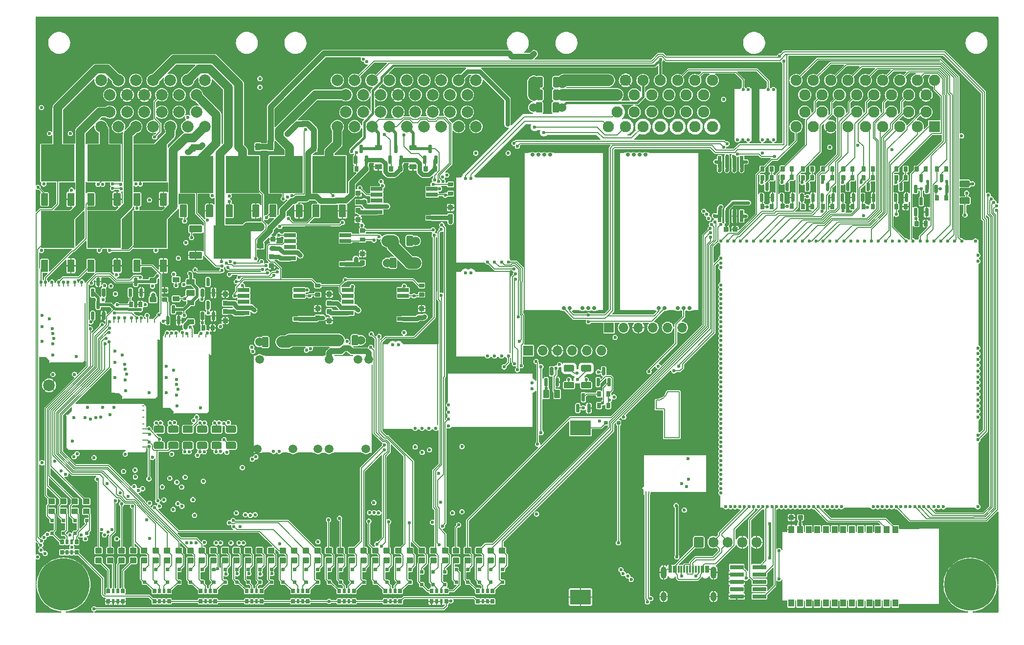
<source format=gtl>
G04 #@! TF.GenerationSoftware,KiCad,Pcbnew,7.0.9-7.0.9~ubuntu22.04.1*
G04 #@! TF.CreationDate,2023-11-26T19:54:23+00:00*
G04 #@! TF.ProjectId,alphax_8ch,616c7068-6178-45f3-9863-682e6b696361,c*
G04 #@! TF.SameCoordinates,PX143caa0PY5f592e0*
G04 #@! TF.FileFunction,Copper,L1,Top*
G04 #@! TF.FilePolarity,Positive*
%FSLAX46Y46*%
G04 Gerber Fmt 4.6, Leading zero omitted, Abs format (unit mm)*
G04 Created by KiCad (PCBNEW 7.0.9-7.0.9~ubuntu22.04.1) date 2023-11-26 19:54:23*
%MOMM*%
%LPD*%
G01*
G04 APERTURE LIST*
G04 #@! TA.AperFunction,EtchedComponent*
%ADD10C,0.200000*%
G04 #@! TD*
G04 #@! TA.AperFunction,ComponentPad*
%ADD11R,1.700000X1.700000*%
G04 #@! TD*
G04 #@! TA.AperFunction,ComponentPad*
%ADD12O,1.700000X1.700000*%
G04 #@! TD*
G04 #@! TA.AperFunction,SMDPad,CuDef*
%ADD13R,2.000000X0.650000*%
G04 #@! TD*
G04 #@! TA.AperFunction,SMDPad,CuDef*
%ADD14R,4.500000X8.100000*%
G04 #@! TD*
G04 #@! TA.AperFunction,ComponentPad*
%ADD15C,1.524000*%
G04 #@! TD*
G04 #@! TA.AperFunction,ComponentPad*
%ADD16C,0.600000*%
G04 #@! TD*
G04 #@! TA.AperFunction,SMDPad,CuDef*
%ADD17R,6.185000X0.250000*%
G04 #@! TD*
G04 #@! TA.AperFunction,SMDPad,CuDef*
%ADD18R,1.115000X0.250000*%
G04 #@! TD*
G04 #@! TA.AperFunction,SMDPad,CuDef*
%ADD19R,0.250000X14.275000*%
G04 #@! TD*
G04 #@! TA.AperFunction,SMDPad,CuDef*
%ADD20R,0.250000X15.100000*%
G04 #@! TD*
G04 #@! TA.AperFunction,SMDPad,CuDef*
%ADD21R,5.175000X0.250000*%
G04 #@! TD*
G04 #@! TA.AperFunction,SMDPad,CuDef*
%ADD22R,0.300000X1.150000*%
G04 #@! TD*
G04 #@! TA.AperFunction,ComponentPad*
%ADD23O,1.000000X2.100000*%
G04 #@! TD*
G04 #@! TA.AperFunction,ComponentPad*
%ADD24O,1.000000X1.600000*%
G04 #@! TD*
G04 #@! TA.AperFunction,SMDPad,CuDef*
%ADD25R,5.800000X6.400000*%
G04 #@! TD*
G04 #@! TA.AperFunction,ComponentPad*
%ADD26C,9.000000*%
G04 #@! TD*
G04 #@! TA.AperFunction,SMDPad,CuDef*
%ADD27O,0.250000X10.200000*%
G04 #@! TD*
G04 #@! TA.AperFunction,SMDPad,CuDef*
%ADD28O,5.800001X0.250000*%
G04 #@! TD*
G04 #@! TA.AperFunction,SMDPad,CuDef*
%ADD29O,0.200000X0.399999*%
G04 #@! TD*
G04 #@! TA.AperFunction,ComponentPad*
%ADD30C,0.599999*%
G04 #@! TD*
G04 #@! TA.AperFunction,SMDPad,CuDef*
%ADD31R,6.400000X5.800000*%
G04 #@! TD*
G04 #@! TA.AperFunction,ComponentPad*
%ADD32C,1.500000*%
G04 #@! TD*
G04 #@! TA.AperFunction,SMDPad,CuDef*
%ADD33O,3.300000X0.200000*%
G04 #@! TD*
G04 #@! TA.AperFunction,SMDPad,CuDef*
%ADD34O,10.200000X0.200000*%
G04 #@! TD*
G04 #@! TA.AperFunction,SMDPad,CuDef*
%ADD35O,0.300000X0.200000*%
G04 #@! TD*
G04 #@! TA.AperFunction,SMDPad,CuDef*
%ADD36O,0.200000X17.000000*%
G04 #@! TD*
G04 #@! TA.AperFunction,SMDPad,CuDef*
%ADD37O,0.200000X15.400000*%
G04 #@! TD*
G04 #@! TA.AperFunction,SMDPad,CuDef*
%ADD38O,4.800000X0.200000*%
G04 #@! TD*
G04 #@! TA.AperFunction,SMDPad,CuDef*
%ADD39O,2.600000X0.200000*%
G04 #@! TD*
G04 #@! TA.AperFunction,SMDPad,CuDef*
%ADD40O,1.000000X0.200000*%
G04 #@! TD*
G04 #@! TA.AperFunction,SMDPad,CuDef*
%ADD41O,1.500000X0.200000*%
G04 #@! TD*
G04 #@! TA.AperFunction,SMDPad,CuDef*
%ADD42O,1.225000X0.200000*%
G04 #@! TD*
G04 #@! TA.AperFunction,SMDPad,CuDef*
%ADD43O,0.200000X9.300000*%
G04 #@! TD*
G04 #@! TA.AperFunction,SMDPad,CuDef*
%ADD44R,0.200000X10.600000*%
G04 #@! TD*
G04 #@! TA.AperFunction,SMDPad,CuDef*
%ADD45R,0.200000X2.100000*%
G04 #@! TD*
G04 #@! TA.AperFunction,SMDPad,CuDef*
%ADD46R,0.200000X14.025000*%
G04 #@! TD*
G04 #@! TA.AperFunction,SMDPad,CuDef*
%ADD47R,0.200000X2.300000*%
G04 #@! TD*
G04 #@! TA.AperFunction,SMDPad,CuDef*
%ADD48R,1.400000X0.200000*%
G04 #@! TD*
G04 #@! TA.AperFunction,SMDPad,CuDef*
%ADD49R,5.000000X0.200000*%
G04 #@! TD*
G04 #@! TA.AperFunction,SMDPad,CuDef*
%ADD50R,4.500000X0.200000*%
G04 #@! TD*
G04 #@! TA.AperFunction,SMDPad,CuDef*
%ADD51R,0.675000X0.200000*%
G04 #@! TD*
G04 #@! TA.AperFunction,SMDPad,CuDef*
%ADD52R,0.200000X2.200000*%
G04 #@! TD*
G04 #@! TA.AperFunction,SMDPad,CuDef*
%ADD53R,0.200000X2.025000*%
G04 #@! TD*
G04 #@! TA.AperFunction,SMDPad,CuDef*
%ADD54R,0.200000X2.000000*%
G04 #@! TD*
G04 #@! TA.AperFunction,SMDPad,CuDef*
%ADD55C,2.000000*%
G04 #@! TD*
G04 #@! TA.AperFunction,SMDPad,CuDef*
%ADD56R,3.600000X2.600000*%
G04 #@! TD*
G04 #@! TA.AperFunction,SMDPad,CuDef*
%ADD57R,0.250000X6.185000*%
G04 #@! TD*
G04 #@! TA.AperFunction,SMDPad,CuDef*
%ADD58R,0.250000X1.115000*%
G04 #@! TD*
G04 #@! TA.AperFunction,SMDPad,CuDef*
%ADD59R,14.275000X0.250000*%
G04 #@! TD*
G04 #@! TA.AperFunction,SMDPad,CuDef*
%ADD60R,15.100000X0.250000*%
G04 #@! TD*
G04 #@! TA.AperFunction,SMDPad,CuDef*
%ADD61R,0.250000X5.175000*%
G04 #@! TD*
G04 #@! TA.AperFunction,SMDPad,CuDef*
%ADD62O,10.200000X0.250000*%
G04 #@! TD*
G04 #@! TA.AperFunction,SMDPad,CuDef*
%ADD63O,0.250000X5.800001*%
G04 #@! TD*
G04 #@! TA.AperFunction,SMDPad,CuDef*
%ADD64O,0.399999X0.200000*%
G04 #@! TD*
G04 #@! TA.AperFunction,SMDPad,CuDef*
%ADD65R,1.000000X1.300000*%
G04 #@! TD*
G04 #@! TA.AperFunction,SMDPad,CuDef*
%ADD66R,2.400000X0.740000*%
G04 #@! TD*
G04 #@! TA.AperFunction,SMDPad,CuDef*
%ADD67O,0.200000X5.669999*%
G04 #@! TD*
G04 #@! TA.AperFunction,SMDPad,CuDef*
%ADD68O,11.100001X0.200000*%
G04 #@! TD*
G04 #@! TA.AperFunction,SMDPad,CuDef*
%ADD69O,9.800001X0.399999*%
G04 #@! TD*
G04 #@! TA.AperFunction,SMDPad,CuDef*
%ADD70O,0.499999X0.250000*%
G04 #@! TD*
G04 #@! TA.AperFunction,SMDPad,CuDef*
%ADD71O,0.200000X6.799999*%
G04 #@! TD*
G04 #@! TA.AperFunction,SMDPad,CuDef*
%ADD72O,0.250000X0.499999*%
G04 #@! TD*
G04 #@! TA.AperFunction,ComponentPad*
%ADD73C,2.000000*%
G04 #@! TD*
G04 #@! TA.AperFunction,ComponentPad*
%ADD74R,1.950000X1.950000*%
G04 #@! TD*
G04 #@! TA.AperFunction,ComponentPad*
%ADD75C,1.950000*%
G04 #@! TD*
G04 #@! TA.AperFunction,ComponentPad*
%ADD76O,1.700000X1.850000*%
G04 #@! TD*
G04 #@! TA.AperFunction,ComponentPad*
%ADD77C,0.700000*%
G04 #@! TD*
G04 #@! TA.AperFunction,SMDPad,CuDef*
%ADD78R,6.300000X0.250000*%
G04 #@! TD*
G04 #@! TA.AperFunction,SMDPad,CuDef*
%ADD79R,0.980000X0.250000*%
G04 #@! TD*
G04 #@! TA.AperFunction,SMDPad,CuDef*
%ADD80R,1.100000X0.250000*%
G04 #@! TD*
G04 #@! TA.AperFunction,SMDPad,CuDef*
%ADD81R,0.250000X27.600000*%
G04 #@! TD*
G04 #@! TA.AperFunction,SMDPad,CuDef*
%ADD82R,0.950000X0.250000*%
G04 #@! TD*
G04 #@! TA.AperFunction,SMDPad,CuDef*
%ADD83R,8.750000X0.250000*%
G04 #@! TD*
G04 #@! TA.AperFunction,ViaPad*
%ADD84C,0.600000*%
G04 #@! TD*
G04 #@! TA.AperFunction,ViaPad*
%ADD85C,2.600000*%
G04 #@! TD*
G04 #@! TA.AperFunction,Conductor*
%ADD86C,0.200000*%
G04 #@! TD*
G04 #@! TA.AperFunction,Conductor*
%ADD87C,0.600000*%
G04 #@! TD*
G04 #@! TA.AperFunction,Conductor*
%ADD88C,0.150000*%
G04 #@! TD*
G04 #@! TA.AperFunction,Conductor*
%ADD89C,1.500000*%
G04 #@! TD*
G04 #@! TA.AperFunction,Conductor*
%ADD90C,0.508000*%
G04 #@! TD*
G04 #@! TA.AperFunction,Conductor*
%ADD91C,1.000000*%
G04 #@! TD*
G04 #@! TA.AperFunction,Conductor*
%ADD92C,0.800000*%
G04 #@! TD*
G04 #@! TA.AperFunction,Conductor*
%ADD93C,2.000000*%
G04 #@! TD*
G04 #@! TA.AperFunction,Conductor*
%ADD94C,0.400000*%
G04 #@! TD*
G04 #@! TA.AperFunction,Conductor*
%ADD95C,0.203200*%
G04 #@! TD*
G04 APERTURE END LIST*
D10*
G04 #@! TO.C,G7*
X107580000Y35380000D02*
X107580000Y36880000D01*
X107580000Y35380000D02*
X109080000Y35380000D01*
X109080000Y35380000D02*
X109080000Y30380000D01*
X109080000Y30380000D02*
X111580000Y30380000D01*
X111580000Y38380000D02*
X109580000Y38380000D01*
X111580000Y30380000D02*
X111580000Y38380000D01*
X107580000Y36880000D02*
G75*
G03*
X109579999Y38380000I78399J1978801D01*
G01*
G04 #@! TD*
G04 #@! TO.P,D45,1,A*
G04 #@! TO.N,/OUT_HS1*
G04 #@! TA.AperFunction,SMDPad,CuDef*
G36*
G01*
X66600002Y11379999D02*
X67500002Y11379999D01*
G75*
G02*
X67600002Y11279999I0J-100000D01*
G01*
X67600002Y10479999D01*
G75*
G02*
X67500002Y10379999I-100000J0D01*
G01*
X66600002Y10379999D01*
G75*
G02*
X66500002Y10479999I0J100000D01*
G01*
X66500002Y11279999D01*
G75*
G02*
X66600002Y11379999I100000J0D01*
G01*
G37*
G04 #@! TD.AperFunction*
G04 #@! TO.P,D45,2,K*
G04 #@! TO.N,Net-(D4-A)*
G04 #@! TA.AperFunction,SMDPad,CuDef*
G36*
G01*
X66600002Y9679999D02*
X67500002Y9679999D01*
G75*
G02*
X67600002Y9579999I0J-100000D01*
G01*
X67600002Y8779999D01*
G75*
G02*
X67500002Y8679999I-100000J0D01*
G01*
X66600002Y8679999D01*
G75*
G02*
X66500002Y8779999I0J100000D01*
G01*
X66500002Y9579999D01*
G75*
G02*
X66600002Y9679999I100000J0D01*
G01*
G37*
G04 #@! TD.AperFunction*
G04 #@! TD*
G04 #@! TO.P,C3,1*
G04 #@! TO.N,GND*
G04 #@! TA.AperFunction,SMDPad,CuDef*
G36*
G01*
X130584999Y16240000D02*
X130584999Y16920000D01*
G75*
G02*
X130669999Y17005000I85000J0D01*
G01*
X131349999Y17005000D01*
G75*
G02*
X131434999Y16920000I0J-85000D01*
G01*
X131434999Y16240000D01*
G75*
G02*
X131349999Y16155000I-85000J0D01*
G01*
X130669999Y16155000D01*
G75*
G02*
X130584999Y16240000I0J85000D01*
G01*
G37*
G04 #@! TD.AperFunction*
G04 #@! TO.P,C3,2*
G04 #@! TO.N,+3.3VA*
G04 #@! TA.AperFunction,SMDPad,CuDef*
G36*
G01*
X132165001Y16240000D02*
X132165001Y16920000D01*
G75*
G02*
X132250001Y17005000I85000J0D01*
G01*
X132930001Y17005000D01*
G75*
G02*
X133015001Y16920000I0J-85000D01*
G01*
X133015001Y16240000D01*
G75*
G02*
X132930001Y16155000I-85000J0D01*
G01*
X132250001Y16155000D01*
G75*
G02*
X132165001Y16240000I0J85000D01*
G01*
G37*
G04 #@! TD.AperFunction*
G04 #@! TD*
G04 #@! TO.P,C56,1*
G04 #@! TO.N,GND*
G04 #@! TA.AperFunction,SMDPad,CuDef*
G36*
G01*
X51340000Y50264999D02*
X50660000Y50264999D01*
G75*
G02*
X50575000Y50349999I0J85000D01*
G01*
X50575000Y51029999D01*
G75*
G02*
X50660000Y51114999I85000J0D01*
G01*
X51340000Y51114999D01*
G75*
G02*
X51425000Y51029999I0J-85000D01*
G01*
X51425000Y50349999D01*
G75*
G02*
X51340000Y50264999I-85000J0D01*
G01*
G37*
G04 #@! TD.AperFunction*
G04 #@! TO.P,C56,2*
G04 #@! TO.N,/OUT_DC3-*
G04 #@! TA.AperFunction,SMDPad,CuDef*
G36*
G01*
X51340000Y51845001D02*
X50660000Y51845001D01*
G75*
G02*
X50575000Y51930001I0J85000D01*
G01*
X50575000Y52610001D01*
G75*
G02*
X50660000Y52695001I85000J0D01*
G01*
X51340000Y52695001D01*
G75*
G02*
X51425000Y52610001I0J-85000D01*
G01*
X51425000Y51930001D01*
G75*
G02*
X51340000Y51845001I-85000J0D01*
G01*
G37*
G04 #@! TD.AperFunction*
G04 #@! TD*
G04 #@! TO.P,D71,1,A*
G04 #@! TO.N,Net-(D55-K)*
G04 #@! TA.AperFunction,SMDPad,CuDef*
G36*
G01*
X53399998Y8680001D02*
X52499998Y8680001D01*
G75*
G02*
X52399998Y8780001I0J100000D01*
G01*
X52399998Y9580001D01*
G75*
G02*
X52499998Y9680001I100000J0D01*
G01*
X53399998Y9680001D01*
G75*
G02*
X53499998Y9580001I0J-100000D01*
G01*
X53499998Y8780001D01*
G75*
G02*
X53399998Y8680001I-100000J0D01*
G01*
G37*
G04 #@! TD.AperFunction*
G04 #@! TO.P,D71,2,K*
G04 #@! TO.N,/OUT_LS2*
G04 #@! TA.AperFunction,SMDPad,CuDef*
G36*
G01*
X53399998Y10380001D02*
X52499998Y10380001D01*
G75*
G02*
X52399998Y10480001I0J100000D01*
G01*
X52399998Y11280001D01*
G75*
G02*
X52499998Y11380001I100000J0D01*
G01*
X53399998Y11380001D01*
G75*
G02*
X53499998Y11280001I0J-100000D01*
G01*
X53499998Y10480001D01*
G75*
G02*
X53399998Y10380001I-100000J0D01*
G01*
G37*
G04 #@! TD.AperFunction*
G04 #@! TD*
G04 #@! TO.P,R40,1*
G04 #@! TO.N,/IN_HALL1*
G04 #@! TA.AperFunction,SMDPad,CuDef*
G36*
G01*
X136150000Y76527500D02*
X136150000Y77307500D01*
G75*
G02*
X136220000Y77377500I70000J0D01*
G01*
X136780000Y77377500D01*
G75*
G02*
X136850000Y77307500I0J-70000D01*
G01*
X136850000Y76527500D01*
G75*
G02*
X136780000Y76457500I-70000J0D01*
G01*
X136220000Y76457500D01*
G75*
G02*
X136150000Y76527500I0J70000D01*
G01*
G37*
G04 #@! TD.AperFunction*
G04 #@! TO.P,R40,2*
G04 #@! TO.N,Net-(Q15-D)*
G04 #@! TA.AperFunction,SMDPad,CuDef*
G36*
G01*
X137750000Y76527500D02*
X137750000Y77307500D01*
G75*
G02*
X137820000Y77377500I70000J0D01*
G01*
X138380000Y77377500D01*
G75*
G02*
X138450000Y77307500I0J-70000D01*
G01*
X138450000Y76527500D01*
G75*
G02*
X138380000Y76457500I-70000J0D01*
G01*
X137820000Y76457500D01*
G75*
G02*
X137750000Y76527500I0J70000D01*
G01*
G37*
G04 #@! TD.AperFunction*
G04 #@! TD*
G04 #@! TO.P,D66,1,A*
G04 #@! TO.N,Net-(D50-K)*
G04 #@! TA.AperFunction,SMDPad,CuDef*
G36*
G01*
X43399998Y8680001D02*
X42499998Y8680001D01*
G75*
G02*
X42399998Y8780001I0J100000D01*
G01*
X42399998Y9580001D01*
G75*
G02*
X42499998Y9680001I100000J0D01*
G01*
X43399998Y9680001D01*
G75*
G02*
X43499998Y9580001I0J-100000D01*
G01*
X43499998Y8780001D01*
G75*
G02*
X43399998Y8680001I-100000J0D01*
G01*
G37*
G04 #@! TD.AperFunction*
G04 #@! TO.P,D66,2,K*
G04 #@! TO.N,/OUT_VVT1_LS*
G04 #@! TA.AperFunction,SMDPad,CuDef*
G36*
G01*
X43399998Y10380001D02*
X42499998Y10380001D01*
G75*
G02*
X42399998Y10480001I0J100000D01*
G01*
X42399998Y11280001D01*
G75*
G02*
X42499998Y11380001I100000J0D01*
G01*
X43399998Y11380001D01*
G75*
G02*
X43499998Y11280001I0J-100000D01*
G01*
X43499998Y10480001D01*
G75*
G02*
X43399998Y10380001I-100000J0D01*
G01*
G37*
G04 #@! TD.AperFunction*
G04 #@! TD*
G04 #@! TO.P,D77,1,A*
G04 #@! TO.N,Net-(D61-K)*
G04 #@! TA.AperFunction,SMDPad,CuDef*
G36*
G01*
X65399998Y8680001D02*
X64499998Y8680001D01*
G75*
G02*
X64399998Y8780001I0J100000D01*
G01*
X64399998Y9580001D01*
G75*
G02*
X64499998Y9680001I100000J0D01*
G01*
X65399998Y9680001D01*
G75*
G02*
X65499998Y9580001I0J-100000D01*
G01*
X65499998Y8780001D01*
G75*
G02*
X65399998Y8680001I-100000J0D01*
G01*
G37*
G04 #@! TD.AperFunction*
G04 #@! TO.P,D77,2,K*
G04 #@! TO.N,/OUT_BOOST_LS*
G04 #@! TA.AperFunction,SMDPad,CuDef*
G36*
G01*
X65399998Y10380001D02*
X64499998Y10380001D01*
G75*
G02*
X64399998Y10480001I0J100000D01*
G01*
X64399998Y11280001D01*
G75*
G02*
X64499998Y11380001I100000J0D01*
G01*
X65399998Y11380001D01*
G75*
G02*
X65499998Y11280001I0J-100000D01*
G01*
X65499998Y10480001D01*
G75*
G02*
X65399998Y10380001I-100000J0D01*
G01*
G37*
G04 #@! TD.AperFunction*
G04 #@! TD*
D11*
G04 #@! TO.P,J10,1,Pin_1*
G04 #@! TO.N,Net-(J10-Pin_1)*
X99440000Y49480000D03*
D12*
G04 #@! TO.P,J10,2,Pin_2*
G04 #@! TO.N,Net-(J10-Pin_2)*
X101980000Y49480000D03*
G04 #@! TO.P,J10,3,Pin_3*
G04 #@! TO.N,GND*
X104520000Y49480000D03*
G04 #@! TO.P,J10,4,Pin_4*
G04 #@! TO.N,Net-(J10-Pin_4)*
X107060000Y49480000D03*
G04 #@! TO.P,J10,5,Pin_5*
G04 #@! TO.N,Net-(J10-Pin_5)*
X109600000Y49480000D03*
G04 #@! TO.P,J10,6,Pin_6*
G04 #@! TO.N,unconnected-(J10-Pin_6-Pad6)*
X112140000Y49480000D03*
G04 #@! TD*
G04 #@! TO.P,D75,1,A*
G04 #@! TO.N,Net-(D59-K)*
G04 #@! TA.AperFunction,SMDPad,CuDef*
G36*
G01*
X61399998Y8680001D02*
X60499998Y8680001D01*
G75*
G02*
X60399998Y8780001I0J100000D01*
G01*
X60399998Y9580001D01*
G75*
G02*
X60499998Y9680001I100000J0D01*
G01*
X61399998Y9680001D01*
G75*
G02*
X61499998Y9580001I0J-100000D01*
G01*
X61499998Y8780001D01*
G75*
G02*
X61399998Y8680001I-100000J0D01*
G01*
G37*
G04 #@! TD.AperFunction*
G04 #@! TO.P,D75,2,K*
G04 #@! TO.N,/OUT_LS6*
G04 #@! TA.AperFunction,SMDPad,CuDef*
G36*
G01*
X61399998Y10380001D02*
X60499998Y10380001D01*
G75*
G02*
X60399998Y10480001I0J100000D01*
G01*
X60399998Y11280001D01*
G75*
G02*
X60499998Y11380001I100000J0D01*
G01*
X61399998Y11380001D01*
G75*
G02*
X61499998Y11280001I0J-100000D01*
G01*
X61499998Y10480001D01*
G75*
G02*
X61399998Y10380001I-100000J0D01*
G01*
G37*
G04 #@! TD.AperFunction*
G04 #@! TD*
G04 #@! TO.P,R50,1*
G04 #@! TO.N,/HALL3_PD_EN*
G04 #@! TA.AperFunction,SMDPad,CuDef*
G36*
G01*
X129150000Y70090000D02*
X129150000Y70870000D01*
G75*
G02*
X129220000Y70940000I70000J0D01*
G01*
X129780000Y70940000D01*
G75*
G02*
X129850000Y70870000I0J-70000D01*
G01*
X129850000Y70090000D01*
G75*
G02*
X129780000Y70020000I-70000J0D01*
G01*
X129220000Y70020000D01*
G75*
G02*
X129150000Y70090000I0J70000D01*
G01*
G37*
G04 #@! TD.AperFunction*
G04 #@! TO.P,R50,2*
G04 #@! TO.N,GND*
G04 #@! TA.AperFunction,SMDPad,CuDef*
G36*
G01*
X130750000Y70090000D02*
X130750000Y70870000D01*
G75*
G02*
X130820000Y70940000I70000J0D01*
G01*
X131380000Y70940000D01*
G75*
G02*
X131450000Y70870000I0J-70000D01*
G01*
X131450000Y70090000D01*
G75*
G02*
X131380000Y70020000I-70000J0D01*
G01*
X130820000Y70020000D01*
G75*
G02*
X130750000Y70090000I0J70000D01*
G01*
G37*
G04 #@! TD.AperFunction*
G04 #@! TD*
G04 #@! TO.P,C30,1*
G04 #@! TO.N,GND*
G04 #@! TA.AperFunction,SMDPad,CuDef*
G36*
G01*
X33340000Y50264999D02*
X32660000Y50264999D01*
G75*
G02*
X32575000Y50349999I0J85000D01*
G01*
X32575000Y51029999D01*
G75*
G02*
X32660000Y51114999I85000J0D01*
G01*
X33340000Y51114999D01*
G75*
G02*
X33425000Y51029999I0J-85000D01*
G01*
X33425000Y50349999D01*
G75*
G02*
X33340000Y50264999I-85000J0D01*
G01*
G37*
G04 #@! TD.AperFunction*
G04 #@! TO.P,C30,2*
G04 #@! TO.N,/OUT_ETB-*
G04 #@! TA.AperFunction,SMDPad,CuDef*
G36*
G01*
X33340000Y51845001D02*
X32660000Y51845001D01*
G75*
G02*
X32575000Y51930001I0J85000D01*
G01*
X32575000Y52610001D01*
G75*
G02*
X32660000Y52695001I85000J0D01*
G01*
X33340000Y52695001D01*
G75*
G02*
X33425000Y52610001I0J-85000D01*
G01*
X33425000Y51930001D01*
G75*
G02*
X33340000Y51845001I-85000J0D01*
G01*
G37*
G04 #@! TD.AperFunction*
G04 #@! TD*
G04 #@! TO.P,R47,1*
G04 #@! TO.N,/VSS_PD_EN*
G04 #@! TA.AperFunction,SMDPad,CuDef*
G36*
G01*
X148850000Y70027500D02*
X148850000Y70807500D01*
G75*
G02*
X148920000Y70877500I70000J0D01*
G01*
X149480000Y70877500D01*
G75*
G02*
X149550000Y70807500I0J-70000D01*
G01*
X149550000Y70027500D01*
G75*
G02*
X149480000Y69957500I-70000J0D01*
G01*
X148920000Y69957500D01*
G75*
G02*
X148850000Y70027500I0J70000D01*
G01*
G37*
G04 #@! TD.AperFunction*
G04 #@! TO.P,R47,2*
G04 #@! TO.N,GND*
G04 #@! TA.AperFunction,SMDPad,CuDef*
G36*
G01*
X150450000Y70027500D02*
X150450000Y70807500D01*
G75*
G02*
X150520000Y70877500I70000J0D01*
G01*
X151080000Y70877500D01*
G75*
G02*
X151150000Y70807500I0J-70000D01*
G01*
X151150000Y70027500D01*
G75*
G02*
X151080000Y69957500I-70000J0D01*
G01*
X150520000Y69957500D01*
G75*
G02*
X150450000Y70027500I0J70000D01*
G01*
G37*
G04 #@! TD.AperFunction*
G04 #@! TD*
G04 #@! TO.P,D14,1,K*
G04 #@! TO.N,Net-(D14-K)*
G04 #@! TA.AperFunction,SMDPad,CuDef*
G36*
G01*
X32700000Y5140000D02*
X32700000Y5620000D01*
G75*
G02*
X32760000Y5680000I60000J0D01*
G01*
X33240000Y5680000D01*
G75*
G02*
X33300000Y5620000I0J-60000D01*
G01*
X33300000Y5140000D01*
G75*
G02*
X33240000Y5080000I-60000J0D01*
G01*
X32760000Y5080000D01*
G75*
G02*
X32700000Y5140000I0J60000D01*
G01*
G37*
G04 #@! TD.AperFunction*
G04 #@! TO.P,D14,2,A*
G04 #@! TO.N,/OUT_INJ8*
G04 #@! TA.AperFunction,SMDPad,CuDef*
G36*
G01*
X32700000Y7340000D02*
X32700000Y7820000D01*
G75*
G02*
X32760000Y7880000I60000J0D01*
G01*
X33240000Y7880000D01*
G75*
G02*
X33300000Y7820000I0J-60000D01*
G01*
X33300000Y7340000D01*
G75*
G02*
X33240000Y7280000I-60000J0D01*
G01*
X32760000Y7280000D01*
G75*
G02*
X32700000Y7340000I0J60000D01*
G01*
G37*
G04 #@! TD.AperFunction*
G04 #@! TD*
G04 #@! TO.P,D47,1,A*
G04 #@! TO.N,/OUT_HS3*
G04 #@! TA.AperFunction,SMDPad,CuDef*
G36*
G01*
X70600002Y11379999D02*
X71500002Y11379999D01*
G75*
G02*
X71600002Y11279999I0J-100000D01*
G01*
X71600002Y10479999D01*
G75*
G02*
X71500002Y10379999I-100000J0D01*
G01*
X70600002Y10379999D01*
G75*
G02*
X70500002Y10479999I0J100000D01*
G01*
X70500002Y11279999D01*
G75*
G02*
X70600002Y11379999I100000J0D01*
G01*
G37*
G04 #@! TD.AperFunction*
G04 #@! TO.P,D47,2,K*
G04 #@! TO.N,Net-(D47-K)*
G04 #@! TA.AperFunction,SMDPad,CuDef*
G36*
G01*
X70600002Y9679999D02*
X71500002Y9679999D01*
G75*
G02*
X71600002Y9579999I0J-100000D01*
G01*
X71600002Y8779999D01*
G75*
G02*
X71500002Y8679999I-100000J0D01*
G01*
X70600002Y8679999D01*
G75*
G02*
X70500002Y8779999I0J100000D01*
G01*
X70500002Y9579999D01*
G75*
G02*
X70600002Y9679999I100000J0D01*
G01*
G37*
G04 #@! TD.AperFunction*
G04 #@! TD*
G04 #@! TO.P,Q26,1,G*
G04 #@! TO.N,/MAIN_LS*
G04 #@! TA.AperFunction,SMDPad,CuDef*
G36*
G01*
X10200000Y50805000D02*
X9900000Y50805000D01*
G75*
G02*
X9750000Y50955000I0J150000D01*
G01*
X9750000Y52130000D01*
G75*
G02*
X9900000Y52280000I150000J0D01*
G01*
X10200000Y52280000D01*
G75*
G02*
X10350000Y52130000I0J-150000D01*
G01*
X10350000Y50955000D01*
G75*
G02*
X10200000Y50805000I-150000J0D01*
G01*
G37*
G04 #@! TD.AperFunction*
G04 #@! TO.P,Q26,2,D*
G04 #@! TO.N,/OUT_MAIN_LS*
G04 #@! TA.AperFunction,SMDPad,CuDef*
G36*
G01*
X11150000Y52680000D02*
X10850000Y52680000D01*
G75*
G02*
X10700000Y52830000I0J150000D01*
G01*
X10700000Y54005000D01*
G75*
G02*
X10850000Y54155000I150000J0D01*
G01*
X11150000Y54155000D01*
G75*
G02*
X11300000Y54005000I0J-150000D01*
G01*
X11300000Y52830000D01*
G75*
G02*
X11150000Y52680000I-150000J0D01*
G01*
G37*
G04 #@! TD.AperFunction*
G04 #@! TO.P,Q26,3,S*
G04 #@! TO.N,GND*
G04 #@! TA.AperFunction,SMDPad,CuDef*
G36*
G01*
X12100000Y50805000D02*
X11800000Y50805000D01*
G75*
G02*
X11650000Y50955000I0J150000D01*
G01*
X11650000Y52130000D01*
G75*
G02*
X11800000Y52280000I150000J0D01*
G01*
X12100000Y52280000D01*
G75*
G02*
X12250000Y52130000I0J-150000D01*
G01*
X12250000Y50955000D01*
G75*
G02*
X12100000Y50805000I-150000J0D01*
G01*
G37*
G04 #@! TD.AperFunction*
G04 #@! TD*
G04 #@! TO.P,D36,1,A*
G04 #@! TO.N,Net-(D17-K)*
G04 #@! TA.AperFunction,SMDPad,CuDef*
G36*
G01*
X39399998Y8680001D02*
X38499998Y8680001D01*
G75*
G02*
X38399998Y8780001I0J100000D01*
G01*
X38399998Y9580001D01*
G75*
G02*
X38499998Y9680001I100000J0D01*
G01*
X39399998Y9680001D01*
G75*
G02*
X39499998Y9580001I0J-100000D01*
G01*
X39499998Y8780001D01*
G75*
G02*
X39399998Y8680001I-100000J0D01*
G01*
G37*
G04 #@! TD.AperFunction*
G04 #@! TO.P,D36,2,K*
G04 #@! TO.N,/OUT_INJ11*
G04 #@! TA.AperFunction,SMDPad,CuDef*
G36*
G01*
X39399998Y10380001D02*
X38499998Y10380001D01*
G75*
G02*
X38399998Y10480001I0J100000D01*
G01*
X38399998Y11280001D01*
G75*
G02*
X38499998Y11380001I100000J0D01*
G01*
X39399998Y11380001D01*
G75*
G02*
X39499998Y11280001I0J-100000D01*
G01*
X39499998Y10480001D01*
G75*
G02*
X39399998Y10380001I-100000J0D01*
G01*
G37*
G04 #@! TD.AperFunction*
G04 #@! TD*
G04 #@! TO.P,R29,1*
G04 #@! TO.N,Net-(Q5-G)*
G04 #@! TA.AperFunction,SMDPad,CuDef*
G36*
G01*
X67350000Y76590000D02*
X67350000Y77370000D01*
G75*
G02*
X67420000Y77440000I70000J0D01*
G01*
X67980000Y77440000D01*
G75*
G02*
X68050000Y77370000I0J-70000D01*
G01*
X68050000Y76590000D01*
G75*
G02*
X67980000Y76520000I-70000J0D01*
G01*
X67420000Y76520000D01*
G75*
G02*
X67350000Y76590000I0J70000D01*
G01*
G37*
G04 #@! TD.AperFunction*
G04 #@! TO.P,R29,2*
G04 #@! TO.N,+12V_RAW*
G04 #@! TA.AperFunction,SMDPad,CuDef*
G36*
G01*
X68950000Y76590000D02*
X68950000Y77370000D01*
G75*
G02*
X69020000Y77440000I70000J0D01*
G01*
X69580000Y77440000D01*
G75*
G02*
X69650000Y77370000I0J-70000D01*
G01*
X69650000Y76590000D01*
G75*
G02*
X69580000Y76520000I-70000J0D01*
G01*
X69020000Y76520000D01*
G75*
G02*
X68950000Y76590000I0J70000D01*
G01*
G37*
G04 #@! TD.AperFunction*
G04 #@! TD*
G04 #@! TO.P,D29,1,A*
G04 #@! TO.N,Net-(D10-K)*
G04 #@! TA.AperFunction,SMDPad,CuDef*
G36*
G01*
X25399998Y8680001D02*
X24499998Y8680001D01*
G75*
G02*
X24399998Y8780001I0J100000D01*
G01*
X24399998Y9580001D01*
G75*
G02*
X24499998Y9680001I100000J0D01*
G01*
X25399998Y9680001D01*
G75*
G02*
X25499998Y9580001I0J-100000D01*
G01*
X25499998Y8780001D01*
G75*
G02*
X25399998Y8680001I-100000J0D01*
G01*
G37*
G04 #@! TD.AperFunction*
G04 #@! TO.P,D29,2,K*
G04 #@! TO.N,/OUT_INJ4*
G04 #@! TA.AperFunction,SMDPad,CuDef*
G36*
G01*
X25399998Y10380001D02*
X24499998Y10380001D01*
G75*
G02*
X24399998Y10480001I0J100000D01*
G01*
X24399998Y11280001D01*
G75*
G02*
X24499998Y11380001I100000J0D01*
G01*
X25399998Y11380001D01*
G75*
G02*
X25499998Y11280001I0J-100000D01*
G01*
X25499998Y10480001D01*
G75*
G02*
X25399998Y10380001I-100000J0D01*
G01*
G37*
G04 #@! TD.AperFunction*
G04 #@! TD*
G04 #@! TO.P,R58,1*
G04 #@! TO.N,/HALL5_PD_EN*
G04 #@! TA.AperFunction,SMDPad,CuDef*
G36*
G01*
X143150000Y70027500D02*
X143150000Y70807500D01*
G75*
G02*
X143220000Y70877500I70000J0D01*
G01*
X143780000Y70877500D01*
G75*
G02*
X143850000Y70807500I0J-70000D01*
G01*
X143850000Y70027500D01*
G75*
G02*
X143780000Y69957500I-70000J0D01*
G01*
X143220000Y69957500D01*
G75*
G02*
X143150000Y70027500I0J70000D01*
G01*
G37*
G04 #@! TD.AperFunction*
G04 #@! TO.P,R58,2*
G04 #@! TO.N,GND*
G04 #@! TA.AperFunction,SMDPad,CuDef*
G36*
G01*
X144750000Y70027500D02*
X144750000Y70807500D01*
G75*
G02*
X144820000Y70877500I70000J0D01*
G01*
X145380000Y70877500D01*
G75*
G02*
X145450000Y70807500I0J-70000D01*
G01*
X145450000Y70027500D01*
G75*
G02*
X145380000Y69957500I-70000J0D01*
G01*
X144820000Y69957500D01*
G75*
G02*
X144750000Y70027500I0J70000D01*
G01*
G37*
G04 #@! TD.AperFunction*
G04 #@! TD*
G04 #@! TO.P,D39,1,A*
G04 #@! TO.N,Net-(D20-K)*
G04 #@! TA.AperFunction,SMDPad,CuDef*
G36*
G01*
X5399998Y17180001D02*
X4499998Y17180001D01*
G75*
G02*
X4399998Y17280001I0J100000D01*
G01*
X4399998Y18080001D01*
G75*
G02*
X4499998Y18180001I100000J0D01*
G01*
X5399998Y18180001D01*
G75*
G02*
X5499998Y18080001I0J-100000D01*
G01*
X5499998Y17280001D01*
G75*
G02*
X5399998Y17180001I-100000J0D01*
G01*
G37*
G04 #@! TD.AperFunction*
G04 #@! TO.P,D39,2,K*
G04 #@! TO.N,/OUT_FAN_RELAY_LS*
G04 #@! TA.AperFunction,SMDPad,CuDef*
G36*
G01*
X5399998Y18880001D02*
X4499998Y18880001D01*
G75*
G02*
X4399998Y18980001I0J100000D01*
G01*
X4399998Y19780001D01*
G75*
G02*
X4499998Y19880001I100000J0D01*
G01*
X5399998Y19880001D01*
G75*
G02*
X5499998Y19780001I0J-100000D01*
G01*
X5499998Y18980001D01*
G75*
G02*
X5399998Y18880001I-100000J0D01*
G01*
G37*
G04 #@! TD.AperFunction*
G04 #@! TD*
D13*
G04 #@! TO.P,U5,1,DIR*
G04 #@! TO.N,/ETB_DIR*
X36200000Y55980000D03*
G04 #@! TO.P,U5,2,VSO*
G04 #@! TO.N,+3.3V*
X36200000Y54980000D03*
G04 #@! TO.P,U5,3,SO*
G04 #@! TO.N,unconnected-(U5-SO-Pad3)*
X36200000Y53980000D03*
G04 #@! TO.P,U5,4,VS*
G04 #@! TO.N,/12V_ETB*
X36200000Y52980000D03*
G04 #@! TO.P,U5,5,OUT1*
G04 #@! TO.N,/OUT_ETB-*
X36200000Y51980000D03*
G04 #@! TO.P,U5,6,GND*
G04 #@! TO.N,GND*
X36200000Y50980000D03*
G04 #@! TO.P,U5,7,OUT2*
G04 #@! TO.N,/OUT_ETB+*
X45800000Y50980000D03*
G04 #@! TO.P,U5,8,SI*
G04 #@! TO.N,GND*
X45800000Y51980000D03*
G04 #@! TO.P,U5,9,CSN*
X45800000Y52980000D03*
G04 #@! TO.P,U5,10,SCK*
X45800000Y53980000D03*
G04 #@! TO.P,U5,11,DIS*
G04 #@! TO.N,/ETB_DIS*
X45800000Y54980000D03*
G04 #@! TO.P,U5,12,PWM*
G04 #@! TO.N,/ETB_PWM*
X45800000Y55980000D03*
D14*
G04 #@! TO.P,U5,13,GND*
G04 #@! TO.N,GND*
X41000000Y53480000D03*
G04 #@! TD*
G04 #@! TO.P,R52,1*
G04 #@! TO.N,/IN_HALL5*
G04 #@! TA.AperFunction,SMDPad,CuDef*
G36*
G01*
X143150000Y76527500D02*
X143150000Y77307500D01*
G75*
G02*
X143220000Y77377500I70000J0D01*
G01*
X143780000Y77377500D01*
G75*
G02*
X143850000Y77307500I0J-70000D01*
G01*
X143850000Y76527500D01*
G75*
G02*
X143780000Y76457500I-70000J0D01*
G01*
X143220000Y76457500D01*
G75*
G02*
X143150000Y76527500I0J70000D01*
G01*
G37*
G04 #@! TD.AperFunction*
G04 #@! TO.P,R52,2*
G04 #@! TO.N,Net-(Q19-D)*
G04 #@! TA.AperFunction,SMDPad,CuDef*
G36*
G01*
X144750000Y76527500D02*
X144750000Y77307500D01*
G75*
G02*
X144820000Y77377500I70000J0D01*
G01*
X145380000Y77377500D01*
G75*
G02*
X145450000Y77307500I0J-70000D01*
G01*
X145450000Y76527500D01*
G75*
G02*
X145380000Y76457500I-70000J0D01*
G01*
X144820000Y76457500D01*
G75*
G02*
X144750000Y76527500I0J70000D01*
G01*
G37*
G04 #@! TD.AperFunction*
G04 #@! TD*
G04 #@! TO.P,D38,1,A*
G04 #@! TO.N,Net-(D19-K)*
G04 #@! TA.AperFunction,SMDPad,CuDef*
G36*
G01*
X3399998Y17180001D02*
X2499998Y17180001D01*
G75*
G02*
X2399998Y17280001I0J100000D01*
G01*
X2399998Y18080001D01*
G75*
G02*
X2499998Y18180001I100000J0D01*
G01*
X3399998Y18180001D01*
G75*
G02*
X3499998Y18080001I0J-100000D01*
G01*
X3499998Y17280001D01*
G75*
G02*
X3399998Y17180001I-100000J0D01*
G01*
G37*
G04 #@! TD.AperFunction*
G04 #@! TO.P,D38,2,K*
G04 #@! TO.N,/OUT_PUMP_RELAY_LS*
G04 #@! TA.AperFunction,SMDPad,CuDef*
G36*
G01*
X3399998Y18880001D02*
X2499998Y18880001D01*
G75*
G02*
X2399998Y18980001I0J100000D01*
G01*
X2399998Y19780001D01*
G75*
G02*
X2499998Y19880001I100000J0D01*
G01*
X3399998Y19880001D01*
G75*
G02*
X3499998Y19780001I0J-100000D01*
G01*
X3499998Y18980001D01*
G75*
G02*
X3399998Y18880001I-100000J0D01*
G01*
G37*
G04 #@! TD.AperFunction*
G04 #@! TD*
G04 #@! TO.P,D21,1,K*
G04 #@! TO.N,Net-(D21-K)*
G04 #@! TA.AperFunction,SMDPad,CuDef*
G36*
G01*
X6700000Y13640000D02*
X6700000Y14120000D01*
G75*
G02*
X6760000Y14180000I60000J0D01*
G01*
X7240000Y14180000D01*
G75*
G02*
X7300000Y14120000I0J-60000D01*
G01*
X7300000Y13640000D01*
G75*
G02*
X7240000Y13580000I-60000J0D01*
G01*
X6760000Y13580000D01*
G75*
G02*
X6700000Y13640000I0J60000D01*
G01*
G37*
G04 #@! TD.AperFunction*
G04 #@! TO.P,D21,2,A*
G04 #@! TO.N,/OUT_NOS_LS*
G04 #@! TA.AperFunction,SMDPad,CuDef*
G36*
G01*
X6700000Y15840000D02*
X6700000Y16320000D01*
G75*
G02*
X6760000Y16380000I60000J0D01*
G01*
X7240000Y16380000D01*
G75*
G02*
X7300000Y16320000I0J-60000D01*
G01*
X7300000Y15840000D01*
G75*
G02*
X7240000Y15780000I-60000J0D01*
G01*
X6760000Y15780000D01*
G75*
G02*
X6700000Y15840000I0J60000D01*
G01*
G37*
G04 #@! TD.AperFunction*
G04 #@! TD*
G04 #@! TO.P,R48,1*
G04 #@! TO.N,/HALL1_PD_EN*
G04 #@! TA.AperFunction,SMDPad,CuDef*
G36*
G01*
X136150000Y70027500D02*
X136150000Y70807500D01*
G75*
G02*
X136220000Y70877500I70000J0D01*
G01*
X136780000Y70877500D01*
G75*
G02*
X136850000Y70807500I0J-70000D01*
G01*
X136850000Y70027500D01*
G75*
G02*
X136780000Y69957500I-70000J0D01*
G01*
X136220000Y69957500D01*
G75*
G02*
X136150000Y70027500I0J70000D01*
G01*
G37*
G04 #@! TD.AperFunction*
G04 #@! TO.P,R48,2*
G04 #@! TO.N,GND*
G04 #@! TA.AperFunction,SMDPad,CuDef*
G36*
G01*
X137750000Y70027500D02*
X137750000Y70807500D01*
G75*
G02*
X137820000Y70877500I70000J0D01*
G01*
X138380000Y70877500D01*
G75*
G02*
X138450000Y70807500I0J-70000D01*
G01*
X138450000Y70027500D01*
G75*
G02*
X138380000Y69957500I-70000J0D01*
G01*
X137820000Y69957500D01*
G75*
G02*
X137750000Y70027500I0J70000D01*
G01*
G37*
G04 #@! TD.AperFunction*
G04 #@! TD*
G04 #@! TO.P,D10,1,K*
G04 #@! TO.N,Net-(D10-K)*
G04 #@! TA.AperFunction,SMDPad,CuDef*
G36*
G01*
X24700000Y5140000D02*
X24700000Y5620000D01*
G75*
G02*
X24760000Y5680000I60000J0D01*
G01*
X25240000Y5680000D01*
G75*
G02*
X25300000Y5620000I0J-60000D01*
G01*
X25300000Y5140000D01*
G75*
G02*
X25240000Y5080000I-60000J0D01*
G01*
X24760000Y5080000D01*
G75*
G02*
X24700000Y5140000I0J60000D01*
G01*
G37*
G04 #@! TD.AperFunction*
G04 #@! TO.P,D10,2,A*
G04 #@! TO.N,/OUT_INJ4*
G04 #@! TA.AperFunction,SMDPad,CuDef*
G36*
G01*
X24700000Y7340000D02*
X24700000Y7820000D01*
G75*
G02*
X24760000Y7880000I60000J0D01*
G01*
X25240000Y7880000D01*
G75*
G02*
X25300000Y7820000I0J-60000D01*
G01*
X25300000Y7340000D01*
G75*
G02*
X25240000Y7280000I-60000J0D01*
G01*
X24760000Y7280000D01*
G75*
G02*
X24700000Y7340000I0J60000D01*
G01*
G37*
G04 #@! TD.AperFunction*
G04 #@! TD*
G04 #@! TO.P,R31,1*
G04 #@! TO.N,Net-(Q10-D)*
G04 #@! TA.AperFunction,SMDPad,CuDef*
G36*
G01*
X55350000Y76590000D02*
X55350000Y77370000D01*
G75*
G02*
X55420000Y77440000I70000J0D01*
G01*
X55980000Y77440000D01*
G75*
G02*
X56050000Y77370000I0J-70000D01*
G01*
X56050000Y76590000D01*
G75*
G02*
X55980000Y76520000I-70000J0D01*
G01*
X55420000Y76520000D01*
G75*
G02*
X55350000Y76590000I0J70000D01*
G01*
G37*
G04 #@! TD.AperFunction*
G04 #@! TO.P,R31,2*
G04 #@! TO.N,+12V_RAW*
G04 #@! TA.AperFunction,SMDPad,CuDef*
G36*
G01*
X56950000Y76590000D02*
X56950000Y77370000D01*
G75*
G02*
X57020000Y77440000I70000J0D01*
G01*
X57580000Y77440000D01*
G75*
G02*
X57650000Y77370000I0J-70000D01*
G01*
X57650000Y76590000D01*
G75*
G02*
X57580000Y76520000I-70000J0D01*
G01*
X57020000Y76520000D01*
G75*
G02*
X56950000Y76590000I0J70000D01*
G01*
G37*
G04 #@! TD.AperFunction*
G04 #@! TD*
G04 #@! TO.P,F11,1,1*
G04 #@! TO.N,Net-(J3-15A)*
G04 #@! TA.AperFunction,SMDPad,CuDef*
G36*
G01*
X25875000Y32505000D02*
X27125000Y32505000D01*
G75*
G02*
X27375000Y32255000I0J-250000D01*
G01*
X27375000Y31505000D01*
G75*
G02*
X27125000Y31255000I-250000J0D01*
G01*
X25875000Y31255000D01*
G75*
G02*
X25625000Y31505000I0J250000D01*
G01*
X25625000Y32255000D01*
G75*
G02*
X25875000Y32505000I250000J0D01*
G01*
G37*
G04 #@! TD.AperFunction*
G04 #@! TO.P,F11,2,2*
G04 #@! TO.N,/OUT_IGN8*
G04 #@! TA.AperFunction,SMDPad,CuDef*
G36*
G01*
X25875000Y29705000D02*
X27125000Y29705000D01*
G75*
G02*
X27375000Y29455000I0J-250000D01*
G01*
X27375000Y28705000D01*
G75*
G02*
X27125000Y28455000I-250000J0D01*
G01*
X25875000Y28455000D01*
G75*
G02*
X25625000Y28705000I0J250000D01*
G01*
X25625000Y29455000D01*
G75*
G02*
X25875000Y29705000I250000J0D01*
G01*
G37*
G04 #@! TD.AperFunction*
G04 #@! TD*
G04 #@! TO.P,R41,1*
G04 #@! TO.N,/IN_HALL2*
G04 #@! TA.AperFunction,SMDPad,CuDef*
G36*
G01*
X132650000Y76527500D02*
X132650000Y77307500D01*
G75*
G02*
X132720000Y77377500I70000J0D01*
G01*
X133280000Y77377500D01*
G75*
G02*
X133350000Y77307500I0J-70000D01*
G01*
X133350000Y76527500D01*
G75*
G02*
X133280000Y76457500I-70000J0D01*
G01*
X132720000Y76457500D01*
G75*
G02*
X132650000Y76527500I0J70000D01*
G01*
G37*
G04 #@! TD.AperFunction*
G04 #@! TO.P,R41,2*
G04 #@! TO.N,Net-(Q16-D)*
G04 #@! TA.AperFunction,SMDPad,CuDef*
G36*
G01*
X134250000Y76527500D02*
X134250000Y77307500D01*
G75*
G02*
X134320000Y77377500I70000J0D01*
G01*
X134880000Y77377500D01*
G75*
G02*
X134950000Y77307500I0J-70000D01*
G01*
X134950000Y76527500D01*
G75*
G02*
X134880000Y76457500I-70000J0D01*
G01*
X134320000Y76457500D01*
G75*
G02*
X134250000Y76527500I0J70000D01*
G01*
G37*
G04 #@! TD.AperFunction*
G04 #@! TD*
D15*
G04 #@! TO.P,F5,1,1*
G04 #@! TO.N,Net-(J2B-26B)*
X43830000Y46980000D03*
G04 #@! TA.AperFunction,SMDPad,CuDef*
G36*
G01*
X42485010Y47880000D02*
X43175010Y47880000D01*
G75*
G02*
X43405010Y47650000I0J-230000D01*
G01*
X43405010Y46310000D01*
G75*
G02*
X43175010Y46080000I-230000J0D01*
G01*
X42485010Y46080000D01*
G75*
G02*
X42255010Y46310000I0J230000D01*
G01*
X42255010Y47650000D01*
G75*
G02*
X42485010Y47880000I230000J0D01*
G01*
G37*
G04 #@! TD.AperFunction*
G04 #@! TO.P,F5,2,2*
G04 #@! TO.N,/12V_ETB*
G04 #@! TA.AperFunction,SMDPad,CuDef*
G36*
G01*
X39584990Y47880000D02*
X40274990Y47880000D01*
G75*
G02*
X40504990Y47650000I0J-230000D01*
G01*
X40504990Y46310000D01*
G75*
G02*
X40274990Y46080000I-230000J0D01*
G01*
X39584990Y46080000D01*
G75*
G02*
X39354990Y46310000I0J230000D01*
G01*
X39354990Y47650000D01*
G75*
G02*
X39584990Y47880000I230000J0D01*
G01*
G37*
G04 #@! TD.AperFunction*
X38930000Y46980000D03*
G04 #@! TD*
G04 #@! TO.P,D54,1,K*
G04 #@! TO.N,Net-(D54-K)*
G04 #@! TA.AperFunction,SMDPad,CuDef*
G36*
G01*
X50700000Y5140000D02*
X50700000Y5620000D01*
G75*
G02*
X50760000Y5680000I60000J0D01*
G01*
X51240000Y5680000D01*
G75*
G02*
X51300000Y5620000I0J-60000D01*
G01*
X51300000Y5140000D01*
G75*
G02*
X51240000Y5080000I-60000J0D01*
G01*
X50760000Y5080000D01*
G75*
G02*
X50700000Y5140000I0J60000D01*
G01*
G37*
G04 #@! TD.AperFunction*
G04 #@! TO.P,D54,2,A*
G04 #@! TO.N,/OUT_LS1*
G04 #@! TA.AperFunction,SMDPad,CuDef*
G36*
G01*
X50700000Y7340000D02*
X50700000Y7820000D01*
G75*
G02*
X50760000Y7880000I60000J0D01*
G01*
X51240000Y7880000D01*
G75*
G02*
X51300000Y7820000I0J-60000D01*
G01*
X51300000Y7340000D01*
G75*
G02*
X51240000Y7280000I-60000J0D01*
G01*
X50760000Y7280000D01*
G75*
G02*
X50700000Y7340000I0J60000D01*
G01*
G37*
G04 #@! TD.AperFunction*
G04 #@! TD*
G04 #@! TO.P,R13,1*
G04 #@! TO.N,Net-(R13-Pad1)*
G04 #@! TA.AperFunction,SMDPad,CuDef*
G36*
G01*
X96400000Y39874990D02*
X96400000Y39184990D01*
G75*
G02*
X96170000Y38954990I-230000J0D01*
G01*
X94830000Y38954990D01*
G75*
G02*
X94600000Y39184990I0J230000D01*
G01*
X94600000Y39874990D01*
G75*
G02*
X94830000Y40104990I230000J0D01*
G01*
X96170000Y40104990D01*
G75*
G02*
X96400000Y39874990I0J-230000D01*
G01*
G37*
G04 #@! TD.AperFunction*
G04 #@! TO.P,R13,2*
G04 #@! TO.N,/IN_VR1-*
G04 #@! TA.AperFunction,SMDPad,CuDef*
G36*
G01*
X96400000Y42775010D02*
X96400000Y42085010D01*
G75*
G02*
X96170000Y41855010I-230000J0D01*
G01*
X94830000Y41855010D01*
G75*
G02*
X94600000Y42085010I0J230000D01*
G01*
X94600000Y42775010D01*
G75*
G02*
X94830000Y43005010I230000J0D01*
G01*
X96170000Y43005010D01*
G75*
G02*
X96400000Y42775010I0J-230000D01*
G01*
G37*
G04 #@! TD.AperFunction*
G04 #@! TD*
G04 #@! TO.P,C44,1*
G04 #@! TO.N,GND*
G04 #@! TA.AperFunction,SMDPad,CuDef*
G36*
G01*
X71660000Y70695001D02*
X72340000Y70695001D01*
G75*
G02*
X72425000Y70610001I0J-85000D01*
G01*
X72425000Y69930001D01*
G75*
G02*
X72340000Y69845001I-85000J0D01*
G01*
X71660000Y69845001D01*
G75*
G02*
X71575000Y69930001I0J85000D01*
G01*
X71575000Y70610001D01*
G75*
G02*
X71660000Y70695001I85000J0D01*
G01*
G37*
G04 #@! TD.AperFunction*
G04 #@! TO.P,C44,2*
G04 #@! TO.N,/OUT_DC2+*
G04 #@! TA.AperFunction,SMDPad,CuDef*
G36*
G01*
X71660000Y69114999D02*
X72340000Y69114999D01*
G75*
G02*
X72425000Y69029999I0J-85000D01*
G01*
X72425000Y68349999D01*
G75*
G02*
X72340000Y68264999I-85000J0D01*
G01*
X71660000Y68264999D01*
G75*
G02*
X71575000Y68349999I0J85000D01*
G01*
X71575000Y69029999D01*
G75*
G02*
X71660000Y69114999I85000J0D01*
G01*
G37*
G04 #@! TD.AperFunction*
G04 #@! TD*
G04 #@! TO.P,F3,1,1*
G04 #@! TO.N,Net-(J2B-26B)*
X61050000Y64480000D03*
G04 #@! TA.AperFunction,SMDPad,CuDef*
G36*
G01*
X62394990Y63580000D02*
X61704990Y63580000D01*
G75*
G02*
X61474990Y63810000I0J230000D01*
G01*
X61474990Y65150000D01*
G75*
G02*
X61704990Y65380000I230000J0D01*
G01*
X62394990Y65380000D01*
G75*
G02*
X62624990Y65150000I0J-230000D01*
G01*
X62624990Y63810000D01*
G75*
G02*
X62394990Y63580000I-230000J0D01*
G01*
G37*
G04 #@! TD.AperFunction*
G04 #@! TO.P,F3,2,2*
G04 #@! TO.N,/12V_DC2*
G04 #@! TA.AperFunction,SMDPad,CuDef*
G36*
G01*
X65295010Y63580000D02*
X64605010Y63580000D01*
G75*
G02*
X64375010Y63810000I0J230000D01*
G01*
X64375010Y65150000D01*
G75*
G02*
X64605010Y65380000I230000J0D01*
G01*
X65295010Y65380000D01*
G75*
G02*
X65525010Y65150000I0J-230000D01*
G01*
X65525010Y63810000D01*
G75*
G02*
X65295010Y63580000I-230000J0D01*
G01*
G37*
G04 #@! TD.AperFunction*
X65950000Y64480000D03*
G04 #@! TD*
G04 #@! TO.P,R8,1*
G04 #@! TO.N,+12V*
G04 #@! TA.AperFunction,SMDPad,CuDef*
G36*
G01*
X76400000Y1745000D02*
X76400000Y2415000D01*
G75*
G02*
X76465000Y2480000I65000J0D01*
G01*
X76985000Y2480000D01*
G75*
G02*
X77050000Y2415000I0J-65000D01*
G01*
X77050000Y1745000D01*
G75*
G02*
X76985000Y1680000I-65000J0D01*
G01*
X76465000Y1680000D01*
G75*
G02*
X76400000Y1745000I0J65000D01*
G01*
G37*
G04 #@! TD.AperFunction*
G04 #@! TO.P,R8,2*
G04 #@! TA.AperFunction,SMDPad,CuDef*
G36*
G01*
X77375000Y1725000D02*
X77375000Y2435000D01*
G75*
G02*
X77420000Y2480000I45000J0D01*
G01*
X77780000Y2480000D01*
G75*
G02*
X77825000Y2435000I0J-45000D01*
G01*
X77825000Y1725000D01*
G75*
G02*
X77780000Y1680000I-45000J0D01*
G01*
X77420000Y1680000D01*
G75*
G02*
X77375000Y1725000I0J45000D01*
G01*
G37*
G04 #@! TD.AperFunction*
G04 #@! TO.P,R8,3*
G04 #@! TA.AperFunction,SMDPad,CuDef*
G36*
G01*
X78175000Y1725000D02*
X78175000Y2435000D01*
G75*
G02*
X78220000Y2480000I45000J0D01*
G01*
X78580000Y2480000D01*
G75*
G02*
X78625000Y2435000I0J-45000D01*
G01*
X78625000Y1725000D01*
G75*
G02*
X78580000Y1680000I-45000J0D01*
G01*
X78220000Y1680000D01*
G75*
G02*
X78175000Y1725000I0J45000D01*
G01*
G37*
G04 #@! TD.AperFunction*
G04 #@! TO.P,R8,4*
G04 #@! TA.AperFunction,SMDPad,CuDef*
G36*
G01*
X78950000Y1745000D02*
X78950000Y2415000D01*
G75*
G02*
X79015000Y2480000I65000J0D01*
G01*
X79535000Y2480000D01*
G75*
G02*
X79600000Y2415000I0J-65000D01*
G01*
X79600000Y1745000D01*
G75*
G02*
X79535000Y1680000I-65000J0D01*
G01*
X79015000Y1680000D01*
G75*
G02*
X78950000Y1745000I0J65000D01*
G01*
G37*
G04 #@! TD.AperFunction*
G04 #@! TO.P,R8,5*
G04 #@! TO.N,Net-(D25-K)*
G04 #@! TA.AperFunction,SMDPad,CuDef*
G36*
G01*
X78950000Y3545000D02*
X78950000Y4215000D01*
G75*
G02*
X79015000Y4280000I65000J0D01*
G01*
X79535000Y4280000D01*
G75*
G02*
X79600000Y4215000I0J-65000D01*
G01*
X79600000Y3545000D01*
G75*
G02*
X79535000Y3480000I-65000J0D01*
G01*
X79015000Y3480000D01*
G75*
G02*
X78950000Y3545000I0J65000D01*
G01*
G37*
G04 #@! TD.AperFunction*
G04 #@! TO.P,R8,6*
G04 #@! TO.N,Net-(D24-K)*
G04 #@! TA.AperFunction,SMDPad,CuDef*
G36*
G01*
X78175000Y3525000D02*
X78175000Y4235000D01*
G75*
G02*
X78220000Y4280000I45000J0D01*
G01*
X78580000Y4280000D01*
G75*
G02*
X78625000Y4235000I0J-45000D01*
G01*
X78625000Y3525000D01*
G75*
G02*
X78580000Y3480000I-45000J0D01*
G01*
X78220000Y3480000D01*
G75*
G02*
X78175000Y3525000I0J45000D01*
G01*
G37*
G04 #@! TD.AperFunction*
G04 #@! TO.P,R8,7*
G04 #@! TO.N,Net-(D23-K)*
G04 #@! TA.AperFunction,SMDPad,CuDef*
G36*
G01*
X77375000Y3525000D02*
X77375000Y4235000D01*
G75*
G02*
X77420000Y4280000I45000J0D01*
G01*
X77780000Y4280000D01*
G75*
G02*
X77825000Y4235000I0J-45000D01*
G01*
X77825000Y3525000D01*
G75*
G02*
X77780000Y3480000I-45000J0D01*
G01*
X77420000Y3480000D01*
G75*
G02*
X77375000Y3525000I0J45000D01*
G01*
G37*
G04 #@! TD.AperFunction*
G04 #@! TO.P,R8,8*
G04 #@! TO.N,Net-(D22-K)*
G04 #@! TA.AperFunction,SMDPad,CuDef*
G36*
G01*
X76400000Y3545000D02*
X76400000Y4215000D01*
G75*
G02*
X76465000Y4280000I65000J0D01*
G01*
X76985000Y4280000D01*
G75*
G02*
X77050000Y4215000I0J-65000D01*
G01*
X77050000Y3545000D01*
G75*
G02*
X76985000Y3480000I-65000J0D01*
G01*
X76465000Y3480000D01*
G75*
G02*
X76400000Y3545000I0J65000D01*
G01*
G37*
G04 #@! TD.AperFunction*
G04 #@! TD*
G04 #@! TO.P,Q13,1,G*
G04 #@! TO.N,/TEMP_PU_EN*
G04 #@! TA.AperFunction,SMDPad,CuDef*
G36*
G01*
X152700000Y68742500D02*
X152400000Y68742500D01*
G75*
G02*
X152250000Y68892500I0J150000D01*
G01*
X152250000Y70067500D01*
G75*
G02*
X152400000Y70217500I150000J0D01*
G01*
X152700000Y70217500D01*
G75*
G02*
X152850000Y70067500I0J-150000D01*
G01*
X152850000Y68892500D01*
G75*
G02*
X152700000Y68742500I-150000J0D01*
G01*
G37*
G04 #@! TD.AperFunction*
G04 #@! TO.P,Q13,2,D*
G04 #@! TO.N,Net-(Q11-G)*
G04 #@! TA.AperFunction,SMDPad,CuDef*
G36*
G01*
X153650000Y70617500D02*
X153350000Y70617500D01*
G75*
G02*
X153200000Y70767500I0J150000D01*
G01*
X153200000Y71942500D01*
G75*
G02*
X153350000Y72092500I150000J0D01*
G01*
X153650000Y72092500D01*
G75*
G02*
X153800000Y71942500I0J-150000D01*
G01*
X153800000Y70767500D01*
G75*
G02*
X153650000Y70617500I-150000J0D01*
G01*
G37*
G04 #@! TD.AperFunction*
G04 #@! TO.P,Q13,3,S*
G04 #@! TO.N,GND*
G04 #@! TA.AperFunction,SMDPad,CuDef*
G36*
G01*
X154600000Y68742500D02*
X154300000Y68742500D01*
G75*
G02*
X154150000Y68892500I0J150000D01*
G01*
X154150000Y70067500D01*
G75*
G02*
X154300000Y70217500I150000J0D01*
G01*
X154600000Y70217500D01*
G75*
G02*
X154750000Y70067500I0J-150000D01*
G01*
X154750000Y68892500D01*
G75*
G02*
X154600000Y68742500I-150000J0D01*
G01*
G37*
G04 #@! TD.AperFunction*
G04 #@! TD*
G04 #@! TO.P,Q14,1,G*
G04 #@! TO.N,/VSS_PD_EN*
G04 #@! TA.AperFunction,SMDPad,CuDef*
G36*
G01*
X149200000Y71242500D02*
X148900000Y71242500D01*
G75*
G02*
X148750000Y71392500I0J150000D01*
G01*
X148750000Y72567500D01*
G75*
G02*
X148900000Y72717500I150000J0D01*
G01*
X149200000Y72717500D01*
G75*
G02*
X149350000Y72567500I0J-150000D01*
G01*
X149350000Y71392500D01*
G75*
G02*
X149200000Y71242500I-150000J0D01*
G01*
G37*
G04 #@! TD.AperFunction*
G04 #@! TO.P,Q14,2,D*
G04 #@! TO.N,Net-(Q14-D)*
G04 #@! TA.AperFunction,SMDPad,CuDef*
G36*
G01*
X150150000Y73117500D02*
X149850000Y73117500D01*
G75*
G02*
X149700000Y73267500I0J150000D01*
G01*
X149700000Y74442500D01*
G75*
G02*
X149850000Y74592500I150000J0D01*
G01*
X150150000Y74592500D01*
G75*
G02*
X150300000Y74442500I0J-150000D01*
G01*
X150300000Y73267500D01*
G75*
G02*
X150150000Y73117500I-150000J0D01*
G01*
G37*
G04 #@! TD.AperFunction*
G04 #@! TO.P,Q14,3,S*
G04 #@! TO.N,GND*
G04 #@! TA.AperFunction,SMDPad,CuDef*
G36*
G01*
X151100000Y71242500D02*
X150800000Y71242500D01*
G75*
G02*
X150650000Y71392500I0J150000D01*
G01*
X150650000Y72567500D01*
G75*
G02*
X150800000Y72717500I150000J0D01*
G01*
X151100000Y72717500D01*
G75*
G02*
X151250000Y72567500I0J-150000D01*
G01*
X151250000Y71392500D01*
G75*
G02*
X151100000Y71242500I-150000J0D01*
G01*
G37*
G04 #@! TD.AperFunction*
G04 #@! TD*
G04 #@! TO.P,F20,1,1*
G04 #@! TO.N,Net-(J2B-24B)*
X91250000Y87600000D03*
G04 #@! TA.AperFunction,SMDPad,CuDef*
G36*
G01*
X89905010Y88500000D02*
X90595010Y88500000D01*
G75*
G02*
X90825010Y88270000I0J-230000D01*
G01*
X90825010Y86930000D01*
G75*
G02*
X90595010Y86700000I-230000J0D01*
G01*
X89905010Y86700000D01*
G75*
G02*
X89675010Y86930000I0J230000D01*
G01*
X89675010Y88270000D01*
G75*
G02*
X89905010Y88500000I230000J0D01*
G01*
G37*
G04 #@! TD.AperFunction*
G04 #@! TO.P,F20,2,2*
G04 #@! TO.N,/IN_VIGN*
G04 #@! TA.AperFunction,SMDPad,CuDef*
G36*
G01*
X87004990Y88500000D02*
X87694990Y88500000D01*
G75*
G02*
X87924990Y88270000I0J-230000D01*
G01*
X87924990Y86930000D01*
G75*
G02*
X87694990Y86700000I-230000J0D01*
G01*
X87004990Y86700000D01*
G75*
G02*
X86774990Y86930000I0J230000D01*
G01*
X86774990Y88270000D01*
G75*
G02*
X87004990Y88500000I230000J0D01*
G01*
G37*
G04 #@! TD.AperFunction*
X86350000Y87600000D03*
G04 #@! TD*
G04 #@! TO.P,D62,1,A*
G04 #@! TO.N,/OUT_IGN9*
G04 #@! TA.AperFunction,SMDPad,CuDef*
G36*
G01*
X10600002Y11379999D02*
X11500002Y11379999D01*
G75*
G02*
X11600002Y11279999I0J-100000D01*
G01*
X11600002Y10479999D01*
G75*
G02*
X11500002Y10379999I-100000J0D01*
G01*
X10600002Y10379999D01*
G75*
G02*
X10500002Y10479999I0J100000D01*
G01*
X10500002Y11279999D01*
G75*
G02*
X10600002Y11379999I100000J0D01*
G01*
G37*
G04 #@! TD.AperFunction*
G04 #@! TO.P,D62,2,K*
G04 #@! TO.N,Net-(D62-K)*
G04 #@! TA.AperFunction,SMDPad,CuDef*
G36*
G01*
X10600002Y9679999D02*
X11500002Y9679999D01*
G75*
G02*
X11600002Y9579999I0J-100000D01*
G01*
X11600002Y8779999D01*
G75*
G02*
X11500002Y8679999I-100000J0D01*
G01*
X10600002Y8679999D01*
G75*
G02*
X10500002Y8779999I0J100000D01*
G01*
X10500002Y9579999D01*
G75*
G02*
X10600002Y9679999I100000J0D01*
G01*
G37*
G04 #@! TD.AperFunction*
G04 #@! TD*
G04 #@! TO.P,D26,1,A*
G04 #@! TO.N,Net-(D26-A)*
G04 #@! TA.AperFunction,SMDPad,CuDef*
G36*
G01*
X19399998Y8680001D02*
X18499998Y8680001D01*
G75*
G02*
X18399998Y8780001I0J100000D01*
G01*
X18399998Y9580001D01*
G75*
G02*
X18499998Y9680001I100000J0D01*
G01*
X19399998Y9680001D01*
G75*
G02*
X19499998Y9580001I0J-100000D01*
G01*
X19499998Y8780001D01*
G75*
G02*
X19399998Y8680001I-100000J0D01*
G01*
G37*
G04 #@! TD.AperFunction*
G04 #@! TO.P,D26,2,K*
G04 #@! TO.N,/OUT_INJ1*
G04 #@! TA.AperFunction,SMDPad,CuDef*
G36*
G01*
X19399998Y10380001D02*
X18499998Y10380001D01*
G75*
G02*
X18399998Y10480001I0J100000D01*
G01*
X18399998Y11280001D01*
G75*
G02*
X18499998Y11380001I100000J0D01*
G01*
X19399998Y11380001D01*
G75*
G02*
X19499998Y11280001I0J-100000D01*
G01*
X19499998Y10480001D01*
G75*
G02*
X19399998Y10380001I-100000J0D01*
G01*
G37*
G04 #@! TD.AperFunction*
G04 #@! TD*
G04 #@! TO.P,Q16,1,G*
G04 #@! TO.N,/HALL2_PD_EN*
G04 #@! TA.AperFunction,SMDPad,CuDef*
G36*
G01*
X133000000Y71242500D02*
X132700000Y71242500D01*
G75*
G02*
X132550000Y71392500I0J150000D01*
G01*
X132550000Y72567500D01*
G75*
G02*
X132700000Y72717500I150000J0D01*
G01*
X133000000Y72717500D01*
G75*
G02*
X133150000Y72567500I0J-150000D01*
G01*
X133150000Y71392500D01*
G75*
G02*
X133000000Y71242500I-150000J0D01*
G01*
G37*
G04 #@! TD.AperFunction*
G04 #@! TO.P,Q16,2,D*
G04 #@! TO.N,Net-(Q16-D)*
G04 #@! TA.AperFunction,SMDPad,CuDef*
G36*
G01*
X133950000Y73117500D02*
X133650000Y73117500D01*
G75*
G02*
X133500000Y73267500I0J150000D01*
G01*
X133500000Y74442500D01*
G75*
G02*
X133650000Y74592500I150000J0D01*
G01*
X133950000Y74592500D01*
G75*
G02*
X134100000Y74442500I0J-150000D01*
G01*
X134100000Y73267500D01*
G75*
G02*
X133950000Y73117500I-150000J0D01*
G01*
G37*
G04 #@! TD.AperFunction*
G04 #@! TO.P,Q16,3,S*
G04 #@! TO.N,GND*
G04 #@! TA.AperFunction,SMDPad,CuDef*
G36*
G01*
X134900000Y71242500D02*
X134600000Y71242500D01*
G75*
G02*
X134450000Y71392500I0J150000D01*
G01*
X134450000Y72567500D01*
G75*
G02*
X134600000Y72717500I150000J0D01*
G01*
X134900000Y72717500D01*
G75*
G02*
X135050000Y72567500I0J-150000D01*
G01*
X135050000Y71392500D01*
G75*
G02*
X134900000Y71242500I-150000J0D01*
G01*
G37*
G04 #@! TD.AperFunction*
G04 #@! TD*
G04 #@! TO.P,C31,1*
G04 #@! TO.N,GND*
G04 #@! TA.AperFunction,SMDPad,CuDef*
G36*
G01*
X48660000Y53195001D02*
X49340000Y53195001D01*
G75*
G02*
X49425000Y53110001I0J-85000D01*
G01*
X49425000Y52430001D01*
G75*
G02*
X49340000Y52345001I-85000J0D01*
G01*
X48660000Y52345001D01*
G75*
G02*
X48575000Y52430001I0J85000D01*
G01*
X48575000Y53110001D01*
G75*
G02*
X48660000Y53195001I85000J0D01*
G01*
G37*
G04 #@! TD.AperFunction*
G04 #@! TO.P,C31,2*
G04 #@! TO.N,/OUT_ETB+*
G04 #@! TA.AperFunction,SMDPad,CuDef*
G36*
G01*
X48660000Y51614999D02*
X49340000Y51614999D01*
G75*
G02*
X49425000Y51529999I0J-85000D01*
G01*
X49425000Y50849999D01*
G75*
G02*
X49340000Y50764999I-85000J0D01*
G01*
X48660000Y50764999D01*
G75*
G02*
X48575000Y50849999I0J85000D01*
G01*
X48575000Y51529999D01*
G75*
G02*
X48660000Y51614999I85000J0D01*
G01*
G37*
G04 #@! TD.AperFunction*
G04 #@! TD*
D16*
G04 #@! TO.P,M8,E1,Thresh_IN*
G04 #@! TO.N,/VR2_THRESHOLD*
X67060000Y32055000D03*
G04 #@! TO.P,M8,E2,OUT_A*
G04 #@! TO.N,/VR2_A*
X65860000Y32055000D03*
G04 #@! TO.P,M8,E3,OUT*
G04 #@! TO.N,/VR2*
X68260000Y32055000D03*
G04 #@! TO.P,M8,E4,V5_IN*
G04 #@! TO.N,+5VA*
X69460000Y32055000D03*
D17*
G04 #@! TO.P,M8,G,GND*
G04 #@! TO.N,GND*
X66792500Y46705000D03*
D18*
X60742500Y46705000D03*
D19*
X69760000Y39692500D03*
D20*
X60310000Y39280000D03*
D21*
X62772500Y31855000D03*
D16*
G04 #@! TO.P,M8,W1,VR-*
G04 #@! TO.N,/IN_VR2-*
X63000000Y46480000D03*
G04 #@! TO.P,M8,W2,VR+*
G04 #@! TO.N,/IN_VR2+*
X62000000Y46480000D03*
G04 #@! TD*
D22*
G04 #@! TO.P,J13,A1,GND*
G04 #@! TO.N,GND*
X109875954Y7650000D03*
G04 #@! TO.P,J13,A4,VBUS*
G04 #@! TO.N,/MCU/VBUS*
X110675954Y7650000D03*
G04 #@! TO.P,J13,A5,CC1*
G04 #@! TO.N,Net-(J13-CC1)*
X111975954Y7650000D03*
G04 #@! TO.P,J13,A6,D+*
G04 #@! TO.N,/MCU/USB+*
X112975954Y7650000D03*
G04 #@! TO.P,J13,A7,D-*
G04 #@! TO.N,/MCU/USB-*
X113475954Y7650000D03*
G04 #@! TO.P,J13,A8,SBU1*
G04 #@! TO.N,unconnected-(J13-SBU1-PadA8)*
X114475954Y7650000D03*
G04 #@! TO.P,J13,A9,VBUS*
G04 #@! TO.N,/MCU/VBUS*
X115775954Y7650000D03*
G04 #@! TO.P,J13,A12,GND*
G04 #@! TO.N,GND*
X116575954Y7650000D03*
G04 #@! TO.P,J13,B1,GND*
X116275954Y7650000D03*
G04 #@! TO.P,J13,B4,VBUS*
G04 #@! TO.N,/MCU/VBUS*
X115475954Y7650000D03*
G04 #@! TO.P,J13,B5,CC2*
G04 #@! TO.N,Net-(J13-CC2)*
X114975954Y7650000D03*
G04 #@! TO.P,J13,B6,D+*
G04 #@! TO.N,/MCU/USB+*
X113975954Y7650000D03*
G04 #@! TO.P,J13,B7,D-*
G04 #@! TO.N,/MCU/USB-*
X112475954Y7650000D03*
G04 #@! TO.P,J13,B8,SBU2*
G04 #@! TO.N,unconnected-(J13-SBU2-PadB8)*
X111475954Y7650000D03*
G04 #@! TO.P,J13,B9,VBUS*
G04 #@! TO.N,/MCU/VBUS*
X110975954Y7650000D03*
G04 #@! TO.P,J13,B12,GND*
G04 #@! TO.N,GND*
X110175954Y7650000D03*
D23*
G04 #@! TO.P,J13,S1,SHIELD*
X108905954Y7085000D03*
D24*
X108905954Y2905000D03*
D23*
X117545954Y7085000D03*
D24*
X117545954Y2905000D03*
G04 #@! TD*
G04 #@! TO.P,R66,1*
G04 #@! TO.N,/FAN_RELAY_LS*
G04 #@! TA.AperFunction,SMDPad,CuDef*
G36*
G01*
X16350000Y53090000D02*
X16350000Y53870000D01*
G75*
G02*
X16420000Y53940000I70000J0D01*
G01*
X16980000Y53940000D01*
G75*
G02*
X17050000Y53870000I0J-70000D01*
G01*
X17050000Y53090000D01*
G75*
G02*
X16980000Y53020000I-70000J0D01*
G01*
X16420000Y53020000D01*
G75*
G02*
X16350000Y53090000I0J70000D01*
G01*
G37*
G04 #@! TD.AperFunction*
G04 #@! TO.P,R66,2*
G04 #@! TO.N,GND*
G04 #@! TA.AperFunction,SMDPad,CuDef*
G36*
G01*
X17950000Y53090000D02*
X17950000Y53870000D01*
G75*
G02*
X18020000Y53940000I70000J0D01*
G01*
X18580000Y53940000D01*
G75*
G02*
X18650000Y53870000I0J-70000D01*
G01*
X18650000Y53090000D01*
G75*
G02*
X18580000Y53020000I-70000J0D01*
G01*
X18020000Y53020000D01*
G75*
G02*
X17950000Y53090000I0J70000D01*
G01*
G37*
G04 #@! TD.AperFunction*
G04 #@! TD*
G04 #@! TO.P,D15,1,K*
G04 #@! TO.N,Net-(D15-K)*
G04 #@! TA.AperFunction,SMDPad,CuDef*
G36*
G01*
X34700000Y5140000D02*
X34700000Y5620000D01*
G75*
G02*
X34760000Y5680000I60000J0D01*
G01*
X35240000Y5680000D01*
G75*
G02*
X35300000Y5620000I0J-60000D01*
G01*
X35300000Y5140000D01*
G75*
G02*
X35240000Y5080000I-60000J0D01*
G01*
X34760000Y5080000D01*
G75*
G02*
X34700000Y5140000I0J60000D01*
G01*
G37*
G04 #@! TD.AperFunction*
G04 #@! TO.P,D15,2,A*
G04 #@! TO.N,/OUT_INJ9*
G04 #@! TA.AperFunction,SMDPad,CuDef*
G36*
G01*
X34700000Y7340000D02*
X34700000Y7820000D01*
G75*
G02*
X34760000Y7880000I60000J0D01*
G01*
X35240000Y7880000D01*
G75*
G02*
X35300000Y7820000I0J-60000D01*
G01*
X35300000Y7340000D01*
G75*
G02*
X35240000Y7280000I-60000J0D01*
G01*
X34760000Y7280000D01*
G75*
G02*
X34700000Y7340000I0J60000D01*
G01*
G37*
G04 #@! TD.AperFunction*
G04 #@! TD*
G04 #@! TO.P,D76,1,A*
G04 #@! TO.N,Net-(D60-K)*
G04 #@! TA.AperFunction,SMDPad,CuDef*
G36*
G01*
X63399998Y8680001D02*
X62499998Y8680001D01*
G75*
G02*
X62399998Y8780001I0J100000D01*
G01*
X62399998Y9580001D01*
G75*
G02*
X62499998Y9680001I100000J0D01*
G01*
X63399998Y9680001D01*
G75*
G02*
X63499998Y9580001I0J-100000D01*
G01*
X63499998Y8780001D01*
G75*
G02*
X63399998Y8680001I-100000J0D01*
G01*
G37*
G04 #@! TD.AperFunction*
G04 #@! TO.P,D76,2,K*
G04 #@! TO.N,/OUT_LS7*
G04 #@! TA.AperFunction,SMDPad,CuDef*
G36*
G01*
X63399998Y10380001D02*
X62499998Y10380001D01*
G75*
G02*
X62399998Y10480001I0J100000D01*
G01*
X62399998Y11280001D01*
G75*
G02*
X62499998Y11380001I100000J0D01*
G01*
X63399998Y11380001D01*
G75*
G02*
X63499998Y11280001I0J-100000D01*
G01*
X63499998Y10480001D01*
G75*
G02*
X63399998Y10380001I-100000J0D01*
G01*
G37*
G04 #@! TD.AperFunction*
G04 #@! TD*
D13*
G04 #@! TO.P,U2,1,DIR*
G04 #@! TO.N,/DC1_DIR*
X44200000Y65480000D03*
G04 #@! TO.P,U2,2,VSO*
G04 #@! TO.N,+3.3V*
X44200000Y64480000D03*
G04 #@! TO.P,U2,3,SO*
G04 #@! TO.N,unconnected-(U2-SO-Pad3)*
X44200000Y63480000D03*
G04 #@! TO.P,U2,4,VS*
G04 #@! TO.N,/12V_DC1*
X44200000Y62480000D03*
G04 #@! TO.P,U2,5,OUT1*
G04 #@! TO.N,/OUT_DC1-*
X44200000Y61480000D03*
G04 #@! TO.P,U2,6,GND*
G04 #@! TO.N,GND*
X44200000Y60480000D03*
G04 #@! TO.P,U2,7,OUT2*
G04 #@! TO.N,/OUT_DC1+*
X53800000Y60480000D03*
G04 #@! TO.P,U2,8,SI*
G04 #@! TO.N,GND*
X53800000Y61480000D03*
G04 #@! TO.P,U2,9,CSN*
X53800000Y62480000D03*
G04 #@! TO.P,U2,10,SCK*
X53800000Y63480000D03*
G04 #@! TO.P,U2,11,DIS*
G04 #@! TO.N,/DC1_DIS*
X53800000Y64480000D03*
G04 #@! TO.P,U2,12,PWM*
G04 #@! TO.N,/DC1_PWM*
X53800000Y65480000D03*
D14*
G04 #@! TO.P,U2,13,GND*
G04 #@! TO.N,GND*
X49000000Y62980000D03*
G04 #@! TD*
G04 #@! TO.P,R59,1*
G04 #@! TO.N,/FLEX_PD_EN*
G04 #@! TA.AperFunction,SMDPad,CuDef*
G36*
G01*
X139650000Y70027500D02*
X139650000Y70807500D01*
G75*
G02*
X139720000Y70877500I70000J0D01*
G01*
X140280000Y70877500D01*
G75*
G02*
X140350000Y70807500I0J-70000D01*
G01*
X140350000Y70027500D01*
G75*
G02*
X140280000Y69957500I-70000J0D01*
G01*
X139720000Y69957500D01*
G75*
G02*
X139650000Y70027500I0J70000D01*
G01*
G37*
G04 #@! TD.AperFunction*
G04 #@! TO.P,R59,2*
G04 #@! TO.N,GND*
G04 #@! TA.AperFunction,SMDPad,CuDef*
G36*
G01*
X141250000Y70027500D02*
X141250000Y70807500D01*
G75*
G02*
X141320000Y70877500I70000J0D01*
G01*
X141880000Y70877500D01*
G75*
G02*
X141950000Y70807500I0J-70000D01*
G01*
X141950000Y70027500D01*
G75*
G02*
X141880000Y69957500I-70000J0D01*
G01*
X141320000Y69957500D01*
G75*
G02*
X141250000Y70027500I0J70000D01*
G01*
G37*
G04 #@! TD.AperFunction*
G04 #@! TD*
G04 #@! TO.P,D82,1*
G04 #@! TO.N,/OUT_MAIN_LS*
G04 #@! TA.AperFunction,SMDPad,CuDef*
G36*
G01*
X10200000Y54805000D02*
X9900000Y54805000D01*
G75*
G02*
X9750000Y54955000I0J150000D01*
G01*
X9750000Y56130000D01*
G75*
G02*
X9900000Y56280000I150000J0D01*
G01*
X10200000Y56280000D01*
G75*
G02*
X10350000Y56130000I0J-150000D01*
G01*
X10350000Y54955000D01*
G75*
G02*
X10200000Y54805000I-150000J0D01*
G01*
G37*
G04 #@! TD.AperFunction*
G04 #@! TO.P,D82,2*
G04 #@! TO.N,GND*
G04 #@! TA.AperFunction,SMDPad,CuDef*
G36*
G01*
X11150000Y56680000D02*
X10850000Y56680000D01*
G75*
G02*
X10700000Y56830000I0J150000D01*
G01*
X10700000Y58005000D01*
G75*
G02*
X10850000Y58155000I150000J0D01*
G01*
X11150000Y58155000D01*
G75*
G02*
X11300000Y58005000I0J-150000D01*
G01*
X11300000Y56830000D01*
G75*
G02*
X11150000Y56680000I-150000J0D01*
G01*
G37*
G04 #@! TD.AperFunction*
G04 #@! TO.P,D82,3*
G04 #@! TO.N,unconnected-(D82-Pad3)*
G04 #@! TA.AperFunction,SMDPad,CuDef*
G36*
G01*
X12100000Y54805000D02*
X11800000Y54805000D01*
G75*
G02*
X11650000Y54955000I0J150000D01*
G01*
X11650000Y56130000D01*
G75*
G02*
X11800000Y56280000I150000J0D01*
G01*
X12100000Y56280000D01*
G75*
G02*
X12250000Y56130000I0J-150000D01*
G01*
X12250000Y54955000D01*
G75*
G02*
X12100000Y54805000I-150000J0D01*
G01*
G37*
G04 #@! TD.AperFunction*
G04 #@! TD*
G04 #@! TO.P,D80,1*
G04 #@! TO.N,Net-(D78-K)*
G04 #@! TA.AperFunction,SMDPad,CuDef*
G36*
G01*
X88700000Y39305000D02*
X88400000Y39305000D01*
G75*
G02*
X88250000Y39455000I0J150000D01*
G01*
X88250000Y40630000D01*
G75*
G02*
X88400000Y40780000I150000J0D01*
G01*
X88700000Y40780000D01*
G75*
G02*
X88850000Y40630000I0J-150000D01*
G01*
X88850000Y39455000D01*
G75*
G02*
X88700000Y39305000I-150000J0D01*
G01*
G37*
G04 #@! TD.AperFunction*
G04 #@! TO.P,D80,2*
G04 #@! TO.N,unconnected-(D80-Pad2)*
G04 #@! TA.AperFunction,SMDPad,CuDef*
G36*
G01*
X89650000Y41180000D02*
X89350000Y41180000D01*
G75*
G02*
X89200000Y41330000I0J150000D01*
G01*
X89200000Y42505000D01*
G75*
G02*
X89350000Y42655000I150000J0D01*
G01*
X89650000Y42655000D01*
G75*
G02*
X89800000Y42505000I0J-150000D01*
G01*
X89800000Y41330000D01*
G75*
G02*
X89650000Y41180000I-150000J0D01*
G01*
G37*
G04 #@! TD.AperFunction*
G04 #@! TO.P,D80,3*
G04 #@! TO.N,GND*
G04 #@! TA.AperFunction,SMDPad,CuDef*
G36*
G01*
X90600000Y39305000D02*
X90300000Y39305000D01*
G75*
G02*
X90150000Y39455000I0J150000D01*
G01*
X90150000Y40630000D01*
G75*
G02*
X90300000Y40780000I150000J0D01*
G01*
X90600000Y40780000D01*
G75*
G02*
X90750000Y40630000I0J-150000D01*
G01*
X90750000Y39455000D01*
G75*
G02*
X90600000Y39305000I-150000J0D01*
G01*
G37*
G04 #@! TD.AperFunction*
G04 #@! TD*
G04 #@! TO.P,Q40,1,IN*
G04 #@! TO.N,/INJ/IN1*
G04 #@! TA.AperFunction,SMDPad,CuDef*
G36*
G01*
X18200000Y59080000D02*
X17240000Y59080000D01*
G75*
G02*
X17120000Y59200000I0J120000D01*
G01*
X17120000Y61160000D01*
G75*
G02*
X17240000Y61280000I120000J0D01*
G01*
X18200000Y61280000D01*
G75*
G02*
X18320000Y61160000I0J-120000D01*
G01*
X18320000Y59200000D01*
G75*
G02*
X18200000Y59080000I-120000J0D01*
G01*
G37*
G04 #@! TD.AperFunction*
D25*
G04 #@! TO.P,Q40,2,D*
G04 #@! TO.N,/OUT_INJ1*
X20000000Y66480000D03*
G04 #@! TO.P,Q40,3,S*
G04 #@! TO.N,GND*
G04 #@! TA.AperFunction,SMDPad,CuDef*
G36*
G01*
X22760000Y59080000D02*
X21800000Y59080000D01*
G75*
G02*
X21680000Y59200000I0J120000D01*
G01*
X21680000Y61160000D01*
G75*
G02*
X21800000Y61280000I120000J0D01*
G01*
X22760000Y61280000D01*
G75*
G02*
X22880000Y61160000I0J-120000D01*
G01*
X22880000Y59200000D01*
G75*
G02*
X22760000Y59080000I-120000J0D01*
G01*
G37*
G04 #@! TD.AperFunction*
G04 #@! TD*
G04 #@! TO.P,C57,1*
G04 #@! TO.N,GND*
G04 #@! TA.AperFunction,SMDPad,CuDef*
G36*
G01*
X66660000Y53195001D02*
X67340000Y53195001D01*
G75*
G02*
X67425000Y53110001I0J-85000D01*
G01*
X67425000Y52430001D01*
G75*
G02*
X67340000Y52345001I-85000J0D01*
G01*
X66660000Y52345001D01*
G75*
G02*
X66575000Y52430001I0J85000D01*
G01*
X66575000Y53110001D01*
G75*
G02*
X66660000Y53195001I85000J0D01*
G01*
G37*
G04 #@! TD.AperFunction*
G04 #@! TO.P,C57,2*
G04 #@! TO.N,/OUT_DC3+*
G04 #@! TA.AperFunction,SMDPad,CuDef*
G36*
G01*
X66660000Y51614999D02*
X67340000Y51614999D01*
G75*
G02*
X67425000Y51529999I0J-85000D01*
G01*
X67425000Y50849999D01*
G75*
G02*
X67340000Y50764999I-85000J0D01*
G01*
X66660000Y50764999D01*
G75*
G02*
X66575000Y50849999I0J85000D01*
G01*
X66575000Y51529999D01*
G75*
G02*
X66660000Y51614999I85000J0D01*
G01*
G37*
G04 #@! TD.AperFunction*
G04 #@! TD*
G04 #@! TO.P,C16,1*
G04 #@! TO.N,GND*
G04 #@! TA.AperFunction,SMDPad,CuDef*
G36*
G01*
X40940000Y65195001D02*
X41620000Y65195001D01*
G75*
G02*
X41705000Y65110001I0J-85000D01*
G01*
X41705000Y64430001D01*
G75*
G02*
X41620000Y64345001I-85000J0D01*
G01*
X40940000Y64345001D01*
G75*
G02*
X40855000Y64430001I0J85000D01*
G01*
X40855000Y65110001D01*
G75*
G02*
X40940000Y65195001I85000J0D01*
G01*
G37*
G04 #@! TD.AperFunction*
G04 #@! TO.P,C16,2*
G04 #@! TO.N,/12V_DC1*
G04 #@! TA.AperFunction,SMDPad,CuDef*
G36*
G01*
X40940000Y63614999D02*
X41620000Y63614999D01*
G75*
G02*
X41705000Y63529999I0J-85000D01*
G01*
X41705000Y62849999D01*
G75*
G02*
X41620000Y62764999I-85000J0D01*
G01*
X40940000Y62764999D01*
G75*
G02*
X40855000Y62849999I0J85000D01*
G01*
X40855000Y63529999D01*
G75*
G02*
X40940000Y63614999I85000J0D01*
G01*
G37*
G04 #@! TD.AperFunction*
G04 #@! TD*
G04 #@! TO.P,D55,1,K*
G04 #@! TO.N,Net-(D55-K)*
G04 #@! TA.AperFunction,SMDPad,CuDef*
G36*
G01*
X52700000Y5140000D02*
X52700000Y5620000D01*
G75*
G02*
X52760000Y5680000I60000J0D01*
G01*
X53240000Y5680000D01*
G75*
G02*
X53300000Y5620000I0J-60000D01*
G01*
X53300000Y5140000D01*
G75*
G02*
X53240000Y5080000I-60000J0D01*
G01*
X52760000Y5080000D01*
G75*
G02*
X52700000Y5140000I0J60000D01*
G01*
G37*
G04 #@! TD.AperFunction*
G04 #@! TO.P,D55,2,A*
G04 #@! TO.N,/OUT_LS2*
G04 #@! TA.AperFunction,SMDPad,CuDef*
G36*
G01*
X52700000Y7340000D02*
X52700000Y7820000D01*
G75*
G02*
X52760000Y7880000I60000J0D01*
G01*
X53240000Y7880000D01*
G75*
G02*
X53300000Y7820000I0J-60000D01*
G01*
X53300000Y7340000D01*
G75*
G02*
X53240000Y7280000I-60000J0D01*
G01*
X52760000Y7280000D01*
G75*
G02*
X52700000Y7340000I0J60000D01*
G01*
G37*
G04 #@! TD.AperFunction*
G04 #@! TD*
D11*
G04 #@! TO.P,J9,1,Pin_1*
G04 #@! TO.N,Net-(J9-Pin_1)*
X85420000Y45480000D03*
D12*
G04 #@! TO.P,J9,2,Pin_2*
G04 #@! TO.N,Net-(J9-Pin_2)*
X87960000Y45480000D03*
G04 #@! TO.P,J9,3,Pin_3*
G04 #@! TO.N,GND*
X90500000Y45480000D03*
G04 #@! TO.P,J9,4,Pin_4*
G04 #@! TO.N,Net-(J9-Pin_4)*
X93040000Y45480000D03*
G04 #@! TO.P,J9,5,Pin_5*
G04 #@! TO.N,Net-(J9-Pin_5)*
X95580000Y45480000D03*
G04 #@! TO.P,J9,6,Pin_6*
G04 #@! TO.N,unconnected-(J9-Pin_6-Pad6)*
X98120000Y45480000D03*
G04 #@! TD*
G04 #@! TO.P,D19,1,K*
G04 #@! TO.N,Net-(D19-K)*
G04 #@! TA.AperFunction,SMDPad,CuDef*
G36*
G01*
X2700000Y13640000D02*
X2700000Y14120000D01*
G75*
G02*
X2760000Y14180000I60000J0D01*
G01*
X3240000Y14180000D01*
G75*
G02*
X3300000Y14120000I0J-60000D01*
G01*
X3300000Y13640000D01*
G75*
G02*
X3240000Y13580000I-60000J0D01*
G01*
X2760000Y13580000D01*
G75*
G02*
X2700000Y13640000I0J60000D01*
G01*
G37*
G04 #@! TD.AperFunction*
G04 #@! TO.P,D19,2,A*
G04 #@! TO.N,/OUT_PUMP_RELAY_LS*
G04 #@! TA.AperFunction,SMDPad,CuDef*
G36*
G01*
X2700000Y15840000D02*
X2700000Y16320000D01*
G75*
G02*
X2760000Y16380000I60000J0D01*
G01*
X3240000Y16380000D01*
G75*
G02*
X3300000Y16320000I0J-60000D01*
G01*
X3300000Y15840000D01*
G75*
G02*
X3240000Y15780000I-60000J0D01*
G01*
X2760000Y15780000D01*
G75*
G02*
X2700000Y15840000I0J60000D01*
G01*
G37*
G04 #@! TD.AperFunction*
G04 #@! TD*
G04 #@! TO.P,D60,1,K*
G04 #@! TO.N,Net-(D60-K)*
G04 #@! TA.AperFunction,SMDPad,CuDef*
G36*
G01*
X62700000Y5140000D02*
X62700000Y5620000D01*
G75*
G02*
X62760000Y5680000I60000J0D01*
G01*
X63240000Y5680000D01*
G75*
G02*
X63300000Y5620000I0J-60000D01*
G01*
X63300000Y5140000D01*
G75*
G02*
X63240000Y5080000I-60000J0D01*
G01*
X62760000Y5080000D01*
G75*
G02*
X62700000Y5140000I0J60000D01*
G01*
G37*
G04 #@! TD.AperFunction*
G04 #@! TO.P,D60,2,A*
G04 #@! TO.N,/OUT_LS7*
G04 #@! TA.AperFunction,SMDPad,CuDef*
G36*
G01*
X62700000Y7340000D02*
X62700000Y7820000D01*
G75*
G02*
X62760000Y7880000I60000J0D01*
G01*
X63240000Y7880000D01*
G75*
G02*
X63300000Y7820000I0J-60000D01*
G01*
X63300000Y7340000D01*
G75*
G02*
X63240000Y7280000I-60000J0D01*
G01*
X62760000Y7280000D01*
G75*
G02*
X62700000Y7340000I0J60000D01*
G01*
G37*
G04 #@! TD.AperFunction*
G04 #@! TD*
D26*
G04 #@! TO.P,J6,1,Pin_1*
G04 #@! TO.N,unconnected-(J6-Pin_1-Pad1)*
X162000000Y4980000D03*
G04 #@! TD*
G04 #@! TO.P,R9,1*
G04 #@! TO.N,+12V*
G04 #@! TA.AperFunction,SMDPad,CuDef*
G36*
G01*
X44400000Y1745000D02*
X44400000Y2415000D01*
G75*
G02*
X44465000Y2480000I65000J0D01*
G01*
X44985000Y2480000D01*
G75*
G02*
X45050000Y2415000I0J-65000D01*
G01*
X45050000Y1745000D01*
G75*
G02*
X44985000Y1680000I-65000J0D01*
G01*
X44465000Y1680000D01*
G75*
G02*
X44400000Y1745000I0J65000D01*
G01*
G37*
G04 #@! TD.AperFunction*
G04 #@! TO.P,R9,2*
G04 #@! TA.AperFunction,SMDPad,CuDef*
G36*
G01*
X45375000Y1725000D02*
X45375000Y2435000D01*
G75*
G02*
X45420000Y2480000I45000J0D01*
G01*
X45780000Y2480000D01*
G75*
G02*
X45825000Y2435000I0J-45000D01*
G01*
X45825000Y1725000D01*
G75*
G02*
X45780000Y1680000I-45000J0D01*
G01*
X45420000Y1680000D01*
G75*
G02*
X45375000Y1725000I0J45000D01*
G01*
G37*
G04 #@! TD.AperFunction*
G04 #@! TO.P,R9,3*
G04 #@! TA.AperFunction,SMDPad,CuDef*
G36*
G01*
X46175000Y1725000D02*
X46175000Y2435000D01*
G75*
G02*
X46220000Y2480000I45000J0D01*
G01*
X46580000Y2480000D01*
G75*
G02*
X46625000Y2435000I0J-45000D01*
G01*
X46625000Y1725000D01*
G75*
G02*
X46580000Y1680000I-45000J0D01*
G01*
X46220000Y1680000D01*
G75*
G02*
X46175000Y1725000I0J45000D01*
G01*
G37*
G04 #@! TD.AperFunction*
G04 #@! TO.P,R9,4*
G04 #@! TA.AperFunction,SMDPad,CuDef*
G36*
G01*
X46950000Y1745000D02*
X46950000Y2415000D01*
G75*
G02*
X47015000Y2480000I65000J0D01*
G01*
X47535000Y2480000D01*
G75*
G02*
X47600000Y2415000I0J-65000D01*
G01*
X47600000Y1745000D01*
G75*
G02*
X47535000Y1680000I-65000J0D01*
G01*
X47015000Y1680000D01*
G75*
G02*
X46950000Y1745000I0J65000D01*
G01*
G37*
G04 #@! TD.AperFunction*
G04 #@! TO.P,R9,5*
G04 #@! TO.N,Net-(D53-K)*
G04 #@! TA.AperFunction,SMDPad,CuDef*
G36*
G01*
X46950000Y3545000D02*
X46950000Y4215000D01*
G75*
G02*
X47015000Y4280000I65000J0D01*
G01*
X47535000Y4280000D01*
G75*
G02*
X47600000Y4215000I0J-65000D01*
G01*
X47600000Y3545000D01*
G75*
G02*
X47535000Y3480000I-65000J0D01*
G01*
X47015000Y3480000D01*
G75*
G02*
X46950000Y3545000I0J65000D01*
G01*
G37*
G04 #@! TD.AperFunction*
G04 #@! TO.P,R9,6*
G04 #@! TO.N,Net-(D52-K)*
G04 #@! TA.AperFunction,SMDPad,CuDef*
G36*
G01*
X46175000Y3525000D02*
X46175000Y4235000D01*
G75*
G02*
X46220000Y4280000I45000J0D01*
G01*
X46580000Y4280000D01*
G75*
G02*
X46625000Y4235000I0J-45000D01*
G01*
X46625000Y3525000D01*
G75*
G02*
X46580000Y3480000I-45000J0D01*
G01*
X46220000Y3480000D01*
G75*
G02*
X46175000Y3525000I0J45000D01*
G01*
G37*
G04 #@! TD.AperFunction*
G04 #@! TO.P,R9,7*
G04 #@! TO.N,Net-(D51-K)*
G04 #@! TA.AperFunction,SMDPad,CuDef*
G36*
G01*
X45375000Y3525000D02*
X45375000Y4235000D01*
G75*
G02*
X45420000Y4280000I45000J0D01*
G01*
X45780000Y4280000D01*
G75*
G02*
X45825000Y4235000I0J-45000D01*
G01*
X45825000Y3525000D01*
G75*
G02*
X45780000Y3480000I-45000J0D01*
G01*
X45420000Y3480000D01*
G75*
G02*
X45375000Y3525000I0J45000D01*
G01*
G37*
G04 #@! TD.AperFunction*
G04 #@! TO.P,R9,8*
G04 #@! TO.N,Net-(D50-K)*
G04 #@! TA.AperFunction,SMDPad,CuDef*
G36*
G01*
X44400000Y3545000D02*
X44400000Y4215000D01*
G75*
G02*
X44465000Y4280000I65000J0D01*
G01*
X44985000Y4280000D01*
G75*
G02*
X45050000Y4215000I0J-65000D01*
G01*
X45050000Y3545000D01*
G75*
G02*
X44985000Y3480000I-65000J0D01*
G01*
X44465000Y3480000D01*
G75*
G02*
X44400000Y3545000I0J65000D01*
G01*
G37*
G04 #@! TD.AperFunction*
G04 #@! TD*
G04 #@! TO.P,Q15,1,G*
G04 #@! TO.N,/HALL1_PD_EN*
G04 #@! TA.AperFunction,SMDPad,CuDef*
G36*
G01*
X136500000Y71242500D02*
X136200000Y71242500D01*
G75*
G02*
X136050000Y71392500I0J150000D01*
G01*
X136050000Y72567500D01*
G75*
G02*
X136200000Y72717500I150000J0D01*
G01*
X136500000Y72717500D01*
G75*
G02*
X136650000Y72567500I0J-150000D01*
G01*
X136650000Y71392500D01*
G75*
G02*
X136500000Y71242500I-150000J0D01*
G01*
G37*
G04 #@! TD.AperFunction*
G04 #@! TO.P,Q15,2,D*
G04 #@! TO.N,Net-(Q15-D)*
G04 #@! TA.AperFunction,SMDPad,CuDef*
G36*
G01*
X137450000Y73117500D02*
X137150000Y73117500D01*
G75*
G02*
X137000000Y73267500I0J150000D01*
G01*
X137000000Y74442500D01*
G75*
G02*
X137150000Y74592500I150000J0D01*
G01*
X137450000Y74592500D01*
G75*
G02*
X137600000Y74442500I0J-150000D01*
G01*
X137600000Y73267500D01*
G75*
G02*
X137450000Y73117500I-150000J0D01*
G01*
G37*
G04 #@! TD.AperFunction*
G04 #@! TO.P,Q15,3,S*
G04 #@! TO.N,GND*
G04 #@! TA.AperFunction,SMDPad,CuDef*
G36*
G01*
X138400000Y71242500D02*
X138100000Y71242500D01*
G75*
G02*
X137950000Y71392500I0J150000D01*
G01*
X137950000Y72567500D01*
G75*
G02*
X138100000Y72717500I150000J0D01*
G01*
X138400000Y72717500D01*
G75*
G02*
X138550000Y72567500I0J-150000D01*
G01*
X138550000Y71392500D01*
G75*
G02*
X138400000Y71242500I-150000J0D01*
G01*
G37*
G04 #@! TD.AperFunction*
G04 #@! TD*
G04 #@! TO.P,Q42,1,IN*
G04 #@! TO.N,/INJ/IN3*
G04 #@! TA.AperFunction,SMDPad,CuDef*
G36*
G01*
X18200000Y70580000D02*
X17240000Y70580000D01*
G75*
G02*
X17120000Y70700000I0J120000D01*
G01*
X17120000Y72660000D01*
G75*
G02*
X17240000Y72780000I120000J0D01*
G01*
X18200000Y72780000D01*
G75*
G02*
X18320000Y72660000I0J-120000D01*
G01*
X18320000Y70700000D01*
G75*
G02*
X18200000Y70580000I-120000J0D01*
G01*
G37*
G04 #@! TD.AperFunction*
D25*
G04 #@! TO.P,Q42,2,D*
G04 #@! TO.N,/OUT_INJ3*
X20000000Y77980000D03*
G04 #@! TO.P,Q42,3,S*
G04 #@! TO.N,GND*
G04 #@! TA.AperFunction,SMDPad,CuDef*
G36*
G01*
X22760000Y70580000D02*
X21800000Y70580000D01*
G75*
G02*
X21680000Y70700000I0J120000D01*
G01*
X21680000Y72660000D01*
G75*
G02*
X21800000Y72780000I120000J0D01*
G01*
X22760000Y72780000D01*
G75*
G02*
X22880000Y72660000I0J-120000D01*
G01*
X22880000Y70700000D01*
G75*
G02*
X22760000Y70580000I-120000J0D01*
G01*
G37*
G04 #@! TD.AperFunction*
G04 #@! TD*
G04 #@! TO.P,D50,1,K*
G04 #@! TO.N,Net-(D50-K)*
G04 #@! TA.AperFunction,SMDPad,CuDef*
G36*
G01*
X42700000Y5140000D02*
X42700000Y5620000D01*
G75*
G02*
X42760000Y5680000I60000J0D01*
G01*
X43240000Y5680000D01*
G75*
G02*
X43300000Y5620000I0J-60000D01*
G01*
X43300000Y5140000D01*
G75*
G02*
X43240000Y5080000I-60000J0D01*
G01*
X42760000Y5080000D01*
G75*
G02*
X42700000Y5140000I0J60000D01*
G01*
G37*
G04 #@! TD.AperFunction*
G04 #@! TO.P,D50,2,A*
G04 #@! TO.N,/OUT_VVT1_LS*
G04 #@! TA.AperFunction,SMDPad,CuDef*
G36*
G01*
X42700000Y7340000D02*
X42700000Y7820000D01*
G75*
G02*
X42760000Y7880000I60000J0D01*
G01*
X43240000Y7880000D01*
G75*
G02*
X43300000Y7820000I0J-60000D01*
G01*
X43300000Y7340000D01*
G75*
G02*
X43240000Y7280000I-60000J0D01*
G01*
X42760000Y7280000D01*
G75*
G02*
X42700000Y7340000I0J60000D01*
G01*
G37*
G04 #@! TD.AperFunction*
G04 #@! TD*
G04 #@! TO.P,D43,1,A*
G04 #@! TO.N,Net-(D24-K)*
G04 #@! TA.AperFunction,SMDPad,CuDef*
G36*
G01*
X79399998Y8680001D02*
X78499998Y8680001D01*
G75*
G02*
X78399998Y8780001I0J100000D01*
G01*
X78399998Y9580001D01*
G75*
G02*
X78499998Y9680001I100000J0D01*
G01*
X79399998Y9680001D01*
G75*
G02*
X79499998Y9580001I0J-100000D01*
G01*
X79499998Y8780001D01*
G75*
G02*
X79399998Y8680001I-100000J0D01*
G01*
G37*
G04 #@! TD.AperFunction*
G04 #@! TO.P,D43,2,K*
G04 #@! TO.N,/IN_SWITCH3*
G04 #@! TA.AperFunction,SMDPad,CuDef*
G36*
G01*
X79399998Y10380001D02*
X78499998Y10380001D01*
G75*
G02*
X78399998Y10480001I0J100000D01*
G01*
X78399998Y11280001D01*
G75*
G02*
X78499998Y11380001I100000J0D01*
G01*
X79399998Y11380001D01*
G75*
G02*
X79499998Y11280001I0J-100000D01*
G01*
X79499998Y10480001D01*
G75*
G02*
X79399998Y10380001I-100000J0D01*
G01*
G37*
G04 #@! TD.AperFunction*
G04 #@! TD*
G04 #@! TO.P,D41,1,A*
G04 #@! TO.N,Net-(D22-K)*
G04 #@! TA.AperFunction,SMDPad,CuDef*
G36*
G01*
X75399998Y8680001D02*
X74499998Y8680001D01*
G75*
G02*
X74399998Y8780001I0J100000D01*
G01*
X74399998Y9580001D01*
G75*
G02*
X74499998Y9680001I100000J0D01*
G01*
X75399998Y9680001D01*
G75*
G02*
X75499998Y9580001I0J-100000D01*
G01*
X75499998Y8780001D01*
G75*
G02*
X75399998Y8680001I-100000J0D01*
G01*
G37*
G04 #@! TD.AperFunction*
G04 #@! TO.P,D41,2,K*
G04 #@! TO.N,/IN_SWITCH1*
G04 #@! TA.AperFunction,SMDPad,CuDef*
G36*
G01*
X75399998Y10380001D02*
X74499998Y10380001D01*
G75*
G02*
X74399998Y10480001I0J100000D01*
G01*
X74399998Y11280001D01*
G75*
G02*
X74499998Y11380001I100000J0D01*
G01*
X75399998Y11380001D01*
G75*
G02*
X75499998Y11280001I0J-100000D01*
G01*
X75499998Y10480001D01*
G75*
G02*
X75399998Y10380001I-100000J0D01*
G01*
G37*
G04 #@! TD.AperFunction*
G04 #@! TD*
G04 #@! TO.P,Q44,1,IN*
G04 #@! TO.N,/INJ/IN5*
G04 #@! TA.AperFunction,SMDPad,CuDef*
G36*
G01*
X10200000Y59080000D02*
X9240000Y59080000D01*
G75*
G02*
X9120000Y59200000I0J120000D01*
G01*
X9120000Y61160000D01*
G75*
G02*
X9240000Y61280000I120000J0D01*
G01*
X10200000Y61280000D01*
G75*
G02*
X10320000Y61160000I0J-120000D01*
G01*
X10320000Y59200000D01*
G75*
G02*
X10200000Y59080000I-120000J0D01*
G01*
G37*
G04 #@! TD.AperFunction*
G04 #@! TO.P,Q44,2,D*
G04 #@! TO.N,/OUT_INJ5*
X12000000Y66480000D03*
G04 #@! TO.P,Q44,3,S*
G04 #@! TO.N,GND*
G04 #@! TA.AperFunction,SMDPad,CuDef*
G36*
G01*
X14760000Y59080000D02*
X13800000Y59080000D01*
G75*
G02*
X13680000Y59200000I0J120000D01*
G01*
X13680000Y61160000D01*
G75*
G02*
X13800000Y61280000I120000J0D01*
G01*
X14760000Y61280000D01*
G75*
G02*
X14880000Y61160000I0J-120000D01*
G01*
X14880000Y59200000D01*
G75*
G02*
X14760000Y59080000I-120000J0D01*
G01*
G37*
G04 #@! TD.AperFunction*
G04 #@! TD*
D27*
G04 #@! TO.P,M14,G,GND*
G04 #@! TO.N,GND*
X21320111Y42391853D03*
G04 #@! TA.AperFunction,SMDPad,CuDef*
G36*
G01*
X21399916Y37521667D02*
X21399916Y37521667D01*
G75*
G02*
X21399916Y37344891I-88388J-88388D01*
G01*
X21117074Y37062049D01*
G75*
G02*
X20940298Y37062049I-88388J88388D01*
G01*
X20940298Y37062049D01*
G75*
G02*
X20940298Y37238825I88388J88388D01*
G01*
X21223140Y37521667D01*
G75*
G02*
X21399916Y37521667I88388J-88388D01*
G01*
G37*
G04 #@! TD.AperFunction*
D28*
X18207611Y37141858D03*
D29*
G04 #@! TO.P,M14,S1,OUT_IGN8*
G04 #@! TO.N,/LEVEL_CONVERTER/OUT16*
X13695163Y50516475D03*
G04 #@! TO.P,M14,S2,OUT_IGN7*
G04 #@! TO.N,/LEVEL_CONVERTER/OUT15*
X14455142Y50516475D03*
G04 #@! TO.P,M14,S3,OUT_IGN6*
G04 #@! TO.N,/LEVEL_CONVERTER/OUT14*
X15630135Y50516475D03*
G04 #@! TO.P,M14,S4,OUT_IGN5*
G04 #@! TO.N,/LEVEL_CONVERTER/OUT13*
X16805122Y50516475D03*
G04 #@! TO.P,M14,S5,OUT_IGN4*
G04 #@! TO.N,/INJ/IN4*
X17645034Y50516475D03*
G04 #@! TO.P,M14,S6,OUT_IGN3*
G04 #@! TO.N,/INJ/IN3*
X18395106Y50516475D03*
G04 #@! TO.P,M14,S7,OUT_IGN2*
G04 #@! TO.N,/INJ/IN2*
X19570117Y50516475D03*
G04 #@! TO.P,M14,S8,OUT_IGN1*
G04 #@! TO.N,/INJ/IN1*
X20745114Y50516475D03*
D30*
G04 #@! TO.P,M14,V1,IGN8*
G04 #@! TO.N,/VVT4_LS*
X15705111Y40416868D03*
G04 #@! TO.P,M14,V2,IGN7*
G04 #@! TO.N,/VVT3_LS*
X13870101Y40841876D03*
G04 #@! TO.P,M14,V3,IGN6*
G04 #@! TO.N,/VVT2_LS*
X15920109Y41391873D03*
G04 #@! TO.P,M14,V4,IGN5*
G04 #@! TO.N,/VVT1_LS*
X15705114Y42266832D03*
G04 #@! TO.P,M14,V5,IGN4*
G04 #@! TO.N,/INJ4*
X15630107Y43116855D03*
G04 #@! TO.P,M14,V6,IGN3*
G04 #@! TO.N,/INJ3*
X13870101Y43441871D03*
G04 #@! TO.P,M14,V7,IGN2*
G04 #@! TO.N,/INJ2*
X15180101Y44741838D03*
G04 #@! TO.P,M14,V8,IGN1*
G04 #@! TO.N,/INJ1*
X13870101Y45391855D03*
G04 #@! TO.P,M14,V9,VCC*
G04 #@! TO.N,+5VA*
X19795116Y38216852D03*
G04 #@! TO.P,M14,V10,V33*
G04 #@! TO.N,+3.3VA*
X15720110Y38516854D03*
G04 #@! TD*
G04 #@! TO.P,D30,1,A*
G04 #@! TO.N,Net-(D11-K)*
G04 #@! TA.AperFunction,SMDPad,CuDef*
G36*
G01*
X27399998Y8680001D02*
X26499998Y8680001D01*
G75*
G02*
X26399998Y8780001I0J100000D01*
G01*
X26399998Y9580001D01*
G75*
G02*
X26499998Y9680001I100000J0D01*
G01*
X27399998Y9680001D01*
G75*
G02*
X27499998Y9580001I0J-100000D01*
G01*
X27499998Y8780001D01*
G75*
G02*
X27399998Y8680001I-100000J0D01*
G01*
G37*
G04 #@! TD.AperFunction*
G04 #@! TO.P,D30,2,K*
G04 #@! TO.N,/OUT_INJ5*
G04 #@! TA.AperFunction,SMDPad,CuDef*
G36*
G01*
X27399998Y10380001D02*
X26499998Y10380001D01*
G75*
G02*
X26399998Y10480001I0J100000D01*
G01*
X26399998Y11280001D01*
G75*
G02*
X26499998Y11380001I100000J0D01*
G01*
X27399998Y11380001D01*
G75*
G02*
X27499998Y11280001I0J-100000D01*
G01*
X27499998Y10480001D01*
G75*
G02*
X27399998Y10380001I-100000J0D01*
G01*
G37*
G04 #@! TD.AperFunction*
G04 #@! TD*
G04 #@! TO.P,D58,1,K*
G04 #@! TO.N,Net-(D58-K)*
G04 #@! TA.AperFunction,SMDPad,CuDef*
G36*
G01*
X58700000Y5140000D02*
X58700000Y5620000D01*
G75*
G02*
X58760000Y5680000I60000J0D01*
G01*
X59240000Y5680000D01*
G75*
G02*
X59300000Y5620000I0J-60000D01*
G01*
X59300000Y5140000D01*
G75*
G02*
X59240000Y5080000I-60000J0D01*
G01*
X58760000Y5080000D01*
G75*
G02*
X58700000Y5140000I0J60000D01*
G01*
G37*
G04 #@! TD.AperFunction*
G04 #@! TO.P,D58,2,A*
G04 #@! TO.N,/OUT_LS5*
G04 #@! TA.AperFunction,SMDPad,CuDef*
G36*
G01*
X58700000Y7340000D02*
X58700000Y7820000D01*
G75*
G02*
X58760000Y7880000I60000J0D01*
G01*
X59240000Y7880000D01*
G75*
G02*
X59300000Y7820000I0J-60000D01*
G01*
X59300000Y7340000D01*
G75*
G02*
X59240000Y7280000I-60000J0D01*
G01*
X58760000Y7280000D01*
G75*
G02*
X58700000Y7340000I0J60000D01*
G01*
G37*
G04 #@! TD.AperFunction*
G04 #@! TD*
G04 #@! TO.P,D37,1,A*
G04 #@! TO.N,Net-(D18-K)*
G04 #@! TA.AperFunction,SMDPad,CuDef*
G36*
G01*
X41399998Y8680001D02*
X40499998Y8680001D01*
G75*
G02*
X40399998Y8780001I0J100000D01*
G01*
X40399998Y9580001D01*
G75*
G02*
X40499998Y9680001I100000J0D01*
G01*
X41399998Y9680001D01*
G75*
G02*
X41499998Y9580001I0J-100000D01*
G01*
X41499998Y8780001D01*
G75*
G02*
X41399998Y8680001I-100000J0D01*
G01*
G37*
G04 #@! TD.AperFunction*
G04 #@! TO.P,D37,2,K*
G04 #@! TO.N,/OUT_INJ12*
G04 #@! TA.AperFunction,SMDPad,CuDef*
G36*
G01*
X41399998Y10380001D02*
X40499998Y10380001D01*
G75*
G02*
X40399998Y10480001I0J100000D01*
G01*
X40399998Y11280001D01*
G75*
G02*
X40499998Y11380001I100000J0D01*
G01*
X41399998Y11380001D01*
G75*
G02*
X41499998Y11280001I0J-100000D01*
G01*
X41499998Y10480001D01*
G75*
G02*
X41399998Y10380001I-100000J0D01*
G01*
G37*
G04 #@! TD.AperFunction*
G04 #@! TD*
G04 #@! TO.P,Q6,1,G*
G04 #@! TO.N,Net-(Q6-G)*
G04 #@! TA.AperFunction,SMDPad,CuDef*
G36*
G01*
X61700000Y77805000D02*
X61400000Y77805000D01*
G75*
G02*
X61250000Y77955000I0J150000D01*
G01*
X61250000Y79130000D01*
G75*
G02*
X61400000Y79280000I150000J0D01*
G01*
X61700000Y79280000D01*
G75*
G02*
X61850000Y79130000I0J-150000D01*
G01*
X61850000Y77955000D01*
G75*
G02*
X61700000Y77805000I-150000J0D01*
G01*
G37*
G04 #@! TD.AperFunction*
G04 #@! TO.P,Q6,2,S*
G04 #@! TO.N,+12V_RAW*
G04 #@! TA.AperFunction,SMDPad,CuDef*
G36*
G01*
X63600000Y77805000D02*
X63300000Y77805000D01*
G75*
G02*
X63150000Y77955000I0J150000D01*
G01*
X63150000Y79130000D01*
G75*
G02*
X63300000Y79280000I150000J0D01*
G01*
X63600000Y79280000D01*
G75*
G02*
X63750000Y79130000I0J-150000D01*
G01*
X63750000Y77955000D01*
G75*
G02*
X63600000Y77805000I-150000J0D01*
G01*
G37*
G04 #@! TD.AperFunction*
G04 #@! TO.P,Q6,3,D*
G04 #@! TO.N,/OUT_HS2*
G04 #@! TA.AperFunction,SMDPad,CuDef*
G36*
G01*
X62650000Y79680000D02*
X62350000Y79680000D01*
G75*
G02*
X62200000Y79830000I0J150000D01*
G01*
X62200000Y81005000D01*
G75*
G02*
X62350000Y81155000I150000J0D01*
G01*
X62650000Y81155000D01*
G75*
G02*
X62800000Y81005000I0J-150000D01*
G01*
X62800000Y79830000D01*
G75*
G02*
X62650000Y79680000I-150000J0D01*
G01*
G37*
G04 #@! TD.AperFunction*
G04 #@! TD*
G04 #@! TO.P,D28,1,A*
G04 #@! TO.N,Net-(D28-A)*
G04 #@! TA.AperFunction,SMDPad,CuDef*
G36*
G01*
X23399998Y8680001D02*
X22499998Y8680001D01*
G75*
G02*
X22399998Y8780001I0J100000D01*
G01*
X22399998Y9580001D01*
G75*
G02*
X22499998Y9680001I100000J0D01*
G01*
X23399998Y9680001D01*
G75*
G02*
X23499998Y9580001I0J-100000D01*
G01*
X23499998Y8780001D01*
G75*
G02*
X23399998Y8680001I-100000J0D01*
G01*
G37*
G04 #@! TD.AperFunction*
G04 #@! TO.P,D28,2,K*
G04 #@! TO.N,/OUT_INJ3*
G04 #@! TA.AperFunction,SMDPad,CuDef*
G36*
G01*
X23399998Y10380001D02*
X22499998Y10380001D01*
G75*
G02*
X22399998Y10480001I0J100000D01*
G01*
X22399998Y11280001D01*
G75*
G02*
X22499998Y11380001I100000J0D01*
G01*
X23399998Y11380001D01*
G75*
G02*
X23499998Y11280001I0J-100000D01*
G01*
X23499998Y10480001D01*
G75*
G02*
X23399998Y10380001I-100000J0D01*
G01*
G37*
G04 #@! TD.AperFunction*
G04 #@! TD*
G04 #@! TO.P,R30,1*
G04 #@! TO.N,Net-(Q6-G)*
G04 #@! TA.AperFunction,SMDPad,CuDef*
G36*
G01*
X61350000Y76590000D02*
X61350000Y77370000D01*
G75*
G02*
X61420000Y77440000I70000J0D01*
G01*
X61980000Y77440000D01*
G75*
G02*
X62050000Y77370000I0J-70000D01*
G01*
X62050000Y76590000D01*
G75*
G02*
X61980000Y76520000I-70000J0D01*
G01*
X61420000Y76520000D01*
G75*
G02*
X61350000Y76590000I0J70000D01*
G01*
G37*
G04 #@! TD.AperFunction*
G04 #@! TO.P,R30,2*
G04 #@! TO.N,+12V_RAW*
G04 #@! TA.AperFunction,SMDPad,CuDef*
G36*
G01*
X62950000Y76590000D02*
X62950000Y77370000D01*
G75*
G02*
X63020000Y77440000I70000J0D01*
G01*
X63580000Y77440000D01*
G75*
G02*
X63650000Y77370000I0J-70000D01*
G01*
X63650000Y76590000D01*
G75*
G02*
X63580000Y76520000I-70000J0D01*
G01*
X63020000Y76520000D01*
G75*
G02*
X62950000Y76590000I0J70000D01*
G01*
G37*
G04 #@! TD.AperFunction*
G04 #@! TD*
G04 #@! TO.P,R17,1*
G04 #@! TO.N,Net-(Q2-G)*
G04 #@! TA.AperFunction,SMDPad,CuDef*
G36*
G01*
X99650000Y36370000D02*
X99650000Y35590000D01*
G75*
G02*
X99580000Y35520000I-70000J0D01*
G01*
X99020000Y35520000D01*
G75*
G02*
X98950000Y35590000I0J70000D01*
G01*
X98950000Y36370000D01*
G75*
G02*
X99020000Y36440000I70000J0D01*
G01*
X99580000Y36440000D01*
G75*
G02*
X99650000Y36370000I0J-70000D01*
G01*
G37*
G04 #@! TD.AperFunction*
G04 #@! TO.P,R17,2*
G04 #@! TO.N,Net-(Q2-S)*
G04 #@! TA.AperFunction,SMDPad,CuDef*
G36*
G01*
X98050000Y36370000D02*
X98050000Y35590000D01*
G75*
G02*
X97980000Y35520000I-70000J0D01*
G01*
X97420000Y35520000D01*
G75*
G02*
X97350000Y35590000I0J70000D01*
G01*
X97350000Y36370000D01*
G75*
G02*
X97420000Y36440000I70000J0D01*
G01*
X97980000Y36440000D01*
G75*
G02*
X98050000Y36370000I0J-70000D01*
G01*
G37*
G04 #@! TD.AperFunction*
G04 #@! TD*
G04 #@! TO.P,R14,1*
G04 #@! TO.N,Net-(R14-Pad1)*
G04 #@! TA.AperFunction,SMDPad,CuDef*
G36*
G01*
X93400000Y39874990D02*
X93400000Y39184990D01*
G75*
G02*
X93170000Y38954990I-230000J0D01*
G01*
X91830000Y38954990D01*
G75*
G02*
X91600000Y39184990I0J230000D01*
G01*
X91600000Y39874990D01*
G75*
G02*
X91830000Y40104990I230000J0D01*
G01*
X93170000Y40104990D01*
G75*
G02*
X93400000Y39874990I0J-230000D01*
G01*
G37*
G04 #@! TD.AperFunction*
G04 #@! TO.P,R14,2*
G04 #@! TO.N,/IN_VR1+*
G04 #@! TA.AperFunction,SMDPad,CuDef*
G36*
G01*
X93400000Y42775010D02*
X93400000Y42085010D01*
G75*
G02*
X93170000Y41855010I-230000J0D01*
G01*
X91830000Y41855010D01*
G75*
G02*
X91600000Y42085010I0J230000D01*
G01*
X91600000Y42775010D01*
G75*
G02*
X91830000Y43005010I230000J0D01*
G01*
X93170000Y43005010D01*
G75*
G02*
X93400000Y42775010I0J-230000D01*
G01*
G37*
G04 #@! TD.AperFunction*
G04 #@! TD*
G04 #@! TO.P,R46,1*
G04 #@! TO.N,Net-(Q17-D)*
G04 #@! TA.AperFunction,SMDPad,CuDef*
G36*
G01*
X131450000Y75870000D02*
X131450000Y75090000D01*
G75*
G02*
X131380000Y75020000I-70000J0D01*
G01*
X130820000Y75020000D01*
G75*
G02*
X130750000Y75090000I0J70000D01*
G01*
X130750000Y75870000D01*
G75*
G02*
X130820000Y75940000I70000J0D01*
G01*
X131380000Y75940000D01*
G75*
G02*
X131450000Y75870000I0J-70000D01*
G01*
G37*
G04 #@! TD.AperFunction*
G04 #@! TO.P,R46,2*
G04 #@! TO.N,+5VAS*
G04 #@! TA.AperFunction,SMDPad,CuDef*
G36*
G01*
X129850000Y75870000D02*
X129850000Y75090000D01*
G75*
G02*
X129780000Y75020000I-70000J0D01*
G01*
X129220000Y75020000D01*
G75*
G02*
X129150000Y75090000I0J70000D01*
G01*
X129150000Y75870000D01*
G75*
G02*
X129220000Y75940000I70000J0D01*
G01*
X129780000Y75940000D01*
G75*
G02*
X129850000Y75870000I0J-70000D01*
G01*
G37*
G04 #@! TD.AperFunction*
G04 #@! TD*
G04 #@! TO.P,R69,1*
G04 #@! TO.N,/TACH*
G04 #@! TA.AperFunction,SMDPad,CuDef*
G36*
G01*
X22890000Y53980001D02*
X22110000Y53980001D01*
G75*
G02*
X22040000Y54050001I0J70000D01*
G01*
X22040000Y54610001D01*
G75*
G02*
X22110000Y54680001I70000J0D01*
G01*
X22890000Y54680001D01*
G75*
G02*
X22960000Y54610001I0J-70000D01*
G01*
X22960000Y54050001D01*
G75*
G02*
X22890000Y53980001I-70000J0D01*
G01*
G37*
G04 #@! TD.AperFunction*
G04 #@! TO.P,R69,2*
G04 #@! TO.N,GND*
G04 #@! TA.AperFunction,SMDPad,CuDef*
G36*
G01*
X22890000Y55580001D02*
X22110000Y55580001D01*
G75*
G02*
X22040000Y55650001I0J70000D01*
G01*
X22040000Y56210001D01*
G75*
G02*
X22110000Y56280001I70000J0D01*
G01*
X22890000Y56280001D01*
G75*
G02*
X22960000Y56210001I0J-70000D01*
G01*
X22960000Y55650001D01*
G75*
G02*
X22890000Y55580001I-70000J0D01*
G01*
G37*
G04 #@! TD.AperFunction*
G04 #@! TD*
G04 #@! TO.P,D13,1,K*
G04 #@! TO.N,Net-(D13-K)*
G04 #@! TA.AperFunction,SMDPad,CuDef*
G36*
G01*
X30700000Y5140000D02*
X30700000Y5620000D01*
G75*
G02*
X30760000Y5680000I60000J0D01*
G01*
X31240000Y5680000D01*
G75*
G02*
X31300000Y5620000I0J-60000D01*
G01*
X31300000Y5140000D01*
G75*
G02*
X31240000Y5080000I-60000J0D01*
G01*
X30760000Y5080000D01*
G75*
G02*
X30700000Y5140000I0J60000D01*
G01*
G37*
G04 #@! TD.AperFunction*
G04 #@! TO.P,D13,2,A*
G04 #@! TO.N,/OUT_INJ7*
G04 #@! TA.AperFunction,SMDPad,CuDef*
G36*
G01*
X30700000Y7340000D02*
X30700000Y7820000D01*
G75*
G02*
X30760000Y7880000I60000J0D01*
G01*
X31240000Y7880000D01*
G75*
G02*
X31300000Y7820000I0J-60000D01*
G01*
X31300000Y7340000D01*
G75*
G02*
X31240000Y7280000I-60000J0D01*
G01*
X30760000Y7280000D01*
G75*
G02*
X30700000Y7340000I0J60000D01*
G01*
G37*
G04 #@! TD.AperFunction*
G04 #@! TD*
G04 #@! TO.P,R10,1*
G04 #@! TO.N,+12V*
G04 #@! TA.AperFunction,SMDPad,CuDef*
G36*
G01*
X52400000Y1745000D02*
X52400000Y2415000D01*
G75*
G02*
X52465000Y2480000I65000J0D01*
G01*
X52985000Y2480000D01*
G75*
G02*
X53050000Y2415000I0J-65000D01*
G01*
X53050000Y1745000D01*
G75*
G02*
X52985000Y1680000I-65000J0D01*
G01*
X52465000Y1680000D01*
G75*
G02*
X52400000Y1745000I0J65000D01*
G01*
G37*
G04 #@! TD.AperFunction*
G04 #@! TO.P,R10,2*
G04 #@! TA.AperFunction,SMDPad,CuDef*
G36*
G01*
X53375000Y1725000D02*
X53375000Y2435000D01*
G75*
G02*
X53420000Y2480000I45000J0D01*
G01*
X53780000Y2480000D01*
G75*
G02*
X53825000Y2435000I0J-45000D01*
G01*
X53825000Y1725000D01*
G75*
G02*
X53780000Y1680000I-45000J0D01*
G01*
X53420000Y1680000D01*
G75*
G02*
X53375000Y1725000I0J45000D01*
G01*
G37*
G04 #@! TD.AperFunction*
G04 #@! TO.P,R10,3*
G04 #@! TA.AperFunction,SMDPad,CuDef*
G36*
G01*
X54175000Y1725000D02*
X54175000Y2435000D01*
G75*
G02*
X54220000Y2480000I45000J0D01*
G01*
X54580000Y2480000D01*
G75*
G02*
X54625000Y2435000I0J-45000D01*
G01*
X54625000Y1725000D01*
G75*
G02*
X54580000Y1680000I-45000J0D01*
G01*
X54220000Y1680000D01*
G75*
G02*
X54175000Y1725000I0J45000D01*
G01*
G37*
G04 #@! TD.AperFunction*
G04 #@! TO.P,R10,4*
G04 #@! TA.AperFunction,SMDPad,CuDef*
G36*
G01*
X54950000Y1745000D02*
X54950000Y2415000D01*
G75*
G02*
X55015000Y2480000I65000J0D01*
G01*
X55535000Y2480000D01*
G75*
G02*
X55600000Y2415000I0J-65000D01*
G01*
X55600000Y1745000D01*
G75*
G02*
X55535000Y1680000I-65000J0D01*
G01*
X55015000Y1680000D01*
G75*
G02*
X54950000Y1745000I0J65000D01*
G01*
G37*
G04 #@! TD.AperFunction*
G04 #@! TO.P,R10,5*
G04 #@! TO.N,Net-(D57-K)*
G04 #@! TA.AperFunction,SMDPad,CuDef*
G36*
G01*
X54950000Y3545000D02*
X54950000Y4215000D01*
G75*
G02*
X55015000Y4280000I65000J0D01*
G01*
X55535000Y4280000D01*
G75*
G02*
X55600000Y4215000I0J-65000D01*
G01*
X55600000Y3545000D01*
G75*
G02*
X55535000Y3480000I-65000J0D01*
G01*
X55015000Y3480000D01*
G75*
G02*
X54950000Y3545000I0J65000D01*
G01*
G37*
G04 #@! TD.AperFunction*
G04 #@! TO.P,R10,6*
G04 #@! TO.N,Net-(D56-K)*
G04 #@! TA.AperFunction,SMDPad,CuDef*
G36*
G01*
X54175000Y3525000D02*
X54175000Y4235000D01*
G75*
G02*
X54220000Y4280000I45000J0D01*
G01*
X54580000Y4280000D01*
G75*
G02*
X54625000Y4235000I0J-45000D01*
G01*
X54625000Y3525000D01*
G75*
G02*
X54580000Y3480000I-45000J0D01*
G01*
X54220000Y3480000D01*
G75*
G02*
X54175000Y3525000I0J45000D01*
G01*
G37*
G04 #@! TD.AperFunction*
G04 #@! TO.P,R10,7*
G04 #@! TO.N,Net-(D55-K)*
G04 #@! TA.AperFunction,SMDPad,CuDef*
G36*
G01*
X53375000Y3525000D02*
X53375000Y4235000D01*
G75*
G02*
X53420000Y4280000I45000J0D01*
G01*
X53780000Y4280000D01*
G75*
G02*
X53825000Y4235000I0J-45000D01*
G01*
X53825000Y3525000D01*
G75*
G02*
X53780000Y3480000I-45000J0D01*
G01*
X53420000Y3480000D01*
G75*
G02*
X53375000Y3525000I0J45000D01*
G01*
G37*
G04 #@! TD.AperFunction*
G04 #@! TO.P,R10,8*
G04 #@! TO.N,Net-(D54-K)*
G04 #@! TA.AperFunction,SMDPad,CuDef*
G36*
G01*
X52400000Y3545000D02*
X52400000Y4215000D01*
G75*
G02*
X52465000Y4280000I65000J0D01*
G01*
X52985000Y4280000D01*
G75*
G02*
X53050000Y4215000I0J-65000D01*
G01*
X53050000Y3545000D01*
G75*
G02*
X52985000Y3480000I-65000J0D01*
G01*
X52465000Y3480000D01*
G75*
G02*
X52400000Y3545000I0J65000D01*
G01*
G37*
G04 #@! TD.AperFunction*
G04 #@! TD*
G04 #@! TO.P,C55,1*
G04 #@! TO.N,GND*
G04 #@! TA.AperFunction,SMDPad,CuDef*
G36*
G01*
X50660000Y55695001D02*
X51340000Y55695001D01*
G75*
G02*
X51425000Y55610001I0J-85000D01*
G01*
X51425000Y54930001D01*
G75*
G02*
X51340000Y54845001I-85000J0D01*
G01*
X50660000Y54845001D01*
G75*
G02*
X50575000Y54930001I0J85000D01*
G01*
X50575000Y55610001D01*
G75*
G02*
X50660000Y55695001I85000J0D01*
G01*
G37*
G04 #@! TD.AperFunction*
G04 #@! TO.P,C55,2*
G04 #@! TO.N,/12V_DC3*
G04 #@! TA.AperFunction,SMDPad,CuDef*
G36*
G01*
X50660000Y54114999D02*
X51340000Y54114999D01*
G75*
G02*
X51425000Y54029999I0J-85000D01*
G01*
X51425000Y53349999D01*
G75*
G02*
X51340000Y53264999I-85000J0D01*
G01*
X50660000Y53264999D01*
G75*
G02*
X50575000Y53349999I0J85000D01*
G01*
X50575000Y54029999D01*
G75*
G02*
X50660000Y54114999I85000J0D01*
G01*
G37*
G04 #@! TD.AperFunction*
G04 #@! TD*
G04 #@! TO.P,R11,1*
G04 #@! TO.N,+12V*
G04 #@! TA.AperFunction,SMDPad,CuDef*
G36*
G01*
X60400000Y1745000D02*
X60400000Y2415000D01*
G75*
G02*
X60465000Y2480000I65000J0D01*
G01*
X60985000Y2480000D01*
G75*
G02*
X61050000Y2415000I0J-65000D01*
G01*
X61050000Y1745000D01*
G75*
G02*
X60985000Y1680000I-65000J0D01*
G01*
X60465000Y1680000D01*
G75*
G02*
X60400000Y1745000I0J65000D01*
G01*
G37*
G04 #@! TD.AperFunction*
G04 #@! TO.P,R11,2*
G04 #@! TA.AperFunction,SMDPad,CuDef*
G36*
G01*
X61375000Y1725000D02*
X61375000Y2435000D01*
G75*
G02*
X61420000Y2480000I45000J0D01*
G01*
X61780000Y2480000D01*
G75*
G02*
X61825000Y2435000I0J-45000D01*
G01*
X61825000Y1725000D01*
G75*
G02*
X61780000Y1680000I-45000J0D01*
G01*
X61420000Y1680000D01*
G75*
G02*
X61375000Y1725000I0J45000D01*
G01*
G37*
G04 #@! TD.AperFunction*
G04 #@! TO.P,R11,3*
G04 #@! TA.AperFunction,SMDPad,CuDef*
G36*
G01*
X62175000Y1725000D02*
X62175000Y2435000D01*
G75*
G02*
X62220000Y2480000I45000J0D01*
G01*
X62580000Y2480000D01*
G75*
G02*
X62625000Y2435000I0J-45000D01*
G01*
X62625000Y1725000D01*
G75*
G02*
X62580000Y1680000I-45000J0D01*
G01*
X62220000Y1680000D01*
G75*
G02*
X62175000Y1725000I0J45000D01*
G01*
G37*
G04 #@! TD.AperFunction*
G04 #@! TO.P,R11,4*
G04 #@! TA.AperFunction,SMDPad,CuDef*
G36*
G01*
X62950000Y1745000D02*
X62950000Y2415000D01*
G75*
G02*
X63015000Y2480000I65000J0D01*
G01*
X63535000Y2480000D01*
G75*
G02*
X63600000Y2415000I0J-65000D01*
G01*
X63600000Y1745000D01*
G75*
G02*
X63535000Y1680000I-65000J0D01*
G01*
X63015000Y1680000D01*
G75*
G02*
X62950000Y1745000I0J65000D01*
G01*
G37*
G04 #@! TD.AperFunction*
G04 #@! TO.P,R11,5*
G04 #@! TO.N,Net-(D61-K)*
G04 #@! TA.AperFunction,SMDPad,CuDef*
G36*
G01*
X62950000Y3545000D02*
X62950000Y4215000D01*
G75*
G02*
X63015000Y4280000I65000J0D01*
G01*
X63535000Y4280000D01*
G75*
G02*
X63600000Y4215000I0J-65000D01*
G01*
X63600000Y3545000D01*
G75*
G02*
X63535000Y3480000I-65000J0D01*
G01*
X63015000Y3480000D01*
G75*
G02*
X62950000Y3545000I0J65000D01*
G01*
G37*
G04 #@! TD.AperFunction*
G04 #@! TO.P,R11,6*
G04 #@! TO.N,Net-(D60-K)*
G04 #@! TA.AperFunction,SMDPad,CuDef*
G36*
G01*
X62175000Y3525000D02*
X62175000Y4235000D01*
G75*
G02*
X62220000Y4280000I45000J0D01*
G01*
X62580000Y4280000D01*
G75*
G02*
X62625000Y4235000I0J-45000D01*
G01*
X62625000Y3525000D01*
G75*
G02*
X62580000Y3480000I-45000J0D01*
G01*
X62220000Y3480000D01*
G75*
G02*
X62175000Y3525000I0J45000D01*
G01*
G37*
G04 #@! TD.AperFunction*
G04 #@! TO.P,R11,7*
G04 #@! TO.N,Net-(D59-K)*
G04 #@! TA.AperFunction,SMDPad,CuDef*
G36*
G01*
X61375000Y3525000D02*
X61375000Y4235000D01*
G75*
G02*
X61420000Y4280000I45000J0D01*
G01*
X61780000Y4280000D01*
G75*
G02*
X61825000Y4235000I0J-45000D01*
G01*
X61825000Y3525000D01*
G75*
G02*
X61780000Y3480000I-45000J0D01*
G01*
X61420000Y3480000D01*
G75*
G02*
X61375000Y3525000I0J45000D01*
G01*
G37*
G04 #@! TD.AperFunction*
G04 #@! TO.P,R11,8*
G04 #@! TO.N,Net-(D58-K)*
G04 #@! TA.AperFunction,SMDPad,CuDef*
G36*
G01*
X60400000Y3545000D02*
X60400000Y4215000D01*
G75*
G02*
X60465000Y4280000I65000J0D01*
G01*
X60985000Y4280000D01*
G75*
G02*
X61050000Y4215000I0J-65000D01*
G01*
X61050000Y3545000D01*
G75*
G02*
X60985000Y3480000I-65000J0D01*
G01*
X60465000Y3480000D01*
G75*
G02*
X60400000Y3545000I0J65000D01*
G01*
G37*
G04 #@! TD.AperFunction*
G04 #@! TD*
G04 #@! TO.P,Q31,1,IN*
G04 #@! TO.N,/LEVEL_CONVERTER/OUT16*
G04 #@! TA.AperFunction,SMDPad,CuDef*
G36*
G01*
X26775000Y66080000D02*
X26775000Y67040000D01*
G75*
G02*
X26895000Y67160000I120000J0D01*
G01*
X28855000Y67160000D01*
G75*
G02*
X28975000Y67040000I0J-120000D01*
G01*
X28975000Y66080000D01*
G75*
G02*
X28855000Y65960000I-120000J0D01*
G01*
X26895000Y65960000D01*
G75*
G02*
X26775000Y66080000I0J120000D01*
G01*
G37*
G04 #@! TD.AperFunction*
D31*
G04 #@! TO.P,Q31,2,D*
G04 #@! TO.N,/OUT_VVT4_LS*
X34175000Y64280000D03*
G04 #@! TO.P,Q31,3,S*
G04 #@! TO.N,GND*
G04 #@! TA.AperFunction,SMDPad,CuDef*
G36*
G01*
X26775000Y61520000D02*
X26775000Y62480000D01*
G75*
G02*
X26895000Y62600000I120000J0D01*
G01*
X28855000Y62600000D01*
G75*
G02*
X28975000Y62480000I0J-120000D01*
G01*
X28975000Y61520000D01*
G75*
G02*
X28855000Y61400000I-120000J0D01*
G01*
X26895000Y61400000D01*
G75*
G02*
X26775000Y61520000I0J120000D01*
G01*
G37*
G04 #@! TD.AperFunction*
G04 #@! TD*
D32*
G04 #@! TO.P,M2,E1,VBAT*
G04 #@! TO.N,unconnected-(M2-VBAT-PadE1)*
X57350000Y28480003D03*
G04 #@! TO.P,M2,E2,V12*
G04 #@! TO.N,+12V*
X50950003Y28480003D03*
G04 #@! TO.P,M2,E3,VIGN*
G04 #@! TO.N,/VIGN*
X49050000Y28480003D03*
G04 #@! TO.P,M2,E4,V5*
G04 #@! TO.N,+5V*
X44750000Y28480003D03*
D16*
G04 #@! TO.P,M2,E5,EN_5VP*
G04 #@! TO.N,/PWR_EN*
X42350003Y28030004D03*
G04 #@! TO.P,M2,E6,PG_5VP*
G04 #@! TO.N,/TLS115_PG*
X41350002Y28030004D03*
D33*
G04 #@! TO.P,M2,S1,GND*
G04 #@! TO.N,GND*
X53500000Y44629999D03*
D34*
X45000002Y44629999D03*
D35*
X37900000Y44629999D03*
D36*
X37850000Y36230001D03*
D37*
X58450000Y35430000D03*
D32*
X38500000Y28480003D03*
D35*
X58400000Y27830002D03*
D38*
X54200002Y27830002D03*
D39*
X46850000Y27830002D03*
D40*
X43350003Y27830002D03*
D41*
X40050002Y27830002D03*
D32*
G04 #@! TO.P,M2,V1,V12_PERM*
G04 #@! TO.N,+12V_RAW*
X57800002Y43980000D03*
G04 #@! TO.P,M2,V2,IN_VIGN*
G04 #@! TO.N,/IN_VIGN*
X55950003Y43980000D03*
G04 #@! TO.P,M2,V3,V12_RAW*
G04 #@! TO.N,+12V_RAW*
X51000000Y43980000D03*
G04 #@! TO.P,M2,V4,5VP*
G04 #@! TO.N,+5VAS*
X38950002Y43980000D03*
G04 #@! TD*
G04 #@! TO.P,Q22,1,G*
G04 #@! TO.N,/TACH_12V*
G04 #@! TA.AperFunction,SMDPad,CuDef*
G36*
G01*
X29200000Y50755001D02*
X28900000Y50755001D01*
G75*
G02*
X28750000Y50905001I0J150000D01*
G01*
X28750000Y52080001D01*
G75*
G02*
X28900000Y52230001I150000J0D01*
G01*
X29200000Y52230001D01*
G75*
G02*
X29350000Y52080001I0J-150000D01*
G01*
X29350000Y50905001D01*
G75*
G02*
X29200000Y50755001I-150000J0D01*
G01*
G37*
G04 #@! TD.AperFunction*
G04 #@! TO.P,Q22,2,D*
G04 #@! TO.N,Net-(Q22-D)*
G04 #@! TA.AperFunction,SMDPad,CuDef*
G36*
G01*
X30150000Y52630001D02*
X29850000Y52630001D01*
G75*
G02*
X29700000Y52780001I0J150000D01*
G01*
X29700000Y53955001D01*
G75*
G02*
X29850000Y54105001I150000J0D01*
G01*
X30150000Y54105001D01*
G75*
G02*
X30300000Y53955001I0J-150000D01*
G01*
X30300000Y52780001D01*
G75*
G02*
X30150000Y52630001I-150000J0D01*
G01*
G37*
G04 #@! TD.AperFunction*
G04 #@! TO.P,Q22,3,S*
G04 #@! TO.N,GND*
G04 #@! TA.AperFunction,SMDPad,CuDef*
G36*
G01*
X31100000Y50755001D02*
X30800000Y50755001D01*
G75*
G02*
X30650000Y50905001I0J150000D01*
G01*
X30650000Y52080001D01*
G75*
G02*
X30800000Y52230001I150000J0D01*
G01*
X31100000Y52230001D01*
G75*
G02*
X31250000Y52080001I0J-150000D01*
G01*
X31250000Y50905001D01*
G75*
G02*
X31100000Y50755001I-150000J0D01*
G01*
G37*
G04 #@! TD.AperFunction*
G04 #@! TD*
G04 #@! TO.P,D86,1,K*
G04 #@! TO.N,Net-(D86-K)*
G04 #@! TA.AperFunction,SMDPad,CuDef*
G36*
G01*
X25010000Y54030001D02*
X23990000Y54030001D01*
G75*
G02*
X23900000Y54120001I0J90000D01*
G01*
X23900000Y54840001D01*
G75*
G02*
X23990000Y54930001I90000J0D01*
G01*
X25010000Y54930001D01*
G75*
G02*
X25100000Y54840001I0J-90000D01*
G01*
X25100000Y54120001D01*
G75*
G02*
X25010000Y54030001I-90000J0D01*
G01*
G37*
G04 #@! TD.AperFunction*
G04 #@! TO.P,D86,2,A*
G04 #@! TO.N,+5VA*
G04 #@! TA.AperFunction,SMDPad,CuDef*
G36*
G01*
X25010000Y57330001D02*
X23990000Y57330001D01*
G75*
G02*
X23900000Y57420001I0J90000D01*
G01*
X23900000Y58140001D01*
G75*
G02*
X23990000Y58230001I90000J0D01*
G01*
X25010000Y58230001D01*
G75*
G02*
X25100000Y58140001I0J-90000D01*
G01*
X25100000Y57420001D01*
G75*
G02*
X25010000Y57330001I-90000J0D01*
G01*
G37*
G04 #@! TD.AperFunction*
G04 #@! TD*
G04 #@! TO.P,Q17,1,G*
G04 #@! TO.N,/HALL3_PD_EN*
G04 #@! TA.AperFunction,SMDPad,CuDef*
G36*
G01*
X129500000Y71242500D02*
X129200000Y71242500D01*
G75*
G02*
X129050000Y71392500I0J150000D01*
G01*
X129050000Y72567500D01*
G75*
G02*
X129200000Y72717500I150000J0D01*
G01*
X129500000Y72717500D01*
G75*
G02*
X129650000Y72567500I0J-150000D01*
G01*
X129650000Y71392500D01*
G75*
G02*
X129500000Y71242500I-150000J0D01*
G01*
G37*
G04 #@! TD.AperFunction*
G04 #@! TO.P,Q17,2,D*
G04 #@! TO.N,Net-(Q17-D)*
G04 #@! TA.AperFunction,SMDPad,CuDef*
G36*
G01*
X130450000Y73117500D02*
X130150000Y73117500D01*
G75*
G02*
X130000000Y73267500I0J150000D01*
G01*
X130000000Y74442500D01*
G75*
G02*
X130150000Y74592500I150000J0D01*
G01*
X130450000Y74592500D01*
G75*
G02*
X130600000Y74442500I0J-150000D01*
G01*
X130600000Y73267500D01*
G75*
G02*
X130450000Y73117500I-150000J0D01*
G01*
G37*
G04 #@! TD.AperFunction*
G04 #@! TO.P,Q17,3,S*
G04 #@! TO.N,GND*
G04 #@! TA.AperFunction,SMDPad,CuDef*
G36*
G01*
X131400000Y71242500D02*
X131100000Y71242500D01*
G75*
G02*
X130950000Y71392500I0J150000D01*
G01*
X130950000Y72567500D01*
G75*
G02*
X131100000Y72717500I150000J0D01*
G01*
X131400000Y72717500D01*
G75*
G02*
X131550000Y72567500I0J-150000D01*
G01*
X131550000Y71392500D01*
G75*
G02*
X131400000Y71242500I-150000J0D01*
G01*
G37*
G04 #@! TD.AperFunction*
G04 #@! TD*
G04 #@! TO.P,D74,1,A*
G04 #@! TO.N,Net-(D58-K)*
G04 #@! TA.AperFunction,SMDPad,CuDef*
G36*
G01*
X59399998Y8680001D02*
X58499998Y8680001D01*
G75*
G02*
X58399998Y8780001I0J100000D01*
G01*
X58399998Y9580001D01*
G75*
G02*
X58499998Y9680001I100000J0D01*
G01*
X59399998Y9680001D01*
G75*
G02*
X59499998Y9580001I0J-100000D01*
G01*
X59499998Y8780001D01*
G75*
G02*
X59399998Y8680001I-100000J0D01*
G01*
G37*
G04 #@! TD.AperFunction*
G04 #@! TO.P,D74,2,K*
G04 #@! TO.N,/OUT_LS5*
G04 #@! TA.AperFunction,SMDPad,CuDef*
G36*
G01*
X59399998Y10380001D02*
X58499998Y10380001D01*
G75*
G02*
X58399998Y10480001I0J100000D01*
G01*
X58399998Y11280001D01*
G75*
G02*
X58499998Y11380001I100000J0D01*
G01*
X59399998Y11380001D01*
G75*
G02*
X59499998Y11280001I0J-100000D01*
G01*
X59499998Y10480001D01*
G75*
G02*
X59399998Y10380001I-100000J0D01*
G01*
G37*
G04 #@! TD.AperFunction*
G04 #@! TD*
G04 #@! TO.P,D93,1,K*
G04 #@! TO.N,+12V_RAW*
G04 #@! TA.AperFunction,SMDPad,CuDef*
G36*
G01*
X27510000Y50030001D02*
X26490000Y50030001D01*
G75*
G02*
X26400000Y50120001I0J90000D01*
G01*
X26400000Y50840001D01*
G75*
G02*
X26490000Y50930001I90000J0D01*
G01*
X27510000Y50930001D01*
G75*
G02*
X27600000Y50840001I0J-90000D01*
G01*
X27600000Y50120001D01*
G75*
G02*
X27510000Y50030001I-90000J0D01*
G01*
G37*
G04 #@! TD.AperFunction*
G04 #@! TO.P,D93,2,A*
G04 #@! TO.N,/OUT_TACH*
G04 #@! TA.AperFunction,SMDPad,CuDef*
G36*
G01*
X27510000Y53330001D02*
X26490000Y53330001D01*
G75*
G02*
X26400000Y53420001I0J90000D01*
G01*
X26400000Y54140001D01*
G75*
G02*
X26490000Y54230001I90000J0D01*
G01*
X27510000Y54230001D01*
G75*
G02*
X27600000Y54140001I0J-90000D01*
G01*
X27600000Y53420001D01*
G75*
G02*
X27510000Y53330001I-90000J0D01*
G01*
G37*
G04 #@! TD.AperFunction*
G04 #@! TD*
D16*
G04 #@! TO.P,M3,E1,V5A*
G04 #@! TO.N,+5VA*
X127900000Y82005000D03*
D42*
G04 #@! TO.P,M3,E2,GND*
G04 #@! TO.N,GND*
X125925000Y90905000D03*
D43*
X128500000Y86355000D03*
X125400000Y86355000D03*
D16*
X126950000Y82005000D03*
G04 #@! TO.P,M3,E3,OUT_KNOCK*
G04 #@! TO.N,/IN_KNOCK1*
X126000002Y82005000D03*
G04 #@! TO.P,M3,W1,IN_KNOCK*
G04 #@! TO.N,/IN_KNOCK_RAW1*
X127000000Y90705000D03*
G04 #@! TO.P,M3,W2,VREF*
G04 #@! TO.N,/VREF2*
X127900000Y90705000D03*
G04 #@! TD*
G04 #@! TO.P,D44,1,A*
G04 #@! TO.N,Net-(D25-K)*
G04 #@! TA.AperFunction,SMDPad,CuDef*
G36*
G01*
X81399998Y8680001D02*
X80499998Y8680001D01*
G75*
G02*
X80399998Y8780001I0J100000D01*
G01*
X80399998Y9580001D01*
G75*
G02*
X80499998Y9680001I100000J0D01*
G01*
X81399998Y9680001D01*
G75*
G02*
X81499998Y9580001I0J-100000D01*
G01*
X81499998Y8780001D01*
G75*
G02*
X81399998Y8680001I-100000J0D01*
G01*
G37*
G04 #@! TD.AperFunction*
G04 #@! TO.P,D44,2,K*
G04 #@! TO.N,/IN_SWITCH4*
G04 #@! TA.AperFunction,SMDPad,CuDef*
G36*
G01*
X81399998Y10380001D02*
X80499998Y10380001D01*
G75*
G02*
X80399998Y10480001I0J100000D01*
G01*
X80399998Y11280001D01*
G75*
G02*
X80499998Y11380001I100000J0D01*
G01*
X81399998Y11380001D01*
G75*
G02*
X81499998Y11280001I0J-100000D01*
G01*
X81499998Y10480001D01*
G75*
G02*
X81399998Y10380001I-100000J0D01*
G01*
G37*
G04 #@! TD.AperFunction*
G04 #@! TD*
G04 #@! TO.P,R23,1*
G04 #@! TO.N,/DC1_DIS*
G04 #@! TA.AperFunction,SMDPad,CuDef*
G36*
G01*
X57140000Y64330000D02*
X56360000Y64330000D01*
G75*
G02*
X56290000Y64400000I0J70000D01*
G01*
X56290000Y64960000D01*
G75*
G02*
X56360000Y65030000I70000J0D01*
G01*
X57140000Y65030000D01*
G75*
G02*
X57210000Y64960000I0J-70000D01*
G01*
X57210000Y64400000D01*
G75*
G02*
X57140000Y64330000I-70000J0D01*
G01*
G37*
G04 #@! TD.AperFunction*
G04 #@! TO.P,R23,2*
G04 #@! TO.N,+3.3V*
G04 #@! TA.AperFunction,SMDPad,CuDef*
G36*
G01*
X57140000Y65930000D02*
X56360000Y65930000D01*
G75*
G02*
X56290000Y66000000I0J70000D01*
G01*
X56290000Y66560000D01*
G75*
G02*
X56360000Y66630000I70000J0D01*
G01*
X57140000Y66630000D01*
G75*
G02*
X57210000Y66560000I0J-70000D01*
G01*
X57210000Y66000000D01*
G75*
G02*
X57140000Y65930000I-70000J0D01*
G01*
G37*
G04 #@! TD.AperFunction*
G04 #@! TD*
G04 #@! TO.P,R2,1*
G04 #@! TO.N,+5VA*
G04 #@! TA.AperFunction,SMDPad,CuDef*
G36*
G01*
X161900000Y71812490D02*
X161900000Y71122490D01*
G75*
G02*
X161670000Y70892490I-230000J0D01*
G01*
X160330000Y70892490D01*
G75*
G02*
X160100000Y71122490I0J230000D01*
G01*
X160100000Y71812490D01*
G75*
G02*
X160330000Y72042490I230000J0D01*
G01*
X161670000Y72042490D01*
G75*
G02*
X161900000Y71812490I0J-230000D01*
G01*
G37*
G04 #@! TD.AperFunction*
G04 #@! TO.P,R2,2*
G04 #@! TO.N,+5VAS*
G04 #@! TA.AperFunction,SMDPad,CuDef*
G36*
G01*
X161900000Y74712510D02*
X161900000Y74022510D01*
G75*
G02*
X161670000Y73792510I-230000J0D01*
G01*
X160330000Y73792510D01*
G75*
G02*
X160100000Y74022510I0J230000D01*
G01*
X160100000Y74712510D01*
G75*
G02*
X160330000Y74942510I230000J0D01*
G01*
X161670000Y74942510D01*
G75*
G02*
X161900000Y74712510I0J-230000D01*
G01*
G37*
G04 #@! TD.AperFunction*
G04 #@! TD*
G04 #@! TO.P,R36,1*
G04 #@! TO.N,Net-(Q12-D)*
G04 #@! TA.AperFunction,SMDPad,CuDef*
G36*
G01*
X158150000Y77307500D02*
X158150000Y76527500D01*
G75*
G02*
X158080000Y76457500I-70000J0D01*
G01*
X157520000Y76457500D01*
G75*
G02*
X157450000Y76527500I0J70000D01*
G01*
X157450000Y77307500D01*
G75*
G02*
X157520000Y77377500I70000J0D01*
G01*
X158080000Y77377500D01*
G75*
G02*
X158150000Y77307500I0J-70000D01*
G01*
G37*
G04 #@! TD.AperFunction*
G04 #@! TO.P,R36,2*
G04 #@! TO.N,/IN_CLT*
G04 #@! TA.AperFunction,SMDPad,CuDef*
G36*
G01*
X156550000Y77307500D02*
X156550000Y76527500D01*
G75*
G02*
X156480000Y76457500I-70000J0D01*
G01*
X155920000Y76457500D01*
G75*
G02*
X155850000Y76527500I0J70000D01*
G01*
X155850000Y77307500D01*
G75*
G02*
X155920000Y77377500I70000J0D01*
G01*
X156480000Y77377500D01*
G75*
G02*
X156550000Y77307500I0J-70000D01*
G01*
G37*
G04 #@! TD.AperFunction*
G04 #@! TD*
G04 #@! TO.P,R3,1*
G04 #@! TO.N,+12V*
G04 #@! TA.AperFunction,SMDPad,CuDef*
G36*
G01*
X20400000Y1745000D02*
X20400000Y2415000D01*
G75*
G02*
X20465000Y2480000I65000J0D01*
G01*
X20985000Y2480000D01*
G75*
G02*
X21050000Y2415000I0J-65000D01*
G01*
X21050000Y1745000D01*
G75*
G02*
X20985000Y1680000I-65000J0D01*
G01*
X20465000Y1680000D01*
G75*
G02*
X20400000Y1745000I0J65000D01*
G01*
G37*
G04 #@! TD.AperFunction*
G04 #@! TO.P,R3,2*
G04 #@! TA.AperFunction,SMDPad,CuDef*
G36*
G01*
X21375000Y1725000D02*
X21375000Y2435000D01*
G75*
G02*
X21420000Y2480000I45000J0D01*
G01*
X21780000Y2480000D01*
G75*
G02*
X21825000Y2435000I0J-45000D01*
G01*
X21825000Y1725000D01*
G75*
G02*
X21780000Y1680000I-45000J0D01*
G01*
X21420000Y1680000D01*
G75*
G02*
X21375000Y1725000I0J45000D01*
G01*
G37*
G04 #@! TD.AperFunction*
G04 #@! TO.P,R3,3*
G04 #@! TA.AperFunction,SMDPad,CuDef*
G36*
G01*
X22175000Y1725000D02*
X22175000Y2435000D01*
G75*
G02*
X22220000Y2480000I45000J0D01*
G01*
X22580000Y2480000D01*
G75*
G02*
X22625000Y2435000I0J-45000D01*
G01*
X22625000Y1725000D01*
G75*
G02*
X22580000Y1680000I-45000J0D01*
G01*
X22220000Y1680000D01*
G75*
G02*
X22175000Y1725000I0J45000D01*
G01*
G37*
G04 #@! TD.AperFunction*
G04 #@! TO.P,R3,4*
G04 #@! TA.AperFunction,SMDPad,CuDef*
G36*
G01*
X22950000Y1745000D02*
X22950000Y2415000D01*
G75*
G02*
X23015000Y2480000I65000J0D01*
G01*
X23535000Y2480000D01*
G75*
G02*
X23600000Y2415000I0J-65000D01*
G01*
X23600000Y1745000D01*
G75*
G02*
X23535000Y1680000I-65000J0D01*
G01*
X23015000Y1680000D01*
G75*
G02*
X22950000Y1745000I0J65000D01*
G01*
G37*
G04 #@! TD.AperFunction*
G04 #@! TO.P,R3,5*
G04 #@! TO.N,Net-(D10-K)*
G04 #@! TA.AperFunction,SMDPad,CuDef*
G36*
G01*
X22950000Y3545000D02*
X22950000Y4215000D01*
G75*
G02*
X23015000Y4280000I65000J0D01*
G01*
X23535000Y4280000D01*
G75*
G02*
X23600000Y4215000I0J-65000D01*
G01*
X23600000Y3545000D01*
G75*
G02*
X23535000Y3480000I-65000J0D01*
G01*
X23015000Y3480000D01*
G75*
G02*
X22950000Y3545000I0J65000D01*
G01*
G37*
G04 #@! TD.AperFunction*
G04 #@! TO.P,R3,6*
G04 #@! TO.N,Net-(D28-A)*
G04 #@! TA.AperFunction,SMDPad,CuDef*
G36*
G01*
X22175000Y3525000D02*
X22175000Y4235000D01*
G75*
G02*
X22220000Y4280000I45000J0D01*
G01*
X22580000Y4280000D01*
G75*
G02*
X22625000Y4235000I0J-45000D01*
G01*
X22625000Y3525000D01*
G75*
G02*
X22580000Y3480000I-45000J0D01*
G01*
X22220000Y3480000D01*
G75*
G02*
X22175000Y3525000I0J45000D01*
G01*
G37*
G04 #@! TD.AperFunction*
G04 #@! TO.P,R3,7*
G04 #@! TO.N,Net-(D27-A)*
G04 #@! TA.AperFunction,SMDPad,CuDef*
G36*
G01*
X21375000Y3525000D02*
X21375000Y4235000D01*
G75*
G02*
X21420000Y4280000I45000J0D01*
G01*
X21780000Y4280000D01*
G75*
G02*
X21825000Y4235000I0J-45000D01*
G01*
X21825000Y3525000D01*
G75*
G02*
X21780000Y3480000I-45000J0D01*
G01*
X21420000Y3480000D01*
G75*
G02*
X21375000Y3525000I0J45000D01*
G01*
G37*
G04 #@! TD.AperFunction*
G04 #@! TO.P,R3,8*
G04 #@! TO.N,Net-(D26-A)*
G04 #@! TA.AperFunction,SMDPad,CuDef*
G36*
G01*
X20400000Y3545000D02*
X20400000Y4215000D01*
G75*
G02*
X20465000Y4280000I65000J0D01*
G01*
X20985000Y4280000D01*
G75*
G02*
X21050000Y4215000I0J-65000D01*
G01*
X21050000Y3545000D01*
G75*
G02*
X20985000Y3480000I-65000J0D01*
G01*
X20465000Y3480000D01*
G75*
G02*
X20400000Y3545000I0J65000D01*
G01*
G37*
G04 #@! TD.AperFunction*
G04 #@! TD*
G04 #@! TO.P,M1001,E0a,OUT_PWM18_(PI0)*
G04 #@! TO.N,/DC1_PWM*
X118800010Y20854990D03*
G04 #@! TO.P,M1001,E0b,GP12_(PH15)*
G04 #@! TO.N,/DC2_DIR*
X118800010Y21654990D03*
G04 #@! TO.P,M1001,E0c,GP13_(PH14)*
G04 #@! TO.N,/DC2_DIS*
X118800010Y22454990D03*
G04 #@! TO.P,M1001,E0d,GP14_(PH13)*
G04 #@! TO.N,/VR3*
X118800010Y23254990D03*
G04 #@! TO.P,M1001,E1,SPI2_SCK/CAN2_TX_(PB13)*
G04 #@! TO.N,/MCU/CAN2_TX*
X118800010Y24054990D03*
G04 #@! TO.P,M1001,E2,SPI2_MISO_(PB14)*
G04 #@! TO.N,unconnected-(M1001-SPI2_MISO_(PB14)-PadE2)*
X118800010Y24854990D03*
G04 #@! TO.P,M1001,E3,SPI2_MOSI_(PB15)*
G04 #@! TO.N,unconnected-(M1001-SPI2_MOSI_(PB15)-PadE3)*
X118800010Y25654990D03*
G04 #@! TO.P,M1001,E4,SPI2_CS/CAN2_RX_(PB12)*
G04 #@! TO.N,/MCU/CAN2_RX*
X118800010Y26454990D03*
G04 #@! TO.P,M1001,E6,OUT_IO3_(PG14)*
G04 #@! TO.N,/LS3*
X118800010Y27254990D03*
G04 #@! TO.P,M1001,E7,OUT_IO5_(PD2)*
G04 #@! TO.N,/LS5*
X118800010Y28054990D03*
G04 #@! TO.P,M1001,E8,OUT_IO1_(PD3)*
G04 #@! TO.N,/HS3*
X118800010Y28854990D03*
G04 #@! TO.P,M1001,E9,OUT_IO6_(PG11)*
G04 #@! TO.N,/LS6*
X118800010Y29655000D03*
G04 #@! TO.P,M1001,E10,OUT_IO10_(PG12)*
G04 #@! TO.N,/HALL1_PD_EN*
X118800010Y30454990D03*
G04 #@! TO.P,M1001,E11,OUT_IO9_(PG13)*
G04 #@! TO.N,/VSS_PD_EN*
X118800010Y31254990D03*
G04 #@! TO.P,M1001,E12,OUT_IO2_(PA9)*
G04 #@! TO.N,/HS2*
X118800010Y32055000D03*
G04 #@! TO.P,M1001,E13,OUT_IO12_(PA8)*
G04 #@! TO.N,/TEMP_PU_EN*
X118800010Y32854990D03*
G04 #@! TO.P,M1001,E14,OUT_PWM5_(PC9)*
G04 #@! TO.N,/BOOST_LS*
X118800010Y33654990D03*
G04 #@! TO.P,M1001,E15,OUT_PWM4_(PC8)*
G04 #@! TO.N,/VVT4_LS*
X118800010Y34455000D03*
G04 #@! TO.P,M1001,E16,OUT_PWM3_(PC7)*
G04 #@! TO.N,/VVT3_LS*
X118800010Y35254990D03*
G04 #@! TO.P,M1001,E17,OUT_PWM2_(PC6)*
G04 #@! TO.N,/VVT2_LS*
X118800010Y36054990D03*
G04 #@! TO.P,M1001,E18,OUT_INJ2_(PG8)*
G04 #@! TO.N,/INJ2*
X118800010Y36854990D03*
G04 #@! TO.P,M1001,E19,OUT_INJ1_(PG7)*
G04 #@! TO.N,/INJ1*
X118800010Y37654990D03*
G04 #@! TO.P,M1001,E20,OUT_IO13_(PG6)*
G04 #@! TO.N,/TACH*
X118800010Y38454990D03*
G04 #@! TO.P,M1001,E21,OUT_IO4_(PG5)*
G04 #@! TO.N,/LS4*
X118800010Y39254990D03*
G04 #@! TO.P,M1001,E22,OUT_IO8_(PG4)*
G04 #@! TO.N,/NOS_LS*
X118800010Y40054990D03*
G04 #@! TO.P,M1001,E23,OUT_IO7_(PG3)*
G04 #@! TO.N,/LS7*
X118800010Y40855000D03*
G04 #@! TO.P,M1001,E24,OUT_IO11_(PG2)*
G04 #@! TO.N,/TACH_12V*
X118800010Y41654990D03*
G04 #@! TO.P,M1001,E25,OUT_PWM7_(PD15)*
G04 #@! TO.N,/LS2*
X118800010Y42454990D03*
G04 #@! TO.P,M1001,E26,OUT_PWM6_(PD14)*
G04 #@! TO.N,/LS1*
X118800010Y43254990D03*
G04 #@! TO.P,M1001,E27,OUT_PWM1_(PD13)*
G04 #@! TO.N,/VVT1_LS*
X118800010Y44054990D03*
G04 #@! TO.P,M1001,E28,OUT_PWM8_(PD12)*
G04 #@! TO.N,/HS1*
X118800010Y44854990D03*
G04 #@! TO.P,M1001,E29,OUT_INJ3_(PD11)*
G04 #@! TO.N,/INJ3*
X118800010Y45654990D03*
G04 #@! TO.P,M1001,E30,OUT_INJ4_(PD10)*
G04 #@! TO.N,/INJ4*
X118800010Y46454990D03*
G04 #@! TO.P,M1001,E31,OUT_INJ5_(PD9)*
G04 #@! TO.N,/INJ5*
X118800010Y47254990D03*
G04 #@! TO.P,M1001,E32,OUT_INJ6_(PF12)*
G04 #@! TO.N,/INJ6*
X118800010Y48854990D03*
G04 #@! TO.P,M1001,E33,OUT_INJ7_(PF13)*
G04 #@! TO.N,/INJ7*
X118800010Y49654990D03*
G04 #@! TO.P,M1001,E34,OUT_INJ8_(PF14)*
G04 #@! TO.N,/INJ8*
X118800010Y50454990D03*
G04 #@! TO.P,M1001,E35,GP6_(PD8)*
G04 #@! TO.N,/ETB_DIR*
X118800010Y48055000D03*
G04 #@! TO.P,M1001,E36,GP7_(PF15)*
G04 #@! TO.N,/ETB_DIS*
X118800010Y51254990D03*
G04 #@! TO.P,M1001,E36a,OUT_PWM9_(PH12)*
G04 #@! TO.N,/ETB_PWM*
X118800010Y52054990D03*
G04 #@! TO.P,M1001,E36b,OUT_PWM10_(PH11)*
G04 #@! TO.N,/TLS115_PG*
X118800010Y52854990D03*
G04 #@! TO.P,M1001,E36c,OUT_PWM11_(PH10)*
G04 #@! TO.N,/VR2_THRESHOLD*
X118800010Y53654990D03*
G04 #@! TO.P,M1001,E36d,OUT_PWM12_(PH9)*
G04 #@! TO.N,/VR3_THRESHOLD*
X118800010Y54454990D03*
G04 #@! TO.P,M1001,E36e,GP15_(PH8)*
G04 #@! TO.N,/VR4*
X118800010Y55254990D03*
G04 #@! TO.P,M1001,E36f,GP16_(PH7)*
G04 #@! TO.N,/VR1_HALL_EN*
X118800010Y56054990D03*
G04 #@! TO.P,M1001,E36g,OUT_PWM13_(PH6)*
G04 #@! TO.N,/VR4_THRESHOLD*
X118800010Y56854990D03*
G04 #@! TO.P,M1001,E38,VREF2*
G04 #@! TO.N,/VREF2*
X118800000Y59879990D03*
G04 #@! TO.P,M1001,E39,GNDA*
G04 #@! TO.N,unconnected-(M1001-GNDA-PadE39)*
X118800010Y60679990D03*
G04 #@! TO.P,M1001,E40,V5A_SWITCHABLE*
G04 #@! TO.N,+5VA*
X118800010Y61479990D03*
D44*
G04 #@! TO.P,M1001,G,GND*
G04 #@! TO.N,GND*
X163500010Y24255000D03*
D45*
X163500010Y32404990D03*
D46*
X163500010Y53467490D03*
D47*
X163500010Y63629990D03*
D48*
X161700000Y64680000D03*
D49*
X160300010Y18254990D03*
D50*
X142425000Y18254990D03*
D51*
X118837510Y18254990D03*
D52*
X118600010Y19254990D03*
D53*
X118600010Y58367490D03*
D54*
X118600000Y62979990D03*
D16*
G04 #@! TO.P,M1001,N0a,GP11_(PI1)*
G04 #@! TO.N,/DC1_DIS*
X119675000Y18454990D03*
G04 #@! TO.P,M1001,N0b,OUT_PWM17_(PI2)*
G04 #@! TO.N,/DC2_PWM*
X120475010Y18454990D03*
G04 #@! TO.P,M1001,N0c,GP10_(PI3)*
G04 #@! TO.N,/DC1_DIR*
X121275000Y18454990D03*
G04 #@! TO.P,M1001,N1,USBID_(PA10)*
G04 #@! TO.N,/VR1*
X122075000Y18454990D03*
G04 #@! TO.P,M1001,N2,USBM_(PA11)*
G04 #@! TO.N,/MCU/USB-*
X122875000Y18454990D03*
G04 #@! TO.P,M1001,N3,USBP_(PA12)*
G04 #@! TO.N,/MCU/USB+*
X123675000Y18454990D03*
G04 #@! TO.P,M1001,N4,VBUS*
G04 #@! TO.N,/MCU/VBUS*
X124475000Y18454990D03*
G04 #@! TO.P,M1001,N5,BOOT0*
G04 #@! TO.N,unconnected-(M1001-BOOT0-PadN5)*
X125275000Y18454990D03*
G04 #@! TO.P,M1001,N6,SWO_(PB3)*
G04 #@! TO.N,/MCU/SWO*
X126075000Y18454990D03*
G04 #@! TO.P,M1001,N7,SWDIO_(PA13)*
G04 #@! TO.N,/MCU/SWDIO*
X126875000Y18454990D03*
G04 #@! TO.P,M1001,N8,SWCLK_(PA14)*
G04 #@! TO.N,/MCU/SWCLK*
X127675000Y18454990D03*
G04 #@! TO.P,M1001,N9,nReset*
G04 #@! TO.N,/MCU/NRESET*
X128475000Y18454990D03*
G04 #@! TO.P,M1001,N10,SPI3_CS_(PA15)*
G04 #@! TO.N,/IGN12*
X129275000Y18454990D03*
G04 #@! TO.P,M1001,N11,SPI3_SCK_(PC10)*
G04 #@! TO.N,/IGN9*
X130075000Y18454990D03*
G04 #@! TO.P,M1001,N12,SPI3_MISO_(PC11)*
G04 #@! TO.N,/IGN10*
X130875010Y18454990D03*
G04 #@! TO.P,M1001,N13,SPI3_MOSI_(PC12)*
G04 #@! TO.N,/IGN11*
X131675000Y18454990D03*
G04 #@! TO.P,M1001,N14,I2C_SCL_(PB10)*
G04 #@! TO.N,unconnected-(M1001-I2C_SCL_(PB10)-PadN14)*
X132475000Y18454990D03*
G04 #@! TO.P,M1001,N15,I2C_SDA_(PB11)*
G04 #@! TO.N,unconnected-(M1001-I2C_SDA_(PB11)-PadN15)*
X133275010Y18454990D03*
G04 #@! TO.P,M1001,N16,GP1_(PD4)*
G04 #@! TO.N,/MAIN_LS*
X134075010Y18454990D03*
G04 #@! TO.P,M1001,N17,UART2_TX_(PD5)*
G04 #@! TO.N,/MCU/UART_TX*
X134875000Y18454990D03*
G04 #@! TO.P,M1001,N18,UART2_RX_(PD6)*
G04 #@! TO.N,/MCU/UART_RX*
X135675010Y18454990D03*
G04 #@! TO.P,M1001,N19,GP2_(PD7)*
G04 #@! TO.N,/FAN_RELAY_LS*
X136475000Y18454990D03*
G04 #@! TO.P,M1001,N20,GP4_(PG9)*
G04 #@! TO.N,unconnected-(M1001-GP4_(PG9)-PadN20)*
X137275000Y18454990D03*
G04 #@! TO.P,M1001,N21,GP3_(PG10)*
G04 #@! TO.N,/PUMP_RELAY_LS*
X138075000Y18454990D03*
G04 #@! TO.P,M1001,N22,V33*
G04 #@! TO.N,+3.3V*
X138875000Y18454990D03*
G04 #@! TO.P,M1001,N23,GP5_(PG15)*
G04 #@! TO.N,unconnected-(M1001-GP5_(PG15)-PadN23)*
X139675010Y18454990D03*
G04 #@! TO.P,M1001,N24,UART8_RX_(PE0)*
G04 #@! TO.N,unconnected-(M1001-UART8_RX_(PE0)-PadN24)*
X145175000Y18454990D03*
G04 #@! TO.P,M1001,N25,UART8_TX_(PE1)*
G04 #@! TO.N,unconnected-(M1001-UART8_TX_(PE1)-PadN25)*
X145975010Y18454990D03*
G04 #@! TO.P,M1001,N26,IN_VIGN_(PA5)*
G04 #@! TO.N,/VIGN*
X146775000Y18454990D03*
G04 #@! TO.P,M1001,N27,VBAT*
G04 #@! TO.N,Net-(D81-K)*
X147575000Y18454990D03*
G04 #@! TO.P,M1001,N28,V33_SWITCHABLE*
G04 #@! TO.N,+3.3VA*
X148375000Y18454990D03*
G04 #@! TO.P,M1001,N28a,GP25_(PI4)*
G04 #@! TO.N,/FLEX_PD_EN*
X149175000Y18454990D03*
G04 #@! TO.P,M1001,N28b,OUT_PWM16_(PI5)*
G04 #@! TO.N,/DC3_DIS*
X149975000Y18454990D03*
G04 #@! TO.P,M1001,N28c,OUT_PWM15_(PI6)*
G04 #@! TO.N,/DC3_DIR*
X150775000Y18454990D03*
G04 #@! TO.P,M1001,N28d,OUT_PWM14_(PI7)*
G04 #@! TO.N,/DC3_PWM*
X151575000Y18454990D03*
G04 #@! TO.P,M1001,N28e,GP24_(PI8)*
G04 #@! TO.N,/HALL5_PD_EN*
X152375000Y18454990D03*
G04 #@! TO.P,M1001,N28f,GP23_(PI9)*
G04 #@! TO.N,/HALL4_PD_EN*
X153175000Y18454990D03*
G04 #@! TO.P,M1001,N28g,GP22_(PI10)*
G04 #@! TO.N,/HALL3_PD_EN*
X153975000Y18454990D03*
G04 #@! TO.P,M1001,N28h,GP21_(PI11)*
G04 #@! TO.N,/HALL2_PD_EN*
X154775000Y18454990D03*
G04 #@! TO.P,M1001,N29,OUT_PWR_EN_(PE10)*
G04 #@! TO.N,/PWR_EN*
X155700000Y18454990D03*
G04 #@! TO.P,M1001,N30,V5A_SWITCHABLE*
G04 #@! TO.N,unconnected-(M1001-V5A_SWITCHABLE-PadN30)*
X156500000Y18454990D03*
G04 #@! TO.P,M1001,N31,VCC*
G04 #@! TO.N,+5V*
X157300000Y18454990D03*
G04 #@! TO.P,M1001,N32,V33*
G04 #@! TO.N,unconnected-(M1001-V33-PadN32)*
X163300010Y18454990D03*
G04 #@! TO.P,M1001,S2,IN_D4_(PE15)*
G04 #@! TO.N,/IN_HALL4*
X118800010Y64480000D03*
G04 #@! TO.P,M1001,S3,IN_D3_(PE14)*
G04 #@! TO.N,/IN_HALL3{slash}SENT*
X119950000Y64480000D03*
G04 #@! TO.P,M1001,S4,IN_D2_(PE13)*
G04 #@! TO.N,/IN_HALL2*
X121050000Y64480000D03*
G04 #@! TO.P,M1001,S5,IN_D1_(PE12)*
G04 #@! TO.N,/IN_HALL1*
X122150000Y64480000D03*
G04 #@! TO.P,M1001,S5a,IN_AUX8/CAN1_WKUP_(PA0)*
G04 #@! TO.N,unconnected-(M1001-IN_AUX8{slash}CAN1_WKUP_(PA0)-PadS5a)*
X123300000Y64480000D03*
G04 #@! TO.P,M1001,S5b,IN_AUX7_(PC1)*
G04 #@! TO.N,/IN_SWITCH3*
X124500000Y64479990D03*
G04 #@! TO.P,M1001,S5c,IN_AUX6_(PA7/PE11)*
G04 #@! TO.N,/IN_SWITCH2*
X125700000Y64479990D03*
G04 #@! TO.P,M1001,S5d,IN_AUX5_(PC4/PE9)*
G04 #@! TO.N,/IN_SWITCH1*
X126900000Y64479990D03*
G04 #@! TO.P,M1001,S6,IN_SENS4_(PF6)*
G04 #@! TO.N,/IN_KNOCK2*
X128099990Y64480000D03*
G04 #@! TO.P,M1001,S7,IN_SENS3_(PF5)*
G04 #@! TO.N,/IN_FLEX*
X129299990Y64480000D03*
G04 #@! TO.P,M1001,S8,IN_SENS2_(PF4)*
G04 #@! TO.N,/IN_HALL5*
X130499990Y64480000D03*
G04 #@! TO.P,M1001,S9,IN_SENS1_(PF3)*
G04 #@! TO.N,/IN_SWITCH4*
X131699990Y64480000D03*
G04 #@! TO.P,M1001,S10,IN_AUX4*
G04 #@! TO.N,/IN_AN9*
X132899990Y64480000D03*
G04 #@! TO.P,M1001,S11,IN_AUX3*
G04 #@! TO.N,/IN_AN8*
X134099990Y64480000D03*
G04 #@! TO.P,M1001,S12,IN_AUX2*
G04 #@! TO.N,/IN_AN7*
X135299990Y64480000D03*
G04 #@! TO.P,M1001,S13,IN_AUX1*
G04 #@! TO.N,/IN_AN6*
X136499990Y64480000D03*
G04 #@! TO.P,M1001,S14,IN_RES2_(PF10_ADC3)*
G04 #@! TO.N,/VR3_A*
X137700000Y64480000D03*
G04 #@! TO.P,M1001,S15,IN_O2S2*
G04 #@! TO.N,/IN_AN3*
X138900000Y64480000D03*
G04 #@! TO.P,M1001,S16,IN_O2S*
G04 #@! TO.N,/IN_AN2*
X140100000Y64480000D03*
G04 #@! TO.P,M1001,S17,IN_RES1_(PF9_ADC3)*
G04 #@! TO.N,/VR2_A*
X141300000Y64480000D03*
G04 #@! TO.P,M1001,S18,IN_RES3_(PF8_ADC3)*
G04 #@! TO.N,/VR4_A*
X142500000Y64480000D03*
G04 #@! TO.P,M1001,S19,IN_MAP3_(PA2)*
G04 #@! TO.N,/ONBOARD_MAP*
X143700000Y64480000D03*
G04 #@! TO.P,M1001,S20,IN_MAP2*
G04 #@! TO.N,/IN_AN5*
X144900000Y64480000D03*
G04 #@! TO.P,M1001,S21,IN_MAP1*
G04 #@! TO.N,/IN_AN4*
X146100000Y64480000D03*
G04 #@! TO.P,M1001,S22,IN_CRANK_(PB1)*
G04 #@! TO.N,/IN_AN1*
X147300000Y64480000D03*
G04 #@! TO.P,M1001,S23,IN_KNOCK_(PF7)*
G04 #@! TO.N,/IN_KNOCK1*
X148500000Y64480000D03*
G04 #@! TO.P,M1001,S24,IN_CAM_(PA6)*
G04 #@! TO.N,/VR2*
X149700000Y64480000D03*
G04 #@! TO.P,M1001,S25,IN_VSS_(PF11)*
G04 #@! TO.N,/IN_VSS*
X150900000Y64480000D03*
G04 #@! TO.P,M1001,S26,IN_IAT*
G04 #@! TO.N,/IN_IAT*
X152100000Y64480000D03*
G04 #@! TO.P,M1001,S27,IN_AT1*
G04 #@! TO.N,/IN_AT1*
X153300000Y64480000D03*
G04 #@! TO.P,M1001,S28,IN_CLT*
G04 #@! TO.N,/IN_CLT*
X154500000Y64480000D03*
G04 #@! TO.P,M1001,S29,IN_AT2*
G04 #@! TO.N,/IN_AT2*
X155700000Y64480000D03*
G04 #@! TO.P,M1001,S30,IN_TPS*
G04 #@! TO.N,/IN_TPS1*
X156900010Y64480000D03*
G04 #@! TO.P,M1001,S31,IN_PPS*
G04 #@! TO.N,/IN_PPS1*
X158100010Y64480000D03*
G04 #@! TO.P,M1001,S32,IN_TPS2*
G04 #@! TO.N,/IN_TPS2*
X159300010Y64480000D03*
G04 #@! TO.P,M1001,S33,IN_PPS2*
G04 #@! TO.N,/IN_PPS2*
X160500010Y64480000D03*
G04 #@! TO.P,M1001,S35,VREF1*
G04 #@! TO.N,unconnected-(M1001-VREF1-PadS35)*
X162900010Y64480000D03*
G04 #@! TO.P,M1001,W1,GNDA*
G04 #@! TO.N,GNDA*
X163300010Y61979990D03*
G04 #@! TO.P,M1001,W2,V5A_SWITCHABLE*
G04 #@! TO.N,+5VA*
X163300010Y60979990D03*
G04 #@! TO.P,M1001,W3,V33_REF*
G04 #@! TO.N,unconnected-(M1001-V33_REF-PadW3)*
X163300010Y45955000D03*
G04 #@! TO.P,M1001,W3a,GP17_(PH5)*
G04 #@! TO.N,/INJ9*
X163300010Y44954990D03*
G04 #@! TO.P,M1001,W3b,GP18_(PH4)*
G04 #@! TO.N,/INJ10*
X163300010Y43954990D03*
G04 #@! TO.P,M1001,W3c,GP19_(PH3)*
G04 #@! TO.N,/INJ11*
X163300010Y42955000D03*
G04 #@! TO.P,M1001,W3d,GP20_(PH2)*
G04 #@! TO.N,/INJ12*
X163300010Y41955000D03*
G04 #@! TO.P,M1001,W4,IGN8_(PE6)*
G04 #@! TO.N,/OUT_IGN8*
X163300010Y40955000D03*
G04 #@! TO.P,M1001,W5,IGN7_(PB9)*
G04 #@! TO.N,/OUT_IGN7*
X163300010Y39954990D03*
G04 #@! TO.P,M1001,W6,IGN6_(PB8)*
G04 #@! TO.N,/OUT_IGN6*
X163300010Y38955000D03*
G04 #@! TO.P,M1001,W7,IGN5_(PE2)*
G04 #@! TO.N,/OUT_IGN5*
X163300010Y37955000D03*
G04 #@! TO.P,M1001,W8,IGN4_(PE3)*
G04 #@! TO.N,/OUT_IGN4*
X163300010Y36955000D03*
G04 #@! TO.P,M1001,W9,IGN3_(PE4)*
G04 #@! TO.N,/OUT_IGN3*
X163300010Y35955000D03*
G04 #@! TO.P,M1001,W10,IGN2_(PE5)*
G04 #@! TO.N,/OUT_IGN2*
X163300010Y34955000D03*
G04 #@! TO.P,M1001,W11,IGN1_(PC13)*
G04 #@! TO.N,/OUT_IGN1*
X163300010Y33955000D03*
G04 #@! TO.P,M1001,W12,CANH*
G04 #@! TO.N,/CAN1+*
X163300010Y30854990D03*
G04 #@! TO.P,M1001,W13,CANL*
G04 #@! TO.N,/CAN1-*
X163300010Y30054990D03*
G04 #@! TD*
G04 #@! TO.P,D65,1,A*
G04 #@! TO.N,/OUT_IGN12*
G04 #@! TA.AperFunction,SMDPad,CuDef*
G36*
G01*
X16600002Y11379999D02*
X17500002Y11379999D01*
G75*
G02*
X17600002Y11279999I0J-100000D01*
G01*
X17600002Y10479999D01*
G75*
G02*
X17500002Y10379999I-100000J0D01*
G01*
X16600002Y10379999D01*
G75*
G02*
X16500002Y10479999I0J100000D01*
G01*
X16500002Y11279999D01*
G75*
G02*
X16600002Y11379999I100000J0D01*
G01*
G37*
G04 #@! TD.AperFunction*
G04 #@! TO.P,D65,2,K*
G04 #@! TO.N,Net-(D65-K)*
G04 #@! TA.AperFunction,SMDPad,CuDef*
G36*
G01*
X16600002Y9679999D02*
X17500002Y9679999D01*
G75*
G02*
X17600002Y9579999I0J-100000D01*
G01*
X17600002Y8779999D01*
G75*
G02*
X17500002Y8679999I-100000J0D01*
G01*
X16600002Y8679999D01*
G75*
G02*
X16500002Y8779999I0J100000D01*
G01*
X16500002Y9579999D01*
G75*
G02*
X16600002Y9679999I100000J0D01*
G01*
G37*
G04 #@! TD.AperFunction*
G04 #@! TD*
D55*
G04 #@! TO.P,J8,1,Pin_1*
G04 #@! TO.N,GND*
X2500000Y39480000D03*
G04 #@! TD*
G04 #@! TO.P,D88,1*
G04 #@! TO.N,Net-(Q21-S)*
G04 #@! TA.AperFunction,SMDPad,CuDef*
G36*
G01*
X29200000Y54755001D02*
X28900000Y54755001D01*
G75*
G02*
X28750000Y54905001I0J150000D01*
G01*
X28750000Y56080001D01*
G75*
G02*
X28900000Y56230001I150000J0D01*
G01*
X29200000Y56230001D01*
G75*
G02*
X29350000Y56080001I0J-150000D01*
G01*
X29350000Y54905001D01*
G75*
G02*
X29200000Y54755001I-150000J0D01*
G01*
G37*
G04 #@! TD.AperFunction*
G04 #@! TO.P,D88,2*
G04 #@! TO.N,unconnected-(D88-Pad2)*
G04 #@! TA.AperFunction,SMDPad,CuDef*
G36*
G01*
X30150000Y56630001D02*
X29850000Y56630001D01*
G75*
G02*
X29700000Y56780001I0J150000D01*
G01*
X29700000Y57955001D01*
G75*
G02*
X29850000Y58105001I150000J0D01*
G01*
X30150000Y58105001D01*
G75*
G02*
X30300000Y57955001I0J-150000D01*
G01*
X30300000Y56780001D01*
G75*
G02*
X30150000Y56630001I-150000J0D01*
G01*
G37*
G04 #@! TD.AperFunction*
G04 #@! TO.P,D88,3*
G04 #@! TO.N,GND*
G04 #@! TA.AperFunction,SMDPad,CuDef*
G36*
G01*
X31100000Y54755001D02*
X30800000Y54755001D01*
G75*
G02*
X30650000Y54905001I0J150000D01*
G01*
X30650000Y56080001D01*
G75*
G02*
X30800000Y56230001I150000J0D01*
G01*
X31100000Y56230001D01*
G75*
G02*
X31250000Y56080001I0J-150000D01*
G01*
X31250000Y54905001D01*
G75*
G02*
X31100000Y54755001I-150000J0D01*
G01*
G37*
G04 #@! TD.AperFunction*
G04 #@! TD*
G04 #@! TO.P,R60,1*
G04 #@! TO.N,Net-(D86-K)*
G04 #@! TA.AperFunction,SMDPad,CuDef*
G36*
G01*
X27625000Y54980000D02*
X26375000Y54980000D01*
G75*
G02*
X26275000Y55080000I0J100000D01*
G01*
X26275000Y55880000D01*
G75*
G02*
X26375000Y55980000I100000J0D01*
G01*
X27625000Y55980000D01*
G75*
G02*
X27725000Y55880000I0J-100000D01*
G01*
X27725000Y55080000D01*
G75*
G02*
X27625000Y54980000I-100000J0D01*
G01*
G37*
G04 #@! TD.AperFunction*
G04 #@! TO.P,R60,2*
G04 #@! TO.N,/OUT_TACH*
G04 #@! TA.AperFunction,SMDPad,CuDef*
G36*
G01*
X27625000Y56880022D02*
X26375000Y56880022D01*
G75*
G02*
X26275000Y56980022I0J100000D01*
G01*
X26275000Y57780022D01*
G75*
G02*
X26375000Y57880022I100000J0D01*
G01*
X27625000Y57880022D01*
G75*
G02*
X27725000Y57780022I0J-100000D01*
G01*
X27725000Y56980022D01*
G75*
G02*
X27625000Y56880022I-100000J0D01*
G01*
G37*
G04 #@! TD.AperFunction*
G04 #@! TD*
D56*
G04 #@! TO.P,BT2,1,+*
G04 #@! TO.N,Net-(BT2-+)*
X94500000Y32130000D03*
G04 #@! TO.P,BT2,2,-*
G04 #@! TO.N,GND*
X94500000Y2830000D03*
G04 #@! TD*
G04 #@! TO.P,C43,1*
G04 #@! TO.N,GND*
G04 #@! TA.AperFunction,SMDPad,CuDef*
G36*
G01*
X56340000Y67764999D02*
X55660000Y67764999D01*
G75*
G02*
X55575000Y67849999I0J85000D01*
G01*
X55575000Y68529999D01*
G75*
G02*
X55660000Y68614999I85000J0D01*
G01*
X56340000Y68614999D01*
G75*
G02*
X56425000Y68529999I0J-85000D01*
G01*
X56425000Y67849999D01*
G75*
G02*
X56340000Y67764999I-85000J0D01*
G01*
G37*
G04 #@! TD.AperFunction*
G04 #@! TO.P,C43,2*
G04 #@! TO.N,/OUT_DC2-*
G04 #@! TA.AperFunction,SMDPad,CuDef*
G36*
G01*
X56340000Y69345001D02*
X55660000Y69345001D01*
G75*
G02*
X55575000Y69430001I0J85000D01*
G01*
X55575000Y70110001D01*
G75*
G02*
X55660000Y70195001I85000J0D01*
G01*
X56340000Y70195001D01*
G75*
G02*
X56425000Y70110001I0J-85000D01*
G01*
X56425000Y69430001D01*
G75*
G02*
X56340000Y69345001I-85000J0D01*
G01*
G37*
G04 #@! TD.AperFunction*
G04 #@! TD*
G04 #@! TO.P,R24,1*
G04 #@! TO.N,/ETB_DIS*
G04 #@! TA.AperFunction,SMDPad,CuDef*
G36*
G01*
X49390000Y54830000D02*
X48610000Y54830000D01*
G75*
G02*
X48540000Y54900000I0J70000D01*
G01*
X48540000Y55460000D01*
G75*
G02*
X48610000Y55530000I70000J0D01*
G01*
X49390000Y55530000D01*
G75*
G02*
X49460000Y55460000I0J-70000D01*
G01*
X49460000Y54900000D01*
G75*
G02*
X49390000Y54830000I-70000J0D01*
G01*
G37*
G04 #@! TD.AperFunction*
G04 #@! TO.P,R24,2*
G04 #@! TO.N,+3.3V*
G04 #@! TA.AperFunction,SMDPad,CuDef*
G36*
G01*
X49390000Y56430000D02*
X48610000Y56430000D01*
G75*
G02*
X48540000Y56500000I0J70000D01*
G01*
X48540000Y57060000D01*
G75*
G02*
X48610000Y57130000I70000J0D01*
G01*
X49390000Y57130000D01*
G75*
G02*
X49460000Y57060000I0J-70000D01*
G01*
X49460000Y56500000D01*
G75*
G02*
X49390000Y56430000I-70000J0D01*
G01*
G37*
G04 #@! TD.AperFunction*
G04 #@! TD*
G04 #@! TO.P,D27,1,A*
G04 #@! TO.N,Net-(D27-A)*
G04 #@! TA.AperFunction,SMDPad,CuDef*
G36*
G01*
X21399998Y8680001D02*
X20499998Y8680001D01*
G75*
G02*
X20399998Y8780001I0J100000D01*
G01*
X20399998Y9580001D01*
G75*
G02*
X20499998Y9680001I100000J0D01*
G01*
X21399998Y9680001D01*
G75*
G02*
X21499998Y9580001I0J-100000D01*
G01*
X21499998Y8780001D01*
G75*
G02*
X21399998Y8680001I-100000J0D01*
G01*
G37*
G04 #@! TD.AperFunction*
G04 #@! TO.P,D27,2,K*
G04 #@! TO.N,/OUT_INJ2*
G04 #@! TA.AperFunction,SMDPad,CuDef*
G36*
G01*
X21399998Y10380001D02*
X20499998Y10380001D01*
G75*
G02*
X20399998Y10480001I0J100000D01*
G01*
X20399998Y11280001D01*
G75*
G02*
X20499998Y11380001I100000J0D01*
G01*
X21399998Y11380001D01*
G75*
G02*
X21499998Y11280001I0J-100000D01*
G01*
X21499998Y10480001D01*
G75*
G02*
X21399998Y10380001I-100000J0D01*
G01*
G37*
G04 #@! TD.AperFunction*
G04 #@! TD*
G04 #@! TO.P,D63,1,A*
G04 #@! TO.N,/OUT_IGN10*
G04 #@! TA.AperFunction,SMDPad,CuDef*
G36*
G01*
X12600002Y11379999D02*
X13500002Y11379999D01*
G75*
G02*
X13600002Y11279999I0J-100000D01*
G01*
X13600002Y10479999D01*
G75*
G02*
X13500002Y10379999I-100000J0D01*
G01*
X12600002Y10379999D01*
G75*
G02*
X12500002Y10479999I0J100000D01*
G01*
X12500002Y11279999D01*
G75*
G02*
X12600002Y11379999I100000J0D01*
G01*
G37*
G04 #@! TD.AperFunction*
G04 #@! TO.P,D63,2,K*
G04 #@! TO.N,Net-(D63-K)*
G04 #@! TA.AperFunction,SMDPad,CuDef*
G36*
G01*
X12600002Y9679999D02*
X13500002Y9679999D01*
G75*
G02*
X13600002Y9579999I0J-100000D01*
G01*
X13600002Y8779999D01*
G75*
G02*
X13500002Y8679999I-100000J0D01*
G01*
X12600002Y8679999D01*
G75*
G02*
X12500002Y8779999I0J100000D01*
G01*
X12500002Y9579999D01*
G75*
G02*
X12600002Y9679999I100000J0D01*
G01*
G37*
G04 #@! TD.AperFunction*
G04 #@! TD*
D16*
G04 #@! TO.P,M7,E1,NC*
G04 #@! TO.N,unconnected-(M7-NC-PadE1)*
X71675000Y34855000D03*
G04 #@! TO.P,M7,E2,NC*
G04 #@! TO.N,unconnected-(M7-NC-PadE2)*
X71675000Y36055000D03*
G04 #@! TO.P,M7,E3,OUT*
G04 #@! TO.N,/VR1*
X71675000Y33655000D03*
G04 #@! TO.P,M7,E4,V5_IN*
G04 #@! TO.N,+5VA*
X71675000Y32455000D03*
D57*
G04 #@! TO.P,M7,G,GND*
G04 #@! TO.N,GND*
X86325000Y35122500D03*
D58*
X86325000Y41172500D03*
D59*
X79312500Y32155000D03*
D60*
X78900000Y41605000D03*
D61*
X71475000Y39142500D03*
D16*
G04 #@! TO.P,M7,W1,VR-*
G04 #@! TO.N,/IN_VR1-*
X86100000Y38915000D03*
G04 #@! TO.P,M7,W2,VR+*
G04 #@! TO.N,/IN_VR1+*
X86100000Y39915000D03*
G04 #@! TD*
G04 #@! TO.P,F17,1,1*
G04 #@! TO.N,Net-(J3-23A)*
G04 #@! TA.AperFunction,SMDPad,CuDef*
G36*
G01*
X23375000Y32505000D02*
X24625000Y32505000D01*
G75*
G02*
X24875000Y32255000I0J-250000D01*
G01*
X24875000Y31505000D01*
G75*
G02*
X24625000Y31255000I-250000J0D01*
G01*
X23375000Y31255000D01*
G75*
G02*
X23125000Y31505000I0J250000D01*
G01*
X23125000Y32255000D01*
G75*
G02*
X23375000Y32505000I250000J0D01*
G01*
G37*
G04 #@! TD.AperFunction*
G04 #@! TO.P,F17,2,2*
G04 #@! TO.N,/OUT_IGN10*
G04 #@! TA.AperFunction,SMDPad,CuDef*
G36*
G01*
X23375000Y29705000D02*
X24625000Y29705000D01*
G75*
G02*
X24875000Y29455000I0J-250000D01*
G01*
X24875000Y28705000D01*
G75*
G02*
X24625000Y28455000I-250000J0D01*
G01*
X23375000Y28455000D01*
G75*
G02*
X23125000Y28705000I0J250000D01*
G01*
X23125000Y29455000D01*
G75*
G02*
X23375000Y29705000I250000J0D01*
G01*
G37*
G04 #@! TD.AperFunction*
G04 #@! TD*
G04 #@! TO.P,C18,1*
G04 #@! TO.N,GND*
G04 #@! TA.AperFunction,SMDPad,CuDef*
G36*
G01*
X56410000Y62695001D02*
X57090000Y62695001D01*
G75*
G02*
X57175000Y62610001I0J-85000D01*
G01*
X57175000Y61930001D01*
G75*
G02*
X57090000Y61845001I-85000J0D01*
G01*
X56410000Y61845001D01*
G75*
G02*
X56325000Y61930001I0J85000D01*
G01*
X56325000Y62610001D01*
G75*
G02*
X56410000Y62695001I85000J0D01*
G01*
G37*
G04 #@! TD.AperFunction*
G04 #@! TO.P,C18,2*
G04 #@! TO.N,/OUT_DC1+*
G04 #@! TA.AperFunction,SMDPad,CuDef*
G36*
G01*
X56410000Y61114999D02*
X57090000Y61114999D01*
G75*
G02*
X57175000Y61029999I0J-85000D01*
G01*
X57175000Y60349999D01*
G75*
G02*
X57090000Y60264999I-85000J0D01*
G01*
X56410000Y60264999D01*
G75*
G02*
X56325000Y60349999I0J85000D01*
G01*
X56325000Y61029999D01*
G75*
G02*
X56410000Y61114999I85000J0D01*
G01*
G37*
G04 #@! TD.AperFunction*
G04 #@! TD*
G04 #@! TO.P,R20,1*
G04 #@! TO.N,Net-(D78-K)*
G04 #@! TA.AperFunction,SMDPad,CuDef*
G36*
G01*
X88049999Y37355000D02*
X88049999Y38605000D01*
G75*
G02*
X88149999Y38705000I100000J0D01*
G01*
X88949999Y38705000D01*
G75*
G02*
X89049999Y38605000I0J-100000D01*
G01*
X89049999Y37355000D01*
G75*
G02*
X88949999Y37255000I-100000J0D01*
G01*
X88149999Y37255000D01*
G75*
G02*
X88049999Y37355000I0J100000D01*
G01*
G37*
G04 #@! TD.AperFunction*
G04 #@! TO.P,R20,2*
G04 #@! TO.N,+12V_RAW*
G04 #@! TA.AperFunction,SMDPad,CuDef*
G36*
G01*
X89950021Y37355000D02*
X89950021Y38605000D01*
G75*
G02*
X90050021Y38705000I100000J0D01*
G01*
X90850021Y38705000D01*
G75*
G02*
X90950021Y38605000I0J-100000D01*
G01*
X90950021Y37355000D01*
G75*
G02*
X90850021Y37255000I-100000J0D01*
G01*
X90050021Y37255000D01*
G75*
G02*
X89950021Y37355000I0J100000D01*
G01*
G37*
G04 #@! TD.AperFunction*
G04 #@! TD*
G04 #@! TO.P,D51,1,K*
G04 #@! TO.N,Net-(D51-K)*
G04 #@! TA.AperFunction,SMDPad,CuDef*
G36*
G01*
X44700000Y5140000D02*
X44700000Y5620000D01*
G75*
G02*
X44760000Y5680000I60000J0D01*
G01*
X45240000Y5680000D01*
G75*
G02*
X45300000Y5620000I0J-60000D01*
G01*
X45300000Y5140000D01*
G75*
G02*
X45240000Y5080000I-60000J0D01*
G01*
X44760000Y5080000D01*
G75*
G02*
X44700000Y5140000I0J60000D01*
G01*
G37*
G04 #@! TD.AperFunction*
G04 #@! TO.P,D51,2,A*
G04 #@! TO.N,/OUT_VVT2_LS*
G04 #@! TA.AperFunction,SMDPad,CuDef*
G36*
G01*
X44700000Y7340000D02*
X44700000Y7820000D01*
G75*
G02*
X44760000Y7880000I60000J0D01*
G01*
X45240000Y7880000D01*
G75*
G02*
X45300000Y7820000I0J-60000D01*
G01*
X45300000Y7340000D01*
G75*
G02*
X45240000Y7280000I-60000J0D01*
G01*
X44760000Y7280000D01*
G75*
G02*
X44700000Y7340000I0J60000D01*
G01*
G37*
G04 #@! TD.AperFunction*
G04 #@! TD*
G04 #@! TO.P,D34,1,A*
G04 #@! TO.N,Net-(D15-K)*
G04 #@! TA.AperFunction,SMDPad,CuDef*
G36*
G01*
X35399998Y8680001D02*
X34499998Y8680001D01*
G75*
G02*
X34399998Y8780001I0J100000D01*
G01*
X34399998Y9580001D01*
G75*
G02*
X34499998Y9680001I100000J0D01*
G01*
X35399998Y9680001D01*
G75*
G02*
X35499998Y9580001I0J-100000D01*
G01*
X35499998Y8780001D01*
G75*
G02*
X35399998Y8680001I-100000J0D01*
G01*
G37*
G04 #@! TD.AperFunction*
G04 #@! TO.P,D34,2,K*
G04 #@! TO.N,/OUT_INJ9*
G04 #@! TA.AperFunction,SMDPad,CuDef*
G36*
G01*
X35399998Y10380001D02*
X34499998Y10380001D01*
G75*
G02*
X34399998Y10480001I0J100000D01*
G01*
X34399998Y11280001D01*
G75*
G02*
X34499998Y11380001I100000J0D01*
G01*
X35399998Y11380001D01*
G75*
G02*
X35499998Y11280001I0J-100000D01*
G01*
X35499998Y10480001D01*
G75*
G02*
X35399998Y10380001I-100000J0D01*
G01*
G37*
G04 #@! TD.AperFunction*
G04 #@! TD*
G04 #@! TO.P,R56,1*
G04 #@! TO.N,Net-(Q20-D)*
G04 #@! TA.AperFunction,SMDPad,CuDef*
G36*
G01*
X141950000Y75807500D02*
X141950000Y75027500D01*
G75*
G02*
X141880000Y74957500I-70000J0D01*
G01*
X141320000Y74957500D01*
G75*
G02*
X141250000Y75027500I0J70000D01*
G01*
X141250000Y75807500D01*
G75*
G02*
X141320000Y75877500I70000J0D01*
G01*
X141880000Y75877500D01*
G75*
G02*
X141950000Y75807500I0J-70000D01*
G01*
G37*
G04 #@! TD.AperFunction*
G04 #@! TO.P,R56,2*
G04 #@! TO.N,+5VAS*
G04 #@! TA.AperFunction,SMDPad,CuDef*
G36*
G01*
X140350000Y75807500D02*
X140350000Y75027500D01*
G75*
G02*
X140280000Y74957500I-70000J0D01*
G01*
X139720000Y74957500D01*
G75*
G02*
X139650000Y75027500I0J70000D01*
G01*
X139650000Y75807500D01*
G75*
G02*
X139720000Y75877500I70000J0D01*
G01*
X140280000Y75877500D01*
G75*
G02*
X140350000Y75807500I0J-70000D01*
G01*
G37*
G04 #@! TD.AperFunction*
G04 #@! TD*
G04 #@! TO.P,D48,1,A*
G04 #@! TO.N,Net-(D2-K)*
G04 #@! TA.AperFunction,SMDPad,CuDef*
G36*
G01*
X9399998Y17180001D02*
X8499998Y17180001D01*
G75*
G02*
X8399998Y17280001I0J100000D01*
G01*
X8399998Y18080001D01*
G75*
G02*
X8499998Y18180001I100000J0D01*
G01*
X9399998Y18180001D01*
G75*
G02*
X9499998Y18080001I0J-100000D01*
G01*
X9499998Y17280001D01*
G75*
G02*
X9399998Y17180001I-100000J0D01*
G01*
G37*
G04 #@! TD.AperFunction*
G04 #@! TO.P,D48,2,K*
G04 #@! TO.N,/OUT_MAIN_LS*
G04 #@! TA.AperFunction,SMDPad,CuDef*
G36*
G01*
X9399998Y18880001D02*
X8499998Y18880001D01*
G75*
G02*
X8399998Y18980001I0J100000D01*
G01*
X8399998Y19780001D01*
G75*
G02*
X8499998Y19880001I100000J0D01*
G01*
X9399998Y19880001D01*
G75*
G02*
X9499998Y19780001I0J-100000D01*
G01*
X9499998Y18980001D01*
G75*
G02*
X9399998Y18880001I-100000J0D01*
G01*
G37*
G04 #@! TD.AperFunction*
G04 #@! TD*
G04 #@! TO.P,D18,1,K*
G04 #@! TO.N,Net-(D18-K)*
G04 #@! TA.AperFunction,SMDPad,CuDef*
G36*
G01*
X40700000Y5140000D02*
X40700000Y5620000D01*
G75*
G02*
X40760000Y5680000I60000J0D01*
G01*
X41240000Y5680000D01*
G75*
G02*
X41300000Y5620000I0J-60000D01*
G01*
X41300000Y5140000D01*
G75*
G02*
X41240000Y5080000I-60000J0D01*
G01*
X40760000Y5080000D01*
G75*
G02*
X40700000Y5140000I0J60000D01*
G01*
G37*
G04 #@! TD.AperFunction*
G04 #@! TO.P,D18,2,A*
G04 #@! TO.N,/OUT_INJ12*
G04 #@! TA.AperFunction,SMDPad,CuDef*
G36*
G01*
X40700000Y7340000D02*
X40700000Y7820000D01*
G75*
G02*
X40760000Y7880000I60000J0D01*
G01*
X41240000Y7880000D01*
G75*
G02*
X41300000Y7820000I0J-60000D01*
G01*
X41300000Y7340000D01*
G75*
G02*
X41240000Y7280000I-60000J0D01*
G01*
X40760000Y7280000D01*
G75*
G02*
X40700000Y7340000I0J60000D01*
G01*
G37*
G04 #@! TD.AperFunction*
G04 #@! TD*
G04 #@! TO.P,D11,1,K*
G04 #@! TO.N,Net-(D11-K)*
G04 #@! TA.AperFunction,SMDPad,CuDef*
G36*
G01*
X26700000Y5140000D02*
X26700000Y5620000D01*
G75*
G02*
X26760000Y5680000I60000J0D01*
G01*
X27240000Y5680000D01*
G75*
G02*
X27300000Y5620000I0J-60000D01*
G01*
X27300000Y5140000D01*
G75*
G02*
X27240000Y5080000I-60000J0D01*
G01*
X26760000Y5080000D01*
G75*
G02*
X26700000Y5140000I0J60000D01*
G01*
G37*
G04 #@! TD.AperFunction*
G04 #@! TO.P,D11,2,A*
G04 #@! TO.N,/OUT_INJ5*
G04 #@! TA.AperFunction,SMDPad,CuDef*
G36*
G01*
X26700000Y7340000D02*
X26700000Y7820000D01*
G75*
G02*
X26760000Y7880000I60000J0D01*
G01*
X27240000Y7880000D01*
G75*
G02*
X27300000Y7820000I0J-60000D01*
G01*
X27300000Y7340000D01*
G75*
G02*
X27240000Y7280000I-60000J0D01*
G01*
X26760000Y7280000D01*
G75*
G02*
X26700000Y7340000I0J60000D01*
G01*
G37*
G04 #@! TD.AperFunction*
G04 #@! TD*
G04 #@! TO.P,D3,1,K*
G04 #@! TO.N,Net-(D3-K)*
G04 #@! TA.AperFunction,SMDPad,CuDef*
G36*
G01*
X72700000Y5140000D02*
X72700000Y5620000D01*
G75*
G02*
X72760000Y5680000I60000J0D01*
G01*
X73240000Y5680000D01*
G75*
G02*
X73300000Y5620000I0J-60000D01*
G01*
X73300000Y5140000D01*
G75*
G02*
X73240000Y5080000I-60000J0D01*
G01*
X72760000Y5080000D01*
G75*
G02*
X72700000Y5140000I0J60000D01*
G01*
G37*
G04 #@! TD.AperFunction*
G04 #@! TO.P,D3,2,A*
G04 #@! TO.N,Net-(D3-A)*
G04 #@! TA.AperFunction,SMDPad,CuDef*
G36*
G01*
X72700000Y7340000D02*
X72700000Y7820000D01*
G75*
G02*
X72760000Y7880000I60000J0D01*
G01*
X73240000Y7880000D01*
G75*
G02*
X73300000Y7820000I0J-60000D01*
G01*
X73300000Y7340000D01*
G75*
G02*
X73240000Y7280000I-60000J0D01*
G01*
X72760000Y7280000D01*
G75*
G02*
X72700000Y7340000I0J60000D01*
G01*
G37*
G04 #@! TD.AperFunction*
G04 #@! TD*
G04 #@! TO.P,D59,1,K*
G04 #@! TO.N,Net-(D59-K)*
G04 #@! TA.AperFunction,SMDPad,CuDef*
G36*
G01*
X60700000Y5140000D02*
X60700000Y5620000D01*
G75*
G02*
X60760000Y5680000I60000J0D01*
G01*
X61240000Y5680000D01*
G75*
G02*
X61300000Y5620000I0J-60000D01*
G01*
X61300000Y5140000D01*
G75*
G02*
X61240000Y5080000I-60000J0D01*
G01*
X60760000Y5080000D01*
G75*
G02*
X60700000Y5140000I0J60000D01*
G01*
G37*
G04 #@! TD.AperFunction*
G04 #@! TO.P,D59,2,A*
G04 #@! TO.N,/OUT_LS6*
G04 #@! TA.AperFunction,SMDPad,CuDef*
G36*
G01*
X60700000Y7340000D02*
X60700000Y7820000D01*
G75*
G02*
X60760000Y7880000I60000J0D01*
G01*
X61240000Y7880000D01*
G75*
G02*
X61300000Y7820000I0J-60000D01*
G01*
X61300000Y7340000D01*
G75*
G02*
X61240000Y7280000I-60000J0D01*
G01*
X60760000Y7280000D01*
G75*
G02*
X60700000Y7340000I0J60000D01*
G01*
G37*
G04 #@! TD.AperFunction*
G04 #@! TD*
G04 #@! TO.P,D4,1,K*
G04 #@! TO.N,/OUT_HS1*
G04 #@! TA.AperFunction,SMDPad,CuDef*
G36*
G01*
X67300000Y7420000D02*
X67300000Y6940000D01*
G75*
G02*
X67240000Y6880000I-60000J0D01*
G01*
X66760000Y6880000D01*
G75*
G02*
X66700000Y6940000I0J60000D01*
G01*
X66700000Y7420000D01*
G75*
G02*
X66760000Y7480000I60000J0D01*
G01*
X67240000Y7480000D01*
G75*
G02*
X67300000Y7420000I0J-60000D01*
G01*
G37*
G04 #@! TD.AperFunction*
G04 #@! TO.P,D4,2,A*
G04 #@! TO.N,Net-(D4-A)*
G04 #@! TA.AperFunction,SMDPad,CuDef*
G36*
G01*
X67300000Y5220000D02*
X67300000Y4740000D01*
G75*
G02*
X67240000Y4680000I-60000J0D01*
G01*
X66760000Y4680000D01*
G75*
G02*
X66700000Y4740000I0J60000D01*
G01*
X66700000Y5220000D01*
G75*
G02*
X66760000Y5280000I60000J0D01*
G01*
X67240000Y5280000D01*
G75*
G02*
X67300000Y5220000I0J-60000D01*
G01*
G37*
G04 #@! TD.AperFunction*
G04 #@! TD*
D62*
G04 #@! TO.P,M13,G,GND*
G04 #@! TO.N,GND*
X10686854Y28259889D03*
G04 #@! TA.AperFunction,SMDPad,CuDef*
G36*
G01*
X5816668Y28180084D02*
X5816668Y28180084D01*
G75*
G02*
X5639892Y28180084I-88388J88388D01*
G01*
X5357050Y28462926D01*
G75*
G02*
X5357050Y28639702I88388J88388D01*
G01*
X5357050Y28639702D01*
G75*
G02*
X5533826Y28639702I88388J-88388D01*
G01*
X5816668Y28356860D01*
G75*
G02*
X5816668Y28180084I-88388J-88388D01*
G01*
G37*
G04 #@! TD.AperFunction*
D63*
X5436859Y31372389D03*
D64*
G04 #@! TO.P,M13,S1,OUT_IGN8*
G04 #@! TO.N,unconnected-(M13-OUT_IGN8-PadS1)*
X18811476Y35884837D03*
G04 #@! TO.P,M13,S2,OUT_IGN7*
G04 #@! TO.N,unconnected-(M13-OUT_IGN7-PadS2)*
X18811476Y35124858D03*
G04 #@! TO.P,M13,S3,OUT_IGN6*
G04 #@! TO.N,unconnected-(M13-OUT_IGN6-PadS3)*
X18811476Y33949865D03*
G04 #@! TO.P,M13,S4,OUT_IGN5*
G04 #@! TO.N,unconnected-(M13-OUT_IGN5-PadS4)*
X18811476Y32774878D03*
G04 #@! TO.P,M13,S5,OUT_IGN4*
G04 #@! TO.N,/OUT_IGN12*
X18811476Y31934966D03*
G04 #@! TO.P,M13,S6,OUT_IGN3*
G04 #@! TO.N,/OUT_IGN11*
X18811476Y31184894D03*
G04 #@! TO.P,M13,S7,OUT_IGN2*
G04 #@! TO.N,/OUT_IGN10*
X18811476Y30009883D03*
G04 #@! TO.P,M13,S8,OUT_IGN1*
G04 #@! TO.N,/OUT_IGN9*
X18811476Y28834886D03*
D30*
G04 #@! TO.P,M13,V1,IGN8*
G04 #@! TO.N,Net-(M13-IGN8)*
X8711869Y33874889D03*
G04 #@! TO.P,M13,V2,IGN7*
G04 #@! TO.N,Net-(M13-IGN7)*
X9136877Y35709899D03*
G04 #@! TO.P,M13,V3,IGN6*
G04 #@! TO.N,Net-(M13-IGN6)*
X9686874Y33659891D03*
G04 #@! TO.P,M13,V4,IGN5*
G04 #@! TO.N,Net-(M13-IGN5)*
X10561833Y33874886D03*
G04 #@! TO.P,M13,V5,IGN4*
G04 #@! TO.N,/IGN12*
X11411856Y33949893D03*
G04 #@! TO.P,M13,V6,IGN3*
G04 #@! TO.N,/IGN11*
X11736872Y35709899D03*
G04 #@! TO.P,M13,V7,IGN2*
G04 #@! TO.N,/IGN10*
X13036839Y34399899D03*
G04 #@! TO.P,M13,V8,IGN1*
G04 #@! TO.N,/IGN9*
X13686856Y35709899D03*
G04 #@! TO.P,M13,V9,VCC*
G04 #@! TO.N,+5VA*
X6511853Y29784884D03*
G04 #@! TO.P,M13,V10,V33*
G04 #@! TO.N,+3.3VA*
X6811855Y33859890D03*
G04 #@! TD*
D15*
G04 #@! TO.P,F4,1,1*
G04 #@! TO.N,Net-(J2B-26B)*
X51550000Y47280000D03*
G04 #@! TA.AperFunction,SMDPad,CuDef*
G36*
G01*
X52894990Y46380000D02*
X52204990Y46380000D01*
G75*
G02*
X51974990Y46610000I0J230000D01*
G01*
X51974990Y47950000D01*
G75*
G02*
X52204990Y48180000I230000J0D01*
G01*
X52894990Y48180000D01*
G75*
G02*
X53124990Y47950000I0J-230000D01*
G01*
X53124990Y46610000D01*
G75*
G02*
X52894990Y46380000I-230000J0D01*
G01*
G37*
G04 #@! TD.AperFunction*
G04 #@! TO.P,F4,2,2*
G04 #@! TO.N,/12V_DC3*
G04 #@! TA.AperFunction,SMDPad,CuDef*
G36*
G01*
X55795010Y46380000D02*
X55105010Y46380000D01*
G75*
G02*
X54875010Y46610000I0J230000D01*
G01*
X54875010Y47950000D01*
G75*
G02*
X55105010Y48180000I230000J0D01*
G01*
X55795010Y48180000D01*
G75*
G02*
X56025010Y47950000I0J-230000D01*
G01*
X56025010Y46610000D01*
G75*
G02*
X55795010Y46380000I-230000J0D01*
G01*
G37*
G04 #@! TD.AperFunction*
X56450000Y47280000D03*
G04 #@! TD*
G04 #@! TO.P,D2,1,K*
G04 #@! TO.N,Net-(D2-K)*
G04 #@! TA.AperFunction,SMDPad,CuDef*
G36*
G01*
X8700000Y13640000D02*
X8700000Y14120000D01*
G75*
G02*
X8760000Y14180000I60000J0D01*
G01*
X9240000Y14180000D01*
G75*
G02*
X9300000Y14120000I0J-60000D01*
G01*
X9300000Y13640000D01*
G75*
G02*
X9240000Y13580000I-60000J0D01*
G01*
X8760000Y13580000D01*
G75*
G02*
X8700000Y13640000I0J60000D01*
G01*
G37*
G04 #@! TD.AperFunction*
G04 #@! TO.P,D2,2,A*
G04 #@! TO.N,Net-(D2-A)*
G04 #@! TA.AperFunction,SMDPad,CuDef*
G36*
G01*
X8700000Y15840000D02*
X8700000Y16320000D01*
G75*
G02*
X8760000Y16380000I60000J0D01*
G01*
X9240000Y16380000D01*
G75*
G02*
X9300000Y16320000I0J-60000D01*
G01*
X9300000Y15840000D01*
G75*
G02*
X9240000Y15780000I-60000J0D01*
G01*
X8760000Y15780000D01*
G75*
G02*
X8700000Y15840000I0J60000D01*
G01*
G37*
G04 #@! TD.AperFunction*
G04 #@! TD*
G04 #@! TO.P,D17,1,K*
G04 #@! TO.N,Net-(D17-K)*
G04 #@! TA.AperFunction,SMDPad,CuDef*
G36*
G01*
X38700000Y5140000D02*
X38700000Y5620000D01*
G75*
G02*
X38760000Y5680000I60000J0D01*
G01*
X39240000Y5680000D01*
G75*
G02*
X39300000Y5620000I0J-60000D01*
G01*
X39300000Y5140000D01*
G75*
G02*
X39240000Y5080000I-60000J0D01*
G01*
X38760000Y5080000D01*
G75*
G02*
X38700000Y5140000I0J60000D01*
G01*
G37*
G04 #@! TD.AperFunction*
G04 #@! TO.P,D17,2,A*
G04 #@! TO.N,/OUT_INJ11*
G04 #@! TA.AperFunction,SMDPad,CuDef*
G36*
G01*
X38700000Y7340000D02*
X38700000Y7820000D01*
G75*
G02*
X38760000Y7880000I60000J0D01*
G01*
X39240000Y7880000D01*
G75*
G02*
X39300000Y7820000I0J-60000D01*
G01*
X39300000Y7340000D01*
G75*
G02*
X39240000Y7280000I-60000J0D01*
G01*
X38760000Y7280000D01*
G75*
G02*
X38700000Y7340000I0J60000D01*
G01*
G37*
G04 #@! TD.AperFunction*
G04 #@! TD*
G04 #@! TO.P,D57,1,K*
G04 #@! TO.N,Net-(D57-K)*
G04 #@! TA.AperFunction,SMDPad,CuDef*
G36*
G01*
X56700000Y5140000D02*
X56700000Y5620000D01*
G75*
G02*
X56760000Y5680000I60000J0D01*
G01*
X57240000Y5680000D01*
G75*
G02*
X57300000Y5620000I0J-60000D01*
G01*
X57300000Y5140000D01*
G75*
G02*
X57240000Y5080000I-60000J0D01*
G01*
X56760000Y5080000D01*
G75*
G02*
X56700000Y5140000I0J60000D01*
G01*
G37*
G04 #@! TD.AperFunction*
G04 #@! TO.P,D57,2,A*
G04 #@! TO.N,/OUT_LS4*
G04 #@! TA.AperFunction,SMDPad,CuDef*
G36*
G01*
X56700000Y7340000D02*
X56700000Y7820000D01*
G75*
G02*
X56760000Y7880000I60000J0D01*
G01*
X57240000Y7880000D01*
G75*
G02*
X57300000Y7820000I0J-60000D01*
G01*
X57300000Y7340000D01*
G75*
G02*
X57240000Y7280000I-60000J0D01*
G01*
X56760000Y7280000D01*
G75*
G02*
X56700000Y7340000I0J60000D01*
G01*
G37*
G04 #@! TD.AperFunction*
G04 #@! TD*
G04 #@! TO.P,R53,1*
G04 #@! TO.N,/IN_FLEX*
G04 #@! TA.AperFunction,SMDPad,CuDef*
G36*
G01*
X139650000Y76527500D02*
X139650000Y77307500D01*
G75*
G02*
X139720000Y77377500I70000J0D01*
G01*
X140280000Y77377500D01*
G75*
G02*
X140350000Y77307500I0J-70000D01*
G01*
X140350000Y76527500D01*
G75*
G02*
X140280000Y76457500I-70000J0D01*
G01*
X139720000Y76457500D01*
G75*
G02*
X139650000Y76527500I0J70000D01*
G01*
G37*
G04 #@! TD.AperFunction*
G04 #@! TO.P,R53,2*
G04 #@! TO.N,Net-(Q20-D)*
G04 #@! TA.AperFunction,SMDPad,CuDef*
G36*
G01*
X141250000Y76527500D02*
X141250000Y77307500D01*
G75*
G02*
X141320000Y77377500I70000J0D01*
G01*
X141880000Y77377500D01*
G75*
G02*
X141950000Y77307500I0J-70000D01*
G01*
X141950000Y76527500D01*
G75*
G02*
X141880000Y76457500I-70000J0D01*
G01*
X141320000Y76457500D01*
G75*
G02*
X141250000Y76527500I0J70000D01*
G01*
G37*
G04 #@! TD.AperFunction*
G04 #@! TD*
G04 #@! TO.P,R37,1*
G04 #@! TO.N,Net-(Q11-G)*
G04 #@! TA.AperFunction,SMDPad,CuDef*
G36*
G01*
X155850000Y71527500D02*
X155850000Y72307500D01*
G75*
G02*
X155920000Y72377500I70000J0D01*
G01*
X156480000Y72377500D01*
G75*
G02*
X156550000Y72307500I0J-70000D01*
G01*
X156550000Y71527500D01*
G75*
G02*
X156480000Y71457500I-70000J0D01*
G01*
X155920000Y71457500D01*
G75*
G02*
X155850000Y71527500I0J70000D01*
G01*
G37*
G04 #@! TD.AperFunction*
G04 #@! TO.P,R37,2*
G04 #@! TO.N,+5VAS*
G04 #@! TA.AperFunction,SMDPad,CuDef*
G36*
G01*
X157450000Y71527500D02*
X157450000Y72307500D01*
G75*
G02*
X157520000Y72377500I70000J0D01*
G01*
X158080000Y72377500D01*
G75*
G02*
X158150000Y72307500I0J-70000D01*
G01*
X158150000Y71527500D01*
G75*
G02*
X158080000Y71457500I-70000J0D01*
G01*
X157520000Y71457500D01*
G75*
G02*
X157450000Y71527500I0J70000D01*
G01*
G37*
G04 #@! TD.AperFunction*
G04 #@! TD*
G04 #@! TO.P,Q5,1,G*
G04 #@! TO.N,Net-(Q5-G)*
G04 #@! TA.AperFunction,SMDPad,CuDef*
G36*
G01*
X67700000Y77805000D02*
X67400000Y77805000D01*
G75*
G02*
X67250000Y77955000I0J150000D01*
G01*
X67250000Y79130000D01*
G75*
G02*
X67400000Y79280000I150000J0D01*
G01*
X67700000Y79280000D01*
G75*
G02*
X67850000Y79130000I0J-150000D01*
G01*
X67850000Y77955000D01*
G75*
G02*
X67700000Y77805000I-150000J0D01*
G01*
G37*
G04 #@! TD.AperFunction*
G04 #@! TO.P,Q5,2,S*
G04 #@! TO.N,+12V_RAW*
G04 #@! TA.AperFunction,SMDPad,CuDef*
G36*
G01*
X69600000Y77805000D02*
X69300000Y77805000D01*
G75*
G02*
X69150000Y77955000I0J150000D01*
G01*
X69150000Y79130000D01*
G75*
G02*
X69300000Y79280000I150000J0D01*
G01*
X69600000Y79280000D01*
G75*
G02*
X69750000Y79130000I0J-150000D01*
G01*
X69750000Y77955000D01*
G75*
G02*
X69600000Y77805000I-150000J0D01*
G01*
G37*
G04 #@! TD.AperFunction*
G04 #@! TO.P,Q5,3,D*
G04 #@! TO.N,/OUT_HS1*
G04 #@! TA.AperFunction,SMDPad,CuDef*
G36*
G01*
X68650000Y79680000D02*
X68350000Y79680000D01*
G75*
G02*
X68200000Y79830000I0J150000D01*
G01*
X68200000Y81005000D01*
G75*
G02*
X68350000Y81155000I150000J0D01*
G01*
X68650000Y81155000D01*
G75*
G02*
X68800000Y81005000I0J-150000D01*
G01*
X68800000Y79830000D01*
G75*
G02*
X68650000Y79680000I-150000J0D01*
G01*
G37*
G04 #@! TD.AperFunction*
G04 #@! TD*
G04 #@! TO.P,D42,1,A*
G04 #@! TO.N,Net-(D23-K)*
G04 #@! TA.AperFunction,SMDPad,CuDef*
G36*
G01*
X77399998Y8680001D02*
X76499998Y8680001D01*
G75*
G02*
X76399998Y8780001I0J100000D01*
G01*
X76399998Y9580001D01*
G75*
G02*
X76499998Y9680001I100000J0D01*
G01*
X77399998Y9680001D01*
G75*
G02*
X77499998Y9580001I0J-100000D01*
G01*
X77499998Y8780001D01*
G75*
G02*
X77399998Y8680001I-100000J0D01*
G01*
G37*
G04 #@! TD.AperFunction*
G04 #@! TO.P,D42,2,K*
G04 #@! TO.N,/IN_SWITCH2*
G04 #@! TA.AperFunction,SMDPad,CuDef*
G36*
G01*
X77399998Y10380001D02*
X76499998Y10380001D01*
G75*
G02*
X76399998Y10480001I0J100000D01*
G01*
X76399998Y11280001D01*
G75*
G02*
X76499998Y11380001I100000J0D01*
G01*
X77399998Y11380001D01*
G75*
G02*
X77499998Y11280001I0J-100000D01*
G01*
X77499998Y10480001D01*
G75*
G02*
X77399998Y10380001I-100000J0D01*
G01*
G37*
G04 #@! TD.AperFunction*
G04 #@! TD*
G04 #@! TO.P,R5,1*
G04 #@! TO.N,+12V*
G04 #@! TA.AperFunction,SMDPad,CuDef*
G36*
G01*
X36400000Y1745000D02*
X36400000Y2415000D01*
G75*
G02*
X36465000Y2480000I65000J0D01*
G01*
X36985000Y2480000D01*
G75*
G02*
X37050000Y2415000I0J-65000D01*
G01*
X37050000Y1745000D01*
G75*
G02*
X36985000Y1680000I-65000J0D01*
G01*
X36465000Y1680000D01*
G75*
G02*
X36400000Y1745000I0J65000D01*
G01*
G37*
G04 #@! TD.AperFunction*
G04 #@! TO.P,R5,2*
G04 #@! TA.AperFunction,SMDPad,CuDef*
G36*
G01*
X37375000Y1725000D02*
X37375000Y2435000D01*
G75*
G02*
X37420000Y2480000I45000J0D01*
G01*
X37780000Y2480000D01*
G75*
G02*
X37825000Y2435000I0J-45000D01*
G01*
X37825000Y1725000D01*
G75*
G02*
X37780000Y1680000I-45000J0D01*
G01*
X37420000Y1680000D01*
G75*
G02*
X37375000Y1725000I0J45000D01*
G01*
G37*
G04 #@! TD.AperFunction*
G04 #@! TO.P,R5,3*
G04 #@! TA.AperFunction,SMDPad,CuDef*
G36*
G01*
X38175000Y1725000D02*
X38175000Y2435000D01*
G75*
G02*
X38220000Y2480000I45000J0D01*
G01*
X38580000Y2480000D01*
G75*
G02*
X38625000Y2435000I0J-45000D01*
G01*
X38625000Y1725000D01*
G75*
G02*
X38580000Y1680000I-45000J0D01*
G01*
X38220000Y1680000D01*
G75*
G02*
X38175000Y1725000I0J45000D01*
G01*
G37*
G04 #@! TD.AperFunction*
G04 #@! TO.P,R5,4*
G04 #@! TA.AperFunction,SMDPad,CuDef*
G36*
G01*
X38950000Y1745000D02*
X38950000Y2415000D01*
G75*
G02*
X39015000Y2480000I65000J0D01*
G01*
X39535000Y2480000D01*
G75*
G02*
X39600000Y2415000I0J-65000D01*
G01*
X39600000Y1745000D01*
G75*
G02*
X39535000Y1680000I-65000J0D01*
G01*
X39015000Y1680000D01*
G75*
G02*
X38950000Y1745000I0J65000D01*
G01*
G37*
G04 #@! TD.AperFunction*
G04 #@! TO.P,R5,5*
G04 #@! TO.N,Net-(D18-K)*
G04 #@! TA.AperFunction,SMDPad,CuDef*
G36*
G01*
X38950000Y3545000D02*
X38950000Y4215000D01*
G75*
G02*
X39015000Y4280000I65000J0D01*
G01*
X39535000Y4280000D01*
G75*
G02*
X39600000Y4215000I0J-65000D01*
G01*
X39600000Y3545000D01*
G75*
G02*
X39535000Y3480000I-65000J0D01*
G01*
X39015000Y3480000D01*
G75*
G02*
X38950000Y3545000I0J65000D01*
G01*
G37*
G04 #@! TD.AperFunction*
G04 #@! TO.P,R5,6*
G04 #@! TO.N,Net-(D17-K)*
G04 #@! TA.AperFunction,SMDPad,CuDef*
G36*
G01*
X38175000Y3525000D02*
X38175000Y4235000D01*
G75*
G02*
X38220000Y4280000I45000J0D01*
G01*
X38580000Y4280000D01*
G75*
G02*
X38625000Y4235000I0J-45000D01*
G01*
X38625000Y3525000D01*
G75*
G02*
X38580000Y3480000I-45000J0D01*
G01*
X38220000Y3480000D01*
G75*
G02*
X38175000Y3525000I0J45000D01*
G01*
G37*
G04 #@! TD.AperFunction*
G04 #@! TO.P,R5,7*
G04 #@! TO.N,Net-(D16-K)*
G04 #@! TA.AperFunction,SMDPad,CuDef*
G36*
G01*
X37375000Y3525000D02*
X37375000Y4235000D01*
G75*
G02*
X37420000Y4280000I45000J0D01*
G01*
X37780000Y4280000D01*
G75*
G02*
X37825000Y4235000I0J-45000D01*
G01*
X37825000Y3525000D01*
G75*
G02*
X37780000Y3480000I-45000J0D01*
G01*
X37420000Y3480000D01*
G75*
G02*
X37375000Y3525000I0J45000D01*
G01*
G37*
G04 #@! TD.AperFunction*
G04 #@! TO.P,R5,8*
G04 #@! TO.N,Net-(D15-K)*
G04 #@! TA.AperFunction,SMDPad,CuDef*
G36*
G01*
X36400000Y3545000D02*
X36400000Y4215000D01*
G75*
G02*
X36465000Y4280000I65000J0D01*
G01*
X36985000Y4280000D01*
G75*
G02*
X37050000Y4215000I0J-65000D01*
G01*
X37050000Y3545000D01*
G75*
G02*
X36985000Y3480000I-65000J0D01*
G01*
X36465000Y3480000D01*
G75*
G02*
X36400000Y3545000I0J65000D01*
G01*
G37*
G04 #@! TD.AperFunction*
G04 #@! TD*
D27*
G04 #@! TO.P,M15,G,GND*
G04 #@! TO.N,GND*
X8720111Y48616853D03*
G04 #@! TA.AperFunction,SMDPad,CuDef*
G36*
G01*
X8799916Y43746667D02*
X8799916Y43746667D01*
G75*
G02*
X8799916Y43569891I-88388J-88388D01*
G01*
X8517074Y43287049D01*
G75*
G02*
X8340298Y43287049I-88388J88388D01*
G01*
X8340298Y43287049D01*
G75*
G02*
X8340298Y43463825I88388J88388D01*
G01*
X8623140Y43746667D01*
G75*
G02*
X8799916Y43746667I88388J-88388D01*
G01*
G37*
G04 #@! TD.AperFunction*
D28*
X5607611Y43366858D03*
D29*
G04 #@! TO.P,M15,S1,OUT_IGN8*
G04 #@! TO.N,/INJ/IN8*
X1095163Y56741475D03*
G04 #@! TO.P,M15,S2,OUT_IGN7*
G04 #@! TO.N,/INJ/IN7*
X1855142Y56741475D03*
G04 #@! TO.P,M15,S3,OUT_IGN6*
G04 #@! TO.N,/INJ/IN6*
X3030135Y56741475D03*
G04 #@! TO.P,M15,S4,OUT_IGN5*
G04 #@! TO.N,/INJ/IN5*
X4205122Y56741475D03*
G04 #@! TO.P,M15,S5,OUT_IGN4*
G04 #@! TO.N,/INJ/IN12*
X5045034Y56741475D03*
G04 #@! TO.P,M15,S6,OUT_IGN3*
G04 #@! TO.N,/INJ/IN11*
X5795106Y56741475D03*
G04 #@! TO.P,M15,S7,OUT_IGN2*
G04 #@! TO.N,/INJ/IN10*
X6970117Y56741475D03*
G04 #@! TO.P,M15,S8,OUT_IGN1*
G04 #@! TO.N,/INJ/IN9*
X8145114Y56741475D03*
D30*
G04 #@! TO.P,M15,V1,IGN8*
G04 #@! TO.N,/INJ8*
X3105111Y46641868D03*
G04 #@! TO.P,M15,V2,IGN7*
G04 #@! TO.N,/INJ7*
X1270101Y47066876D03*
G04 #@! TO.P,M15,V3,IGN6*
G04 #@! TO.N,/INJ6*
X3320109Y47616873D03*
G04 #@! TO.P,M15,V4,IGN5*
G04 #@! TO.N,/INJ5*
X3105114Y48491832D03*
G04 #@! TO.P,M15,V5,IGN4*
G04 #@! TO.N,/INJ12*
X3030107Y49341855D03*
G04 #@! TO.P,M15,V6,IGN3*
G04 #@! TO.N,/INJ11*
X1270101Y49666871D03*
G04 #@! TO.P,M15,V7,IGN2*
G04 #@! TO.N,/INJ10*
X2580101Y50966838D03*
G04 #@! TO.P,M15,V8,IGN1*
G04 #@! TO.N,/INJ9*
X1270101Y51616855D03*
G04 #@! TO.P,M15,V9,VCC*
G04 #@! TO.N,+5VA*
X7195116Y44441852D03*
G04 #@! TO.P,M15,V10,V33*
G04 #@! TO.N,+3.3VA*
X3120110Y44741854D03*
G04 #@! TD*
D65*
G04 #@! TO.P,U3,1,TXD*
G04 #@! TO.N,/MCU/UART_RX*
X149000000Y14480000D03*
G04 #@! TO.P,U3,2,RXD*
G04 #@! TO.N,/MCU/UART_TX*
X147500000Y14480000D03*
G04 #@! TO.P,U3,3*
G04 #@! TO.N,N/C*
X146000000Y14480000D03*
G04 #@! TO.P,U3,4*
X144500000Y14480000D03*
G04 #@! TO.P,U3,5,IO1*
G04 #@! TO.N,unconnected-(U3-IO1-Pad5)*
X143000000Y14480000D03*
G04 #@! TO.P,U3,6,IO2*
G04 #@! TO.N,unconnected-(U3-IO2-Pad6)*
X141500000Y14480000D03*
G04 #@! TO.P,U3,7*
G04 #@! TO.N,N/C*
X140000000Y14480000D03*
G04 #@! TO.P,U3,8*
X138500000Y14480000D03*
G04 #@! TO.P,U3,9*
X137000000Y14480000D03*
G04 #@! TO.P,U3,10*
X135500000Y14480000D03*
G04 #@! TO.P,U3,11*
X134000000Y14480000D03*
G04 #@! TO.P,U3,12,3V3*
G04 #@! TO.N,+3.3VA*
X132500000Y14480000D03*
G04 #@! TO.P,U3,13,GND*
G04 #@! TO.N,GND*
X131000000Y14480000D03*
G04 #@! TO.P,U3,14*
G04 #@! TO.N,N/C*
X131000000Y1780000D03*
G04 #@! TO.P,U3,15,EN*
G04 #@! TO.N,unconnected-(U3-EN-Pad15)*
X132500000Y1780000D03*
G04 #@! TO.P,U3,16,ALED*
G04 #@! TO.N,unconnected-(U3-ALED-Pad16)*
X134000000Y1780000D03*
G04 #@! TO.P,U3,17,STAT*
G04 #@! TO.N,unconnected-(U3-STAT-Pad17)*
X135500000Y1780000D03*
G04 #@! TO.P,U3,18*
G04 #@! TO.N,N/C*
X137000000Y1780000D03*
G04 #@! TO.P,U3,19*
X138500000Y1780000D03*
G04 #@! TO.P,U3,20*
X140000000Y1780000D03*
G04 #@! TO.P,U3,21*
X141500000Y1780000D03*
G04 #@! TO.P,U3,22*
X143000000Y1780000D03*
G04 #@! TO.P,U3,23*
X144500000Y1780000D03*
G04 #@! TO.P,U3,24*
X146000000Y1780000D03*
G04 #@! TO.P,U3,25*
X147500000Y1780000D03*
G04 #@! TO.P,U3,26*
X149000000Y1780000D03*
G04 #@! TD*
G04 #@! TO.P,Q11,1,G*
G04 #@! TO.N,Net-(Q11-G)*
G04 #@! TA.AperFunction,SMDPad,CuDef*
G36*
G01*
X152700000Y72742500D02*
X152400000Y72742500D01*
G75*
G02*
X152250000Y72892500I0J150000D01*
G01*
X152250000Y74067500D01*
G75*
G02*
X152400000Y74217500I150000J0D01*
G01*
X152700000Y74217500D01*
G75*
G02*
X152850000Y74067500I0J-150000D01*
G01*
X152850000Y72892500D01*
G75*
G02*
X152700000Y72742500I-150000J0D01*
G01*
G37*
G04 #@! TD.AperFunction*
G04 #@! TO.P,Q11,2,D*
G04 #@! TO.N,Net-(Q11-D)*
G04 #@! TA.AperFunction,SMDPad,CuDef*
G36*
G01*
X153650000Y74617500D02*
X153350000Y74617500D01*
G75*
G02*
X153200000Y74767500I0J150000D01*
G01*
X153200000Y75942500D01*
G75*
G02*
X153350000Y76092500I150000J0D01*
G01*
X153650000Y76092500D01*
G75*
G02*
X153800000Y75942500I0J-150000D01*
G01*
X153800000Y74767500D01*
G75*
G02*
X153650000Y74617500I-150000J0D01*
G01*
G37*
G04 #@! TD.AperFunction*
G04 #@! TO.P,Q11,3,S*
G04 #@! TO.N,+5VAS*
G04 #@! TA.AperFunction,SMDPad,CuDef*
G36*
G01*
X154600000Y72742500D02*
X154300000Y72742500D01*
G75*
G02*
X154150000Y72892500I0J150000D01*
G01*
X154150000Y74067500D01*
G75*
G02*
X154300000Y74217500I150000J0D01*
G01*
X154600000Y74217500D01*
G75*
G02*
X154750000Y74067500I0J-150000D01*
G01*
X154750000Y72892500D01*
G75*
G02*
X154600000Y72742500I-150000J0D01*
G01*
G37*
G04 #@! TD.AperFunction*
G04 #@! TD*
D16*
G04 #@! TO.P,M10,E1,Thresh_IN*
G04 #@! TO.N,/VR4_THRESHOLD*
X79625000Y60855000D03*
G04 #@! TO.P,M10,E2,OUT_A*
G04 #@! TO.N,/VR4_A*
X78425000Y60855000D03*
G04 #@! TO.P,M10,E3,OUT*
G04 #@! TO.N,/VR4*
X80825000Y60855000D03*
G04 #@! TO.P,M10,E4,V5_IN*
G04 #@! TO.N,+5VA*
X82025000Y60855000D03*
D17*
G04 #@! TO.P,M10,G,GND*
G04 #@! TO.N,GND*
X79357500Y75505000D03*
D18*
X73307500Y75505000D03*
D19*
X82325000Y68492500D03*
D20*
X72875000Y68080000D03*
D21*
X75337500Y60655000D03*
D16*
G04 #@! TO.P,M10,W1,VR-*
G04 #@! TO.N,/IN_VR4-*
X75565000Y75280000D03*
G04 #@! TO.P,M10,W2,VR+*
G04 #@! TO.N,/IN_VR4+*
X74565000Y75280000D03*
G04 #@! TD*
G04 #@! TO.P,Q36,1,IN*
G04 #@! TO.N,/LEVEL_CONVERTER/OUT29*
G04 #@! TA.AperFunction,SMDPad,CuDef*
G36*
G01*
X49200000Y68580000D02*
X48240000Y68580000D01*
G75*
G02*
X48120000Y68700000I0J120000D01*
G01*
X48120000Y70660000D01*
G75*
G02*
X48240000Y70780000I120000J0D01*
G01*
X49200000Y70780000D01*
G75*
G02*
X49320000Y70660000I0J-120000D01*
G01*
X49320000Y68700000D01*
G75*
G02*
X49200000Y68580000I-120000J0D01*
G01*
G37*
G04 #@! TD.AperFunction*
D25*
G04 #@! TO.P,Q36,2,D*
G04 #@! TO.N,/OUT_LS4*
X51000000Y75980000D03*
G04 #@! TO.P,Q36,3,S*
G04 #@! TO.N,GND*
G04 #@! TA.AperFunction,SMDPad,CuDef*
G36*
G01*
X53760000Y68580000D02*
X52800000Y68580000D01*
G75*
G02*
X52680000Y68700000I0J120000D01*
G01*
X52680000Y70660000D01*
G75*
G02*
X52800000Y70780000I120000J0D01*
G01*
X53760000Y70780000D01*
G75*
G02*
X53880000Y70660000I0J-120000D01*
G01*
X53880000Y68700000D01*
G75*
G02*
X53760000Y68580000I-120000J0D01*
G01*
G37*
G04 #@! TD.AperFunction*
G04 #@! TD*
G04 #@! TO.P,R63,1*
G04 #@! TO.N,GND*
G04 #@! TA.AperFunction,SMDPad,CuDef*
G36*
G01*
X31150000Y49820001D02*
X31150000Y49040001D01*
G75*
G02*
X31080000Y48970001I-70000J0D01*
G01*
X30520000Y48970001D01*
G75*
G02*
X30450000Y49040001I0J70000D01*
G01*
X30450000Y49820001D01*
G75*
G02*
X30520000Y49890001I70000J0D01*
G01*
X31080000Y49890001D01*
G75*
G02*
X31150000Y49820001I0J-70000D01*
G01*
G37*
G04 #@! TD.AperFunction*
G04 #@! TO.P,R63,2*
G04 #@! TO.N,/TACH_12V*
G04 #@! TA.AperFunction,SMDPad,CuDef*
G36*
G01*
X29550000Y49820001D02*
X29550000Y49040001D01*
G75*
G02*
X29480000Y48970001I-70000J0D01*
G01*
X28920000Y48970001D01*
G75*
G02*
X28850000Y49040001I0J70000D01*
G01*
X28850000Y49820001D01*
G75*
G02*
X28920000Y49890001I70000J0D01*
G01*
X29480000Y49890001D01*
G75*
G02*
X29550000Y49820001I0J-70000D01*
G01*
G37*
G04 #@! TD.AperFunction*
G04 #@! TD*
G04 #@! TO.P,Q24,1,G*
G04 #@! TO.N,/FAN_RELAY_LS*
G04 #@! TA.AperFunction,SMDPad,CuDef*
G36*
G01*
X16700000Y54805000D02*
X16400000Y54805000D01*
G75*
G02*
X16250000Y54955000I0J150000D01*
G01*
X16250000Y56130000D01*
G75*
G02*
X16400000Y56280000I150000J0D01*
G01*
X16700000Y56280000D01*
G75*
G02*
X16850000Y56130000I0J-150000D01*
G01*
X16850000Y54955000D01*
G75*
G02*
X16700000Y54805000I-150000J0D01*
G01*
G37*
G04 #@! TD.AperFunction*
G04 #@! TO.P,Q24,2,D*
G04 #@! TO.N,/OUT_FAN_RELAY_LS*
G04 #@! TA.AperFunction,SMDPad,CuDef*
G36*
G01*
X17650000Y56680000D02*
X17350000Y56680000D01*
G75*
G02*
X17200000Y56830000I0J150000D01*
G01*
X17200000Y58005000D01*
G75*
G02*
X17350000Y58155000I150000J0D01*
G01*
X17650000Y58155000D01*
G75*
G02*
X17800000Y58005000I0J-150000D01*
G01*
X17800000Y56830000D01*
G75*
G02*
X17650000Y56680000I-150000J0D01*
G01*
G37*
G04 #@! TD.AperFunction*
G04 #@! TO.P,Q24,3,S*
G04 #@! TO.N,GND*
G04 #@! TA.AperFunction,SMDPad,CuDef*
G36*
G01*
X18600000Y54805000D02*
X18300000Y54805000D01*
G75*
G02*
X18150000Y54955000I0J150000D01*
G01*
X18150000Y56130000D01*
G75*
G02*
X18300000Y56280000I150000J0D01*
G01*
X18600000Y56280000D01*
G75*
G02*
X18750000Y56130000I0J-150000D01*
G01*
X18750000Y54955000D01*
G75*
G02*
X18600000Y54805000I-150000J0D01*
G01*
G37*
G04 #@! TD.AperFunction*
G04 #@! TD*
G04 #@! TO.P,D72,1,A*
G04 #@! TO.N,Net-(D56-K)*
G04 #@! TA.AperFunction,SMDPad,CuDef*
G36*
G01*
X55399998Y8680001D02*
X54499998Y8680001D01*
G75*
G02*
X54399998Y8780001I0J100000D01*
G01*
X54399998Y9580001D01*
G75*
G02*
X54499998Y9680001I100000J0D01*
G01*
X55399998Y9680001D01*
G75*
G02*
X55499998Y9580001I0J-100000D01*
G01*
X55499998Y8780001D01*
G75*
G02*
X55399998Y8680001I-100000J0D01*
G01*
G37*
G04 #@! TD.AperFunction*
G04 #@! TO.P,D72,2,K*
G04 #@! TO.N,/OUT_LS3*
G04 #@! TA.AperFunction,SMDPad,CuDef*
G36*
G01*
X55399998Y10380001D02*
X54499998Y10380001D01*
G75*
G02*
X54399998Y10480001I0J100000D01*
G01*
X54399998Y11280001D01*
G75*
G02*
X54499998Y11380001I100000J0D01*
G01*
X55399998Y11380001D01*
G75*
G02*
X55499998Y11280001I0J-100000D01*
G01*
X55499998Y10480001D01*
G75*
G02*
X55399998Y10380001I-100000J0D01*
G01*
G37*
G04 #@! TD.AperFunction*
G04 #@! TD*
G04 #@! TO.P,D24,1,K*
G04 #@! TO.N,Net-(D24-K)*
G04 #@! TA.AperFunction,SMDPad,CuDef*
G36*
G01*
X78700000Y5140000D02*
X78700000Y5620000D01*
G75*
G02*
X78760000Y5680000I60000J0D01*
G01*
X79240000Y5680000D01*
G75*
G02*
X79300000Y5620000I0J-60000D01*
G01*
X79300000Y5140000D01*
G75*
G02*
X79240000Y5080000I-60000J0D01*
G01*
X78760000Y5080000D01*
G75*
G02*
X78700000Y5140000I0J60000D01*
G01*
G37*
G04 #@! TD.AperFunction*
G04 #@! TO.P,D24,2,A*
G04 #@! TO.N,/IN_SWITCH3*
G04 #@! TA.AperFunction,SMDPad,CuDef*
G36*
G01*
X78700000Y7340000D02*
X78700000Y7820000D01*
G75*
G02*
X78760000Y7880000I60000J0D01*
G01*
X79240000Y7880000D01*
G75*
G02*
X79300000Y7820000I0J-60000D01*
G01*
X79300000Y7340000D01*
G75*
G02*
X79240000Y7280000I-60000J0D01*
G01*
X78760000Y7280000D01*
G75*
G02*
X78700000Y7340000I0J60000D01*
G01*
G37*
G04 #@! TD.AperFunction*
G04 #@! TD*
G04 #@! TO.P,F7,1,1*
G04 #@! TO.N,Net-(J3-20A)*
G04 #@! TA.AperFunction,SMDPad,CuDef*
G36*
G01*
X30875000Y32505000D02*
X32125000Y32505000D01*
G75*
G02*
X32375000Y32255000I0J-250000D01*
G01*
X32375000Y31505000D01*
G75*
G02*
X32125000Y31255000I-250000J0D01*
G01*
X30875000Y31255000D01*
G75*
G02*
X30625000Y31505000I0J250000D01*
G01*
X30625000Y32255000D01*
G75*
G02*
X30875000Y32505000I250000J0D01*
G01*
G37*
G04 #@! TD.AperFunction*
G04 #@! TO.P,F7,2,2*
G04 #@! TO.N,/OUT_IGN4*
G04 #@! TA.AperFunction,SMDPad,CuDef*
G36*
G01*
X30875000Y29705000D02*
X32125000Y29705000D01*
G75*
G02*
X32375000Y29455000I0J-250000D01*
G01*
X32375000Y28705000D01*
G75*
G02*
X32125000Y28455000I-250000J0D01*
G01*
X30875000Y28455000D01*
G75*
G02*
X30625000Y28705000I0J250000D01*
G01*
X30625000Y29455000D01*
G75*
G02*
X30875000Y29705000I250000J0D01*
G01*
G37*
G04 #@! TD.AperFunction*
G04 #@! TD*
G04 #@! TO.P,D8,1,K*
G04 #@! TO.N,Net-(D27-A)*
G04 #@! TA.AperFunction,SMDPad,CuDef*
G36*
G01*
X20700000Y5140000D02*
X20700000Y5620000D01*
G75*
G02*
X20760000Y5680000I60000J0D01*
G01*
X21240000Y5680000D01*
G75*
G02*
X21300000Y5620000I0J-60000D01*
G01*
X21300000Y5140000D01*
G75*
G02*
X21240000Y5080000I-60000J0D01*
G01*
X20760000Y5080000D01*
G75*
G02*
X20700000Y5140000I0J60000D01*
G01*
G37*
G04 #@! TD.AperFunction*
G04 #@! TO.P,D8,2,A*
G04 #@! TO.N,/OUT_INJ2*
G04 #@! TA.AperFunction,SMDPad,CuDef*
G36*
G01*
X20700000Y7340000D02*
X20700000Y7820000D01*
G75*
G02*
X20760000Y7880000I60000J0D01*
G01*
X21240000Y7880000D01*
G75*
G02*
X21300000Y7820000I0J-60000D01*
G01*
X21300000Y7340000D01*
G75*
G02*
X21240000Y7280000I-60000J0D01*
G01*
X20760000Y7280000D01*
G75*
G02*
X20700000Y7340000I0J60000D01*
G01*
G37*
G04 #@! TD.AperFunction*
G04 #@! TD*
G04 #@! TO.P,D5,1,K*
G04 #@! TO.N,/OUT_HS2*
G04 #@! TA.AperFunction,SMDPad,CuDef*
G36*
G01*
X69300000Y7420000D02*
X69300000Y6940000D01*
G75*
G02*
X69240000Y6880000I-60000J0D01*
G01*
X68760000Y6880000D01*
G75*
G02*
X68700000Y6940000I0J60000D01*
G01*
X68700000Y7420000D01*
G75*
G02*
X68760000Y7480000I60000J0D01*
G01*
X69240000Y7480000D01*
G75*
G02*
X69300000Y7420000I0J-60000D01*
G01*
G37*
G04 #@! TD.AperFunction*
G04 #@! TO.P,D5,2,A*
G04 #@! TO.N,Net-(D46-K)*
G04 #@! TA.AperFunction,SMDPad,CuDef*
G36*
G01*
X69300000Y5220000D02*
X69300000Y4740000D01*
G75*
G02*
X69240000Y4680000I-60000J0D01*
G01*
X68760000Y4680000D01*
G75*
G02*
X68700000Y4740000I0J60000D01*
G01*
X68700000Y5220000D01*
G75*
G02*
X68760000Y5280000I60000J0D01*
G01*
X69240000Y5280000D01*
G75*
G02*
X69300000Y5220000I0J-60000D01*
G01*
G37*
G04 #@! TD.AperFunction*
G04 #@! TD*
G04 #@! TO.P,R49,1*
G04 #@! TO.N,/HALL2_PD_EN*
G04 #@! TA.AperFunction,SMDPad,CuDef*
G36*
G01*
X132650000Y70027500D02*
X132650000Y70807500D01*
G75*
G02*
X132720000Y70877500I70000J0D01*
G01*
X133280000Y70877500D01*
G75*
G02*
X133350000Y70807500I0J-70000D01*
G01*
X133350000Y70027500D01*
G75*
G02*
X133280000Y69957500I-70000J0D01*
G01*
X132720000Y69957500D01*
G75*
G02*
X132650000Y70027500I0J70000D01*
G01*
G37*
G04 #@! TD.AperFunction*
G04 #@! TO.P,R49,2*
G04 #@! TO.N,GND*
G04 #@! TA.AperFunction,SMDPad,CuDef*
G36*
G01*
X134250000Y70027500D02*
X134250000Y70807500D01*
G75*
G02*
X134320000Y70877500I70000J0D01*
G01*
X134880000Y70877500D01*
G75*
G02*
X134950000Y70807500I0J-70000D01*
G01*
X134950000Y70027500D01*
G75*
G02*
X134880000Y69957500I-70000J0D01*
G01*
X134320000Y69957500D01*
G75*
G02*
X134250000Y70027500I0J70000D01*
G01*
G37*
G04 #@! TD.AperFunction*
G04 #@! TD*
G04 #@! TO.P,R25,1*
G04 #@! TO.N,/DC2_DIS*
G04 #@! TA.AperFunction,SMDPad,CuDef*
G36*
G01*
X72390000Y72330000D02*
X71610000Y72330000D01*
G75*
G02*
X71540000Y72400000I0J70000D01*
G01*
X71540000Y72960000D01*
G75*
G02*
X71610000Y73030000I70000J0D01*
G01*
X72390000Y73030000D01*
G75*
G02*
X72460000Y72960000I0J-70000D01*
G01*
X72460000Y72400000D01*
G75*
G02*
X72390000Y72330000I-70000J0D01*
G01*
G37*
G04 #@! TD.AperFunction*
G04 #@! TO.P,R25,2*
G04 #@! TO.N,+3.3V*
G04 #@! TA.AperFunction,SMDPad,CuDef*
G36*
G01*
X72390000Y73930000D02*
X71610000Y73930000D01*
G75*
G02*
X71540000Y74000000I0J70000D01*
G01*
X71540000Y74560000D01*
G75*
G02*
X71610000Y74630000I70000J0D01*
G01*
X72390000Y74630000D01*
G75*
G02*
X72460000Y74560000I0J-70000D01*
G01*
X72460000Y74000000D01*
G75*
G02*
X72390000Y73930000I-70000J0D01*
G01*
G37*
G04 #@! TD.AperFunction*
G04 #@! TD*
G04 #@! TO.P,C29,1*
G04 #@! TO.N,GND*
G04 #@! TA.AperFunction,SMDPad,CuDef*
G36*
G01*
X32660000Y55695001D02*
X33340000Y55695001D01*
G75*
G02*
X33425000Y55610001I0J-85000D01*
G01*
X33425000Y54930001D01*
G75*
G02*
X33340000Y54845001I-85000J0D01*
G01*
X32660000Y54845001D01*
G75*
G02*
X32575000Y54930001I0J85000D01*
G01*
X32575000Y55610001D01*
G75*
G02*
X32660000Y55695001I85000J0D01*
G01*
G37*
G04 #@! TD.AperFunction*
G04 #@! TO.P,C29,2*
G04 #@! TO.N,/12V_ETB*
G04 #@! TA.AperFunction,SMDPad,CuDef*
G36*
G01*
X32660000Y54114999D02*
X33340000Y54114999D01*
G75*
G02*
X33425000Y54029999I0J-85000D01*
G01*
X33425000Y53349999D01*
G75*
G02*
X33340000Y53264999I-85000J0D01*
G01*
X32660000Y53264999D01*
G75*
G02*
X32575000Y53349999I0J85000D01*
G01*
X32575000Y54029999D01*
G75*
G02*
X32660000Y54114999I85000J0D01*
G01*
G37*
G04 #@! TD.AperFunction*
G04 #@! TD*
G04 #@! TO.P,D52,1,K*
G04 #@! TO.N,Net-(D52-K)*
G04 #@! TA.AperFunction,SMDPad,CuDef*
G36*
G01*
X46700000Y5140000D02*
X46700000Y5620000D01*
G75*
G02*
X46760000Y5680000I60000J0D01*
G01*
X47240000Y5680000D01*
G75*
G02*
X47300000Y5620000I0J-60000D01*
G01*
X47300000Y5140000D01*
G75*
G02*
X47240000Y5080000I-60000J0D01*
G01*
X46760000Y5080000D01*
G75*
G02*
X46700000Y5140000I0J60000D01*
G01*
G37*
G04 #@! TD.AperFunction*
G04 #@! TO.P,D52,2,A*
G04 #@! TO.N,/OUT_VVT3_LS*
G04 #@! TA.AperFunction,SMDPad,CuDef*
G36*
G01*
X46700000Y7340000D02*
X46700000Y7820000D01*
G75*
G02*
X46760000Y7880000I60000J0D01*
G01*
X47240000Y7880000D01*
G75*
G02*
X47300000Y7820000I0J-60000D01*
G01*
X47300000Y7340000D01*
G75*
G02*
X47240000Y7280000I-60000J0D01*
G01*
X46760000Y7280000D01*
G75*
G02*
X46700000Y7340000I0J60000D01*
G01*
G37*
G04 #@! TD.AperFunction*
G04 #@! TD*
G04 #@! TO.P,D67,1,A*
G04 #@! TO.N,Net-(D51-K)*
G04 #@! TA.AperFunction,SMDPad,CuDef*
G36*
G01*
X45399998Y8680001D02*
X44499998Y8680001D01*
G75*
G02*
X44399998Y8780001I0J100000D01*
G01*
X44399998Y9580001D01*
G75*
G02*
X44499998Y9680001I100000J0D01*
G01*
X45399998Y9680001D01*
G75*
G02*
X45499998Y9580001I0J-100000D01*
G01*
X45499998Y8780001D01*
G75*
G02*
X45399998Y8680001I-100000J0D01*
G01*
G37*
G04 #@! TD.AperFunction*
G04 #@! TO.P,D67,2,K*
G04 #@! TO.N,/OUT_VVT2_LS*
G04 #@! TA.AperFunction,SMDPad,CuDef*
G36*
G01*
X45399998Y10380001D02*
X44499998Y10380001D01*
G75*
G02*
X44399998Y10480001I0J100000D01*
G01*
X44399998Y11280001D01*
G75*
G02*
X44499998Y11380001I100000J0D01*
G01*
X45399998Y11380001D01*
G75*
G02*
X45499998Y11280001I0J-100000D01*
G01*
X45499998Y10480001D01*
G75*
G02*
X45399998Y10380001I-100000J0D01*
G01*
G37*
G04 #@! TD.AperFunction*
G04 #@! TD*
D26*
G04 #@! TO.P,J5,1,Pin_1*
G04 #@! TO.N,unconnected-(J5-Pin_1-Pad1)*
X5000000Y4980000D03*
G04 #@! TD*
G04 #@! TO.P,C17,1*
G04 #@! TO.N,GND*
G04 #@! TA.AperFunction,SMDPad,CuDef*
G36*
G01*
X41340000Y59764999D02*
X40660000Y59764999D01*
G75*
G02*
X40575000Y59849999I0J85000D01*
G01*
X40575000Y60529999D01*
G75*
G02*
X40660000Y60614999I85000J0D01*
G01*
X41340000Y60614999D01*
G75*
G02*
X41425000Y60529999I0J-85000D01*
G01*
X41425000Y59849999D01*
G75*
G02*
X41340000Y59764999I-85000J0D01*
G01*
G37*
G04 #@! TD.AperFunction*
G04 #@! TO.P,C17,2*
G04 #@! TO.N,/OUT_DC1-*
G04 #@! TA.AperFunction,SMDPad,CuDef*
G36*
G01*
X41340000Y61345001D02*
X40660000Y61345001D01*
G75*
G02*
X40575000Y61430001I0J85000D01*
G01*
X40575000Y62110001D01*
G75*
G02*
X40660000Y62195001I85000J0D01*
G01*
X41340000Y62195001D01*
G75*
G02*
X41425000Y62110001I0J-85000D01*
G01*
X41425000Y61430001D01*
G75*
G02*
X41340000Y61345001I-85000J0D01*
G01*
G37*
G04 #@! TD.AperFunction*
G04 #@! TD*
D66*
G04 #@! TO.P,J11,1,Pin_1*
G04 #@! TO.N,+3.3V*
X121550000Y8020000D03*
G04 #@! TO.P,J11,2,Pin_2*
G04 #@! TO.N,/MCU/SWDIO*
X125450000Y8020000D03*
G04 #@! TO.P,J11,3,Pin_3*
G04 #@! TO.N,GND*
X121550000Y6750000D03*
G04 #@! TO.P,J11,4,Pin_4*
G04 #@! TO.N,/MCU/SWCLK*
X125450000Y6750000D03*
G04 #@! TO.P,J11,5,Pin_5*
G04 #@! TO.N,GND*
X121550000Y5480000D03*
G04 #@! TO.P,J11,6,Pin_6*
G04 #@! TO.N,/MCU/SWO*
X125450000Y5480000D03*
G04 #@! TO.P,J11,7,Pin_7*
G04 #@! TO.N,unconnected-(J11-Pin_7-Pad7)*
X121550000Y4210000D03*
G04 #@! TO.P,J11,8,Pin_8*
G04 #@! TO.N,unconnected-(J11-Pin_8-Pad8)*
X125450000Y4210000D03*
G04 #@! TO.P,J11,9,Pin_9*
G04 #@! TO.N,GND*
X121550000Y2940000D03*
G04 #@! TO.P,J11,10,Pin_10*
G04 #@! TO.N,/MCU/NRESET*
X125450000Y2940000D03*
G04 #@! TD*
D67*
G04 #@! TO.P,M12,E1,GND*
G04 #@! TO.N,GND*
X105375002Y24717501D03*
D68*
X110850003Y27455001D03*
D69*
X111550004Y20855004D03*
D70*
X116174998Y20855004D03*
D71*
X116350002Y24117502D03*
D72*
G04 #@! TO.P,M12,S1,CANL*
G04 #@! TO.N,/CAN2+*
X105825004Y20905002D03*
G04 #@! TO.P,M12,S2,CANH*
G04 #@! TO.N,/CAN2-*
X106325005Y20905002D03*
D30*
G04 #@! TO.P,M12,V1,V5*
G04 #@! TO.N,+5VA*
X112875002Y21955000D03*
G04 #@! TO.P,M12,V2,CAN_VIO*
G04 #@! TO.N,+3.3VA*
X112000000Y22480000D03*
G04 #@! TO.P,M12,V5,CAN_TX*
G04 #@! TO.N,/MCU/CAN2_TX*
X113175004Y23229998D03*
G04 #@! TO.P,M12,V6,CAN_RX*
G04 #@! TO.N,/MCU/CAN2_RX*
X113100001Y26779999D03*
G04 #@! TD*
G04 #@! TO.P,U4,1*
G04 #@! TO.N,unconnected-(U4-Pad1)*
G04 #@! TA.AperFunction,SMDPad,CuDef*
G36*
G01*
X118848700Y67790000D02*
X118341300Y67790000D01*
G75*
G02*
X118300000Y67831300I0J41300D01*
G01*
X118300000Y69768700D01*
G75*
G02*
X118341300Y69810000I41300J0D01*
G01*
X118848700Y69810000D01*
G75*
G02*
X118890000Y69768700I0J-41300D01*
G01*
X118890000Y67831300D01*
G75*
G02*
X118848700Y67790000I-41300J0D01*
G01*
G37*
G04 #@! TD.AperFunction*
G04 #@! TO.P,U4,2,Vs*
G04 #@! TO.N,+5VA*
G04 #@! TA.AperFunction,SMDPad,CuDef*
G36*
G01*
X120118700Y67790000D02*
X119611300Y67790000D01*
G75*
G02*
X119570000Y67831300I0J41300D01*
G01*
X119570000Y69768700D01*
G75*
G02*
X119611300Y69810000I41300J0D01*
G01*
X120118700Y69810000D01*
G75*
G02*
X120160000Y69768700I0J-41300D01*
G01*
X120160000Y67831300D01*
G75*
G02*
X120118700Y67790000I-41300J0D01*
G01*
G37*
G04 #@! TD.AperFunction*
G04 #@! TO.P,U4,3,GND*
G04 #@! TO.N,GND*
G04 #@! TA.AperFunction,SMDPad,CuDef*
G36*
G01*
X121388700Y67790000D02*
X120881300Y67790000D01*
G75*
G02*
X120840000Y67831300I0J41300D01*
G01*
X120840000Y69768700D01*
G75*
G02*
X120881300Y69810000I41300J0D01*
G01*
X121388700Y69810000D01*
G75*
G02*
X121430000Y69768700I0J-41300D01*
G01*
X121430000Y67831300D01*
G75*
G02*
X121388700Y67790000I-41300J0D01*
G01*
G37*
G04 #@! TD.AperFunction*
G04 #@! TO.P,U4,4,Vout*
G04 #@! TO.N,/ONBOARD_MAP*
G04 #@! TA.AperFunction,SMDPad,CuDef*
G36*
G01*
X122658700Y67790000D02*
X122151300Y67790000D01*
G75*
G02*
X122110000Y67831300I0J41300D01*
G01*
X122110000Y69768700D01*
G75*
G02*
X122151300Y69810000I41300J0D01*
G01*
X122658700Y69810000D01*
G75*
G02*
X122700000Y69768700I0J-41300D01*
G01*
X122700000Y67831300D01*
G75*
G02*
X122658700Y67790000I-41300J0D01*
G01*
G37*
G04 #@! TD.AperFunction*
G04 #@! TO.P,U4,5*
G04 #@! TO.N,unconnected-(U4-Pad5)*
G04 #@! TA.AperFunction,SMDPad,CuDef*
G36*
G01*
X122658700Y77150000D02*
X122151300Y77150000D01*
G75*
G02*
X122110000Y77191300I0J41300D01*
G01*
X122110000Y79128700D01*
G75*
G02*
X122151300Y79170000I41300J0D01*
G01*
X122658700Y79170000D01*
G75*
G02*
X122700000Y79128700I0J-41300D01*
G01*
X122700000Y77191300D01*
G75*
G02*
X122658700Y77150000I-41300J0D01*
G01*
G37*
G04 #@! TD.AperFunction*
G04 #@! TO.P,U4,6*
G04 #@! TO.N,unconnected-(U4-Pad6)*
G04 #@! TA.AperFunction,SMDPad,CuDef*
G36*
G01*
X121388700Y77150000D02*
X120881300Y77150000D01*
G75*
G02*
X120840000Y77191300I0J41300D01*
G01*
X120840000Y79128700D01*
G75*
G02*
X120881300Y79170000I41300J0D01*
G01*
X121388700Y79170000D01*
G75*
G02*
X121430000Y79128700I0J-41300D01*
G01*
X121430000Y77191300D01*
G75*
G02*
X121388700Y77150000I-41300J0D01*
G01*
G37*
G04 #@! TD.AperFunction*
G04 #@! TO.P,U4,7*
G04 #@! TO.N,unconnected-(U4-Pad7)*
G04 #@! TA.AperFunction,SMDPad,CuDef*
G36*
G01*
X120118700Y77150000D02*
X119611300Y77150000D01*
G75*
G02*
X119570000Y77191300I0J41300D01*
G01*
X119570000Y79128700D01*
G75*
G02*
X119611300Y79170000I41300J0D01*
G01*
X120118700Y79170000D01*
G75*
G02*
X120160000Y79128700I0J-41300D01*
G01*
X120160000Y77191300D01*
G75*
G02*
X120118700Y77150000I-41300J0D01*
G01*
G37*
G04 #@! TD.AperFunction*
G04 #@! TO.P,U4,8*
G04 #@! TO.N,unconnected-(U4-Pad8)*
G04 #@! TA.AperFunction,SMDPad,CuDef*
G36*
G01*
X118848700Y77150000D02*
X118341300Y77150000D01*
G75*
G02*
X118300000Y77191300I0J41300D01*
G01*
X118300000Y79128700D01*
G75*
G02*
X118341300Y79170000I41300J0D01*
G01*
X118848700Y79170000D01*
G75*
G02*
X118890000Y79128700I0J-41300D01*
G01*
X118890000Y77191300D01*
G75*
G02*
X118848700Y77150000I-41300J0D01*
G01*
G37*
G04 #@! TD.AperFunction*
G04 #@! TD*
G04 #@! TO.P,R43,1*
G04 #@! TO.N,Net-(Q14-D)*
G04 #@! TA.AperFunction,SMDPad,CuDef*
G36*
G01*
X151150000Y75807500D02*
X151150000Y75027500D01*
G75*
G02*
X151080000Y74957500I-70000J0D01*
G01*
X150520000Y74957500D01*
G75*
G02*
X150450000Y75027500I0J70000D01*
G01*
X150450000Y75807500D01*
G75*
G02*
X150520000Y75877500I70000J0D01*
G01*
X151080000Y75877500D01*
G75*
G02*
X151150000Y75807500I0J-70000D01*
G01*
G37*
G04 #@! TD.AperFunction*
G04 #@! TO.P,R43,2*
G04 #@! TO.N,+5VAS*
G04 #@! TA.AperFunction,SMDPad,CuDef*
G36*
G01*
X149550000Y75807500D02*
X149550000Y75027500D01*
G75*
G02*
X149480000Y74957500I-70000J0D01*
G01*
X148920000Y74957500D01*
G75*
G02*
X148850000Y75027500I0J70000D01*
G01*
X148850000Y75807500D01*
G75*
G02*
X148920000Y75877500I70000J0D01*
G01*
X149480000Y75877500D01*
G75*
G02*
X149550000Y75807500I0J-70000D01*
G01*
G37*
G04 #@! TD.AperFunction*
G04 #@! TD*
G04 #@! TO.P,Q4,1,G*
G04 #@! TO.N,/VR1_HALL_EN*
G04 #@! TA.AperFunction,SMDPad,CuDef*
G36*
G01*
X94200000Y34805000D02*
X93900000Y34805000D01*
G75*
G02*
X93750000Y34955000I0J150000D01*
G01*
X93750000Y36130000D01*
G75*
G02*
X93900000Y36280000I150000J0D01*
G01*
X94200000Y36280000D01*
G75*
G02*
X94350000Y36130000I0J-150000D01*
G01*
X94350000Y34955000D01*
G75*
G02*
X94200000Y34805000I-150000J0D01*
G01*
G37*
G04 #@! TD.AperFunction*
G04 #@! TO.P,Q4,2,D*
G04 #@! TO.N,Net-(Q4-D)*
G04 #@! TA.AperFunction,SMDPad,CuDef*
G36*
G01*
X95150000Y36680000D02*
X94850000Y36680000D01*
G75*
G02*
X94700000Y36830000I0J150000D01*
G01*
X94700000Y38005000D01*
G75*
G02*
X94850000Y38155000I150000J0D01*
G01*
X95150000Y38155000D01*
G75*
G02*
X95300000Y38005000I0J-150000D01*
G01*
X95300000Y36830000D01*
G75*
G02*
X95150000Y36680000I-150000J0D01*
G01*
G37*
G04 #@! TD.AperFunction*
G04 #@! TO.P,Q4,3,S*
G04 #@! TO.N,GND*
G04 #@! TA.AperFunction,SMDPad,CuDef*
G36*
G01*
X96100000Y34805000D02*
X95800000Y34805000D01*
G75*
G02*
X95650000Y34955000I0J150000D01*
G01*
X95650000Y36130000D01*
G75*
G02*
X95800000Y36280000I150000J0D01*
G01*
X96100000Y36280000D01*
G75*
G02*
X96250000Y36130000I0J-150000D01*
G01*
X96250000Y34955000D01*
G75*
G02*
X96100000Y34805000I-150000J0D01*
G01*
G37*
G04 #@! TD.AperFunction*
G04 #@! TD*
G04 #@! TO.P,D61,1,K*
G04 #@! TO.N,Net-(D61-K)*
G04 #@! TA.AperFunction,SMDPad,CuDef*
G36*
G01*
X64700000Y5140000D02*
X64700000Y5620000D01*
G75*
G02*
X64760000Y5680000I60000J0D01*
G01*
X65240000Y5680000D01*
G75*
G02*
X65300000Y5620000I0J-60000D01*
G01*
X65300000Y5140000D01*
G75*
G02*
X65240000Y5080000I-60000J0D01*
G01*
X64760000Y5080000D01*
G75*
G02*
X64700000Y5140000I0J60000D01*
G01*
G37*
G04 #@! TD.AperFunction*
G04 #@! TO.P,D61,2,A*
G04 #@! TO.N,/OUT_BOOST_LS*
G04 #@! TA.AperFunction,SMDPad,CuDef*
G36*
G01*
X64700000Y7340000D02*
X64700000Y7820000D01*
G75*
G02*
X64760000Y7880000I60000J0D01*
G01*
X65240000Y7880000D01*
G75*
G02*
X65300000Y7820000I0J-60000D01*
G01*
X65300000Y7340000D01*
G75*
G02*
X65240000Y7280000I-60000J0D01*
G01*
X64760000Y7280000D01*
G75*
G02*
X64700000Y7340000I0J60000D01*
G01*
G37*
G04 #@! TD.AperFunction*
G04 #@! TD*
G04 #@! TO.P,D32,1,A*
G04 #@! TO.N,Net-(D13-K)*
G04 #@! TA.AperFunction,SMDPad,CuDef*
G36*
G01*
X31399998Y8680001D02*
X30499998Y8680001D01*
G75*
G02*
X30399998Y8780001I0J100000D01*
G01*
X30399998Y9580001D01*
G75*
G02*
X30499998Y9680001I100000J0D01*
G01*
X31399998Y9680001D01*
G75*
G02*
X31499998Y9580001I0J-100000D01*
G01*
X31499998Y8780001D01*
G75*
G02*
X31399998Y8680001I-100000J0D01*
G01*
G37*
G04 #@! TD.AperFunction*
G04 #@! TO.P,D32,2,K*
G04 #@! TO.N,/OUT_INJ7*
G04 #@! TA.AperFunction,SMDPad,CuDef*
G36*
G01*
X31399998Y10380001D02*
X30499998Y10380001D01*
G75*
G02*
X30399998Y10480001I0J100000D01*
G01*
X30399998Y11280001D01*
G75*
G02*
X30499998Y11380001I100000J0D01*
G01*
X31399998Y11380001D01*
G75*
G02*
X31499998Y11280001I0J-100000D01*
G01*
X31499998Y10480001D01*
G75*
G02*
X31399998Y10380001I-100000J0D01*
G01*
G37*
G04 #@! TD.AperFunction*
G04 #@! TD*
G04 #@! TO.P,Q38,1,IN*
G04 #@! TO.N,/LEVEL_CONVERTER/OUT31*
G04 #@! TA.AperFunction,SMDPad,CuDef*
G36*
G01*
X41700000Y68580000D02*
X40740000Y68580000D01*
G75*
G02*
X40620000Y68700000I0J120000D01*
G01*
X40620000Y70660000D01*
G75*
G02*
X40740000Y70780000I120000J0D01*
G01*
X41700000Y70780000D01*
G75*
G02*
X41820000Y70660000I0J-120000D01*
G01*
X41820000Y68700000D01*
G75*
G02*
X41700000Y68580000I-120000J0D01*
G01*
G37*
G04 #@! TD.AperFunction*
D25*
G04 #@! TO.P,Q38,2,D*
G04 #@! TO.N,/OUT_LS6*
X43500000Y75980000D03*
G04 #@! TO.P,Q38,3,S*
G04 #@! TO.N,GND*
G04 #@! TA.AperFunction,SMDPad,CuDef*
G36*
G01*
X46260000Y68580000D02*
X45300000Y68580000D01*
G75*
G02*
X45180000Y68700000I0J120000D01*
G01*
X45180000Y70660000D01*
G75*
G02*
X45300000Y70780000I120000J0D01*
G01*
X46260000Y70780000D01*
G75*
G02*
X46380000Y70660000I0J-120000D01*
G01*
X46380000Y68700000D01*
G75*
G02*
X46260000Y68580000I-120000J0D01*
G01*
G37*
G04 #@! TD.AperFunction*
G04 #@! TD*
G04 #@! TO.P,R45,1*
G04 #@! TO.N,Net-(Q16-D)*
G04 #@! TA.AperFunction,SMDPad,CuDef*
G36*
G01*
X134950000Y75807500D02*
X134950000Y75027500D01*
G75*
G02*
X134880000Y74957500I-70000J0D01*
G01*
X134320000Y74957500D01*
G75*
G02*
X134250000Y75027500I0J70000D01*
G01*
X134250000Y75807500D01*
G75*
G02*
X134320000Y75877500I70000J0D01*
G01*
X134880000Y75877500D01*
G75*
G02*
X134950000Y75807500I0J-70000D01*
G01*
G37*
G04 #@! TD.AperFunction*
G04 #@! TO.P,R45,2*
G04 #@! TO.N,+5VAS*
G04 #@! TA.AperFunction,SMDPad,CuDef*
G36*
G01*
X133350000Y75807500D02*
X133350000Y75027500D01*
G75*
G02*
X133280000Y74957500I-70000J0D01*
G01*
X132720000Y74957500D01*
G75*
G02*
X132650000Y75027500I0J70000D01*
G01*
X132650000Y75807500D01*
G75*
G02*
X132720000Y75877500I70000J0D01*
G01*
X133280000Y75877500D01*
G75*
G02*
X133350000Y75807500I0J-70000D01*
G01*
G37*
G04 #@! TD.AperFunction*
G04 #@! TD*
D73*
G04 #@! TO.P,J3,1,1A*
G04 #@! TO.N,/OUT_DC1+*
X76400000Y84280000D03*
G04 #@! TO.P,J3,2,2A*
G04 #@! TO.N,/OUT_ETB+*
X73400000Y84280000D03*
G04 #@! TO.P,J3,3,3A*
G04 #@! TO.N,/OUT_DC1-*
X70400000Y84280000D03*
G04 #@! TO.P,J3,4,4A*
G04 #@! TO.N,/OUT_ETB-*
X67400000Y84280000D03*
G04 #@! TO.P,J3,5,5A*
G04 #@! TO.N,/OUT_HS1*
X64400000Y84280000D03*
G04 #@! TO.P,J3,6,6A*
G04 #@! TO.N,/OUT_HS2*
X61400000Y84280000D03*
G04 #@! TO.P,J3,7,7A*
G04 #@! TO.N,/OUT_HS3*
X58400000Y84280000D03*
G04 #@! TO.P,J3,8,8A*
G04 #@! TO.N,/OUT_LS3*
X55400000Y84280000D03*
G04 #@! TO.P,J3,9,9A*
G04 #@! TO.N,/OUT_LS4*
X52400000Y84280000D03*
G04 #@! TO.P,J3,10,10A*
G04 #@! TO.N,/OUT_DC2-*
X74900000Y86780000D03*
G04 #@! TO.P,J3,11,11A*
G04 #@! TO.N,Net-(J3-11A)*
X71900000Y86780000D03*
G04 #@! TO.P,J3,12,12A*
G04 #@! TO.N,GND*
X68900000Y86780000D03*
G04 #@! TO.P,J3,13,13A*
G04 #@! TO.N,Net-(J3-13A)*
X65900000Y86780000D03*
G04 #@! TO.P,J3,14,14A*
G04 #@! TO.N,Net-(J3-14A)*
X62900000Y86780000D03*
G04 #@! TO.P,J3,15,15A*
G04 #@! TO.N,Net-(J3-15A)*
X59900000Y86780000D03*
G04 #@! TO.P,J3,16,16A*
G04 #@! TO.N,/CAN2+*
X56900000Y86780000D03*
G04 #@! TO.P,J3,17,17A*
G04 #@! TO.N,/OUT_LS5*
X53900000Y86780000D03*
G04 #@! TO.P,J3,18,18A*
G04 #@! TO.N,/OUT_DC3-*
X74900000Y89780000D03*
G04 #@! TO.P,J3,19,19A*
G04 #@! TO.N,Net-(J3-19A)*
X71900000Y89780000D03*
G04 #@! TO.P,J3,20,20A*
G04 #@! TO.N,Net-(J3-20A)*
X68900000Y89780000D03*
G04 #@! TO.P,J3,21,21A*
G04 #@! TO.N,Net-(J3-21A)*
X65900000Y89780000D03*
G04 #@! TO.P,J3,22,22A*
G04 #@! TO.N,GND*
X62900000Y89780000D03*
G04 #@! TO.P,J3,23,23A*
G04 #@! TO.N,Net-(J3-23A)*
X59900000Y89780000D03*
G04 #@! TO.P,J3,24,24A*
G04 #@! TO.N,/CAN2-*
X56900000Y89780000D03*
G04 #@! TO.P,J3,25,25A*
G04 #@! TO.N,/OUT_LS6*
X53900000Y89780000D03*
G04 #@! TO.P,J3,26,26A*
G04 #@! TO.N,/OUT_DC3+*
X76400000Y92280000D03*
G04 #@! TO.P,J3,27,27A*
G04 #@! TO.N,/OUT_DC2+*
X73400000Y92280000D03*
G04 #@! TO.P,J3,28,28A*
G04 #@! TO.N,Net-(J3-28A)*
X70400000Y92280000D03*
G04 #@! TO.P,J3,29,29A*
G04 #@! TO.N,Net-(J3-29A)*
X67400000Y92280000D03*
G04 #@! TO.P,J3,30,30A*
G04 #@! TO.N,Net-(J3-30A)*
X64400000Y92280000D03*
G04 #@! TO.P,J3,31,31A*
G04 #@! TO.N,Net-(J3-31A)*
X61400000Y92280000D03*
G04 #@! TO.P,J3,32,32A*
G04 #@! TO.N,/CAN1+*
X58400000Y92280000D03*
G04 #@! TO.P,J3,33,33A*
G04 #@! TO.N,/CAN1-*
X55400000Y92280000D03*
G04 #@! TO.P,J3,34,34A*
G04 #@! TO.N,/OUT_LS7*
X52400000Y92280000D03*
G04 #@! TD*
G04 #@! TO.P,Q2,1,G*
G04 #@! TO.N,Net-(Q2-G)*
G04 #@! TA.AperFunction,SMDPad,CuDef*
G36*
G01*
X97700000Y39305000D02*
X97400000Y39305000D01*
G75*
G02*
X97250000Y39455000I0J150000D01*
G01*
X97250000Y40630000D01*
G75*
G02*
X97400000Y40780000I150000J0D01*
G01*
X97700000Y40780000D01*
G75*
G02*
X97850000Y40630000I0J-150000D01*
G01*
X97850000Y39455000D01*
G75*
G02*
X97700000Y39305000I-150000J0D01*
G01*
G37*
G04 #@! TD.AperFunction*
G04 #@! TO.P,Q2,2,D*
G04 #@! TO.N,Net-(D78-K)*
G04 #@! TA.AperFunction,SMDPad,CuDef*
G36*
G01*
X98650000Y41180000D02*
X98350000Y41180000D01*
G75*
G02*
X98200000Y41330000I0J150000D01*
G01*
X98200000Y42505000D01*
G75*
G02*
X98350000Y42655000I150000J0D01*
G01*
X98650000Y42655000D01*
G75*
G02*
X98800000Y42505000I0J-150000D01*
G01*
X98800000Y41330000D01*
G75*
G02*
X98650000Y41180000I-150000J0D01*
G01*
G37*
G04 #@! TD.AperFunction*
G04 #@! TO.P,Q2,3,S*
G04 #@! TO.N,Net-(Q2-S)*
G04 #@! TA.AperFunction,SMDPad,CuDef*
G36*
G01*
X99600000Y39305000D02*
X99300000Y39305000D01*
G75*
G02*
X99150000Y39455000I0J150000D01*
G01*
X99150000Y40630000D01*
G75*
G02*
X99300000Y40780000I150000J0D01*
G01*
X99600000Y40780000D01*
G75*
G02*
X99750000Y40630000I0J-150000D01*
G01*
X99750000Y39455000D01*
G75*
G02*
X99600000Y39305000I-150000J0D01*
G01*
G37*
G04 #@! TD.AperFunction*
G04 #@! TD*
G04 #@! TO.P,C42,1*
G04 #@! TO.N,GND*
G04 #@! TA.AperFunction,SMDPad,CuDef*
G36*
G01*
X55660000Y73195001D02*
X56340000Y73195001D01*
G75*
G02*
X56425000Y73110001I0J-85000D01*
G01*
X56425000Y72430001D01*
G75*
G02*
X56340000Y72345001I-85000J0D01*
G01*
X55660000Y72345001D01*
G75*
G02*
X55575000Y72430001I0J85000D01*
G01*
X55575000Y73110001D01*
G75*
G02*
X55660000Y73195001I85000J0D01*
G01*
G37*
G04 #@! TD.AperFunction*
G04 #@! TO.P,C42,2*
G04 #@! TO.N,/12V_DC2*
G04 #@! TA.AperFunction,SMDPad,CuDef*
G36*
G01*
X55660000Y71614999D02*
X56340000Y71614999D01*
G75*
G02*
X56425000Y71529999I0J-85000D01*
G01*
X56425000Y70849999D01*
G75*
G02*
X56340000Y70764999I-85000J0D01*
G01*
X55660000Y70764999D01*
G75*
G02*
X55575000Y70849999I0J85000D01*
G01*
X55575000Y71529999D01*
G75*
G02*
X55660000Y71614999I85000J0D01*
G01*
G37*
G04 #@! TD.AperFunction*
G04 #@! TD*
G04 #@! TO.P,D49,1,A*
G04 #@! TO.N,Net-(D3-K)*
G04 #@! TA.AperFunction,SMDPad,CuDef*
G36*
G01*
X73399998Y8680001D02*
X72499998Y8680001D01*
G75*
G02*
X72399998Y8780001I0J100000D01*
G01*
X72399998Y9580001D01*
G75*
G02*
X72499998Y9680001I100000J0D01*
G01*
X73399998Y9680001D01*
G75*
G02*
X73499998Y9580001I0J-100000D01*
G01*
X73499998Y8780001D01*
G75*
G02*
X73399998Y8680001I-100000J0D01*
G01*
G37*
G04 #@! TD.AperFunction*
G04 #@! TO.P,D49,2,K*
G04 #@! TO.N,/OUT_TACH*
G04 #@! TA.AperFunction,SMDPad,CuDef*
G36*
G01*
X73399998Y10380001D02*
X72499998Y10380001D01*
G75*
G02*
X72399998Y10480001I0J100000D01*
G01*
X72399998Y11280001D01*
G75*
G02*
X72499998Y11380001I100000J0D01*
G01*
X73399998Y11380001D01*
G75*
G02*
X73499998Y11280001I0J-100000D01*
G01*
X73499998Y10480001D01*
G75*
G02*
X73399998Y10380001I-100000J0D01*
G01*
G37*
G04 #@! TD.AperFunction*
G04 #@! TD*
G04 #@! TO.P,D31,1,A*
G04 #@! TO.N,Net-(D12-K)*
G04 #@! TA.AperFunction,SMDPad,CuDef*
G36*
G01*
X29399998Y8680001D02*
X28499998Y8680001D01*
G75*
G02*
X28399998Y8780001I0J100000D01*
G01*
X28399998Y9580001D01*
G75*
G02*
X28499998Y9680001I100000J0D01*
G01*
X29399998Y9680001D01*
G75*
G02*
X29499998Y9580001I0J-100000D01*
G01*
X29499998Y8780001D01*
G75*
G02*
X29399998Y8680001I-100000J0D01*
G01*
G37*
G04 #@! TD.AperFunction*
G04 #@! TO.P,D31,2,K*
G04 #@! TO.N,/OUT_INJ6*
G04 #@! TA.AperFunction,SMDPad,CuDef*
G36*
G01*
X29399998Y10380001D02*
X28499998Y10380001D01*
G75*
G02*
X28399998Y10480001I0J100000D01*
G01*
X28399998Y11280001D01*
G75*
G02*
X28499998Y11380001I100000J0D01*
G01*
X29399998Y11380001D01*
G75*
G02*
X29499998Y11280001I0J-100000D01*
G01*
X29499998Y10480001D01*
G75*
G02*
X29399998Y10380001I-100000J0D01*
G01*
G37*
G04 #@! TD.AperFunction*
G04 #@! TD*
G04 #@! TO.P,F15,1,1*
G04 #@! TO.N,Net-(J3-31A)*
G04 #@! TA.AperFunction,SMDPad,CuDef*
G36*
G01*
X20875000Y32505000D02*
X22125000Y32505000D01*
G75*
G02*
X22375000Y32255000I0J-250000D01*
G01*
X22375000Y31505000D01*
G75*
G02*
X22125000Y31255000I-250000J0D01*
G01*
X20875000Y31255000D01*
G75*
G02*
X20625000Y31505000I0J250000D01*
G01*
X20625000Y32255000D01*
G75*
G02*
X20875000Y32505000I250000J0D01*
G01*
G37*
G04 #@! TD.AperFunction*
G04 #@! TO.P,F15,2,2*
G04 #@! TO.N,/OUT_IGN12*
G04 #@! TA.AperFunction,SMDPad,CuDef*
G36*
G01*
X20875000Y29705000D02*
X22125000Y29705000D01*
G75*
G02*
X22375000Y29455000I0J-250000D01*
G01*
X22375000Y28705000D01*
G75*
G02*
X22125000Y28455000I-250000J0D01*
G01*
X20875000Y28455000D01*
G75*
G02*
X20625000Y28705000I0J250000D01*
G01*
X20625000Y29455000D01*
G75*
G02*
X20875000Y29705000I250000J0D01*
G01*
G37*
G04 #@! TD.AperFunction*
G04 #@! TD*
G04 #@! TO.P,R55,1*
G04 #@! TO.N,Net-(Q19-D)*
G04 #@! TA.AperFunction,SMDPad,CuDef*
G36*
G01*
X145450000Y75807500D02*
X145450000Y75027500D01*
G75*
G02*
X145380000Y74957500I-70000J0D01*
G01*
X144820000Y74957500D01*
G75*
G02*
X144750000Y75027500I0J70000D01*
G01*
X144750000Y75807500D01*
G75*
G02*
X144820000Y75877500I70000J0D01*
G01*
X145380000Y75877500D01*
G75*
G02*
X145450000Y75807500I0J-70000D01*
G01*
G37*
G04 #@! TD.AperFunction*
G04 #@! TO.P,R55,2*
G04 #@! TO.N,+5VAS*
G04 #@! TA.AperFunction,SMDPad,CuDef*
G36*
G01*
X143850000Y75807500D02*
X143850000Y75027500D01*
G75*
G02*
X143780000Y74957500I-70000J0D01*
G01*
X143220000Y74957500D01*
G75*
G02*
X143150000Y75027500I0J70000D01*
G01*
X143150000Y75807500D01*
G75*
G02*
X143220000Y75877500I70000J0D01*
G01*
X143780000Y75877500D01*
G75*
G02*
X143850000Y75807500I0J-70000D01*
G01*
G37*
G04 #@! TD.AperFunction*
G04 #@! TD*
G04 #@! TO.P,C12,1*
G04 #@! TO.N,GND*
G04 #@! TA.AperFunction,SMDPad,CuDef*
G36*
G01*
X121715001Y66820000D02*
X121715001Y66140000D01*
G75*
G02*
X121630001Y66055000I-85000J0D01*
G01*
X120950001Y66055000D01*
G75*
G02*
X120865001Y66140000I0J85000D01*
G01*
X120865001Y66820000D01*
G75*
G02*
X120950001Y66905000I85000J0D01*
G01*
X121630001Y66905000D01*
G75*
G02*
X121715001Y66820000I0J-85000D01*
G01*
G37*
G04 #@! TD.AperFunction*
G04 #@! TO.P,C12,2*
G04 #@! TO.N,+5VA*
G04 #@! TA.AperFunction,SMDPad,CuDef*
G36*
G01*
X120134999Y66820000D02*
X120134999Y66140000D01*
G75*
G02*
X120049999Y66055000I-85000J0D01*
G01*
X119369999Y66055000D01*
G75*
G02*
X119284999Y66140000I0J85000D01*
G01*
X119284999Y66820000D01*
G75*
G02*
X119369999Y66905000I85000J0D01*
G01*
X120049999Y66905000D01*
G75*
G02*
X120134999Y66820000I0J-85000D01*
G01*
G37*
G04 #@! TD.AperFunction*
G04 #@! TD*
G04 #@! TO.P,D53,1,K*
G04 #@! TO.N,Net-(D53-K)*
G04 #@! TA.AperFunction,SMDPad,CuDef*
G36*
G01*
X48700000Y5140000D02*
X48700000Y5620000D01*
G75*
G02*
X48760000Y5680000I60000J0D01*
G01*
X49240000Y5680000D01*
G75*
G02*
X49300000Y5620000I0J-60000D01*
G01*
X49300000Y5140000D01*
G75*
G02*
X49240000Y5080000I-60000J0D01*
G01*
X48760000Y5080000D01*
G75*
G02*
X48700000Y5140000I0J60000D01*
G01*
G37*
G04 #@! TD.AperFunction*
G04 #@! TO.P,D53,2,A*
G04 #@! TO.N,/OUT_VVT4_LS*
G04 #@! TA.AperFunction,SMDPad,CuDef*
G36*
G01*
X48700000Y7340000D02*
X48700000Y7820000D01*
G75*
G02*
X48760000Y7880000I60000J0D01*
G01*
X49240000Y7880000D01*
G75*
G02*
X49300000Y7820000I0J-60000D01*
G01*
X49300000Y7340000D01*
G75*
G02*
X49240000Y7280000I-60000J0D01*
G01*
X48760000Y7280000D01*
G75*
G02*
X48700000Y7340000I0J60000D01*
G01*
G37*
G04 #@! TD.AperFunction*
G04 #@! TD*
G04 #@! TO.P,R51,1*
G04 #@! TO.N,/IN_HALL4*
G04 #@! TA.AperFunction,SMDPad,CuDef*
G36*
G01*
X125650000Y76527500D02*
X125650000Y77307500D01*
G75*
G02*
X125720000Y77377500I70000J0D01*
G01*
X126280000Y77377500D01*
G75*
G02*
X126350000Y77307500I0J-70000D01*
G01*
X126350000Y76527500D01*
G75*
G02*
X126280000Y76457500I-70000J0D01*
G01*
X125720000Y76457500D01*
G75*
G02*
X125650000Y76527500I0J70000D01*
G01*
G37*
G04 #@! TD.AperFunction*
G04 #@! TO.P,R51,2*
G04 #@! TO.N,Net-(Q18-D)*
G04 #@! TA.AperFunction,SMDPad,CuDef*
G36*
G01*
X127250000Y76527500D02*
X127250000Y77307500D01*
G75*
G02*
X127320000Y77377500I70000J0D01*
G01*
X127880000Y77377500D01*
G75*
G02*
X127950000Y77307500I0J-70000D01*
G01*
X127950000Y76527500D01*
G75*
G02*
X127880000Y76457500I-70000J0D01*
G01*
X127320000Y76457500D01*
G75*
G02*
X127250000Y76527500I0J70000D01*
G01*
G37*
G04 #@! TD.AperFunction*
G04 #@! TD*
G04 #@! TO.P,D73,1,A*
G04 #@! TO.N,Net-(D57-K)*
G04 #@! TA.AperFunction,SMDPad,CuDef*
G36*
G01*
X57399998Y8680001D02*
X56499998Y8680001D01*
G75*
G02*
X56399998Y8780001I0J100000D01*
G01*
X56399998Y9580001D01*
G75*
G02*
X56499998Y9680001I100000J0D01*
G01*
X57399998Y9680001D01*
G75*
G02*
X57499998Y9580001I0J-100000D01*
G01*
X57499998Y8780001D01*
G75*
G02*
X57399998Y8680001I-100000J0D01*
G01*
G37*
G04 #@! TD.AperFunction*
G04 #@! TO.P,D73,2,K*
G04 #@! TO.N,/OUT_LS4*
G04 #@! TA.AperFunction,SMDPad,CuDef*
G36*
G01*
X57399998Y10380001D02*
X56499998Y10380001D01*
G75*
G02*
X56399998Y10480001I0J100000D01*
G01*
X56399998Y11280001D01*
G75*
G02*
X56499998Y11380001I100000J0D01*
G01*
X57399998Y11380001D01*
G75*
G02*
X57499998Y11280001I0J-100000D01*
G01*
X57499998Y10480001D01*
G75*
G02*
X57399998Y10380001I-100000J0D01*
G01*
G37*
G04 #@! TD.AperFunction*
G04 #@! TD*
G04 #@! TO.P,D6,1,K*
G04 #@! TO.N,/OUT_HS3*
G04 #@! TA.AperFunction,SMDPad,CuDef*
G36*
G01*
X71300000Y7420000D02*
X71300000Y6940000D01*
G75*
G02*
X71240000Y6880000I-60000J0D01*
G01*
X70760000Y6880000D01*
G75*
G02*
X70700000Y6940000I0J60000D01*
G01*
X70700000Y7420000D01*
G75*
G02*
X70760000Y7480000I60000J0D01*
G01*
X71240000Y7480000D01*
G75*
G02*
X71300000Y7420000I0J-60000D01*
G01*
G37*
G04 #@! TD.AperFunction*
G04 #@! TO.P,D6,2,A*
G04 #@! TO.N,Net-(D47-K)*
G04 #@! TA.AperFunction,SMDPad,CuDef*
G36*
G01*
X71300000Y5220000D02*
X71300000Y4740000D01*
G75*
G02*
X71240000Y4680000I-60000J0D01*
G01*
X70760000Y4680000D01*
G75*
G02*
X70700000Y4740000I0J60000D01*
G01*
X70700000Y5220000D01*
G75*
G02*
X70760000Y5280000I60000J0D01*
G01*
X71240000Y5280000D01*
G75*
G02*
X71300000Y5220000I0J-60000D01*
G01*
G37*
G04 #@! TD.AperFunction*
G04 #@! TD*
G04 #@! TO.P,Q46,1,IN*
G04 #@! TO.N,/INJ/IN7*
G04 #@! TA.AperFunction,SMDPad,CuDef*
G36*
G01*
X10200000Y70580000D02*
X9240000Y70580000D01*
G75*
G02*
X9120000Y70700000I0J120000D01*
G01*
X9120000Y72660000D01*
G75*
G02*
X9240000Y72780000I120000J0D01*
G01*
X10200000Y72780000D01*
G75*
G02*
X10320000Y72660000I0J-120000D01*
G01*
X10320000Y70700000D01*
G75*
G02*
X10200000Y70580000I-120000J0D01*
G01*
G37*
G04 #@! TD.AperFunction*
D25*
G04 #@! TO.P,Q46,2,D*
G04 #@! TO.N,/OUT_INJ7*
X12000000Y77980000D03*
G04 #@! TO.P,Q46,3,S*
G04 #@! TO.N,GND*
G04 #@! TA.AperFunction,SMDPad,CuDef*
G36*
G01*
X14760000Y70580000D02*
X13800000Y70580000D01*
G75*
G02*
X13680000Y70700000I0J120000D01*
G01*
X13680000Y72660000D01*
G75*
G02*
X13800000Y72780000I120000J0D01*
G01*
X14760000Y72780000D01*
G75*
G02*
X14880000Y72660000I0J-120000D01*
G01*
X14880000Y70700000D01*
G75*
G02*
X14760000Y70580000I-120000J0D01*
G01*
G37*
G04 #@! TD.AperFunction*
G04 #@! TD*
G04 #@! TO.P,Q18,1,G*
G04 #@! TO.N,/HALL4_PD_EN*
G04 #@! TA.AperFunction,SMDPad,CuDef*
G36*
G01*
X126000000Y71242500D02*
X125700000Y71242500D01*
G75*
G02*
X125550000Y71392500I0J150000D01*
G01*
X125550000Y72567500D01*
G75*
G02*
X125700000Y72717500I150000J0D01*
G01*
X126000000Y72717500D01*
G75*
G02*
X126150000Y72567500I0J-150000D01*
G01*
X126150000Y71392500D01*
G75*
G02*
X126000000Y71242500I-150000J0D01*
G01*
G37*
G04 #@! TD.AperFunction*
G04 #@! TO.P,Q18,2,D*
G04 #@! TO.N,Net-(Q18-D)*
G04 #@! TA.AperFunction,SMDPad,CuDef*
G36*
G01*
X126950000Y73117500D02*
X126650000Y73117500D01*
G75*
G02*
X126500000Y73267500I0J150000D01*
G01*
X126500000Y74442500D01*
G75*
G02*
X126650000Y74592500I150000J0D01*
G01*
X126950000Y74592500D01*
G75*
G02*
X127100000Y74442500I0J-150000D01*
G01*
X127100000Y73267500D01*
G75*
G02*
X126950000Y73117500I-150000J0D01*
G01*
G37*
G04 #@! TD.AperFunction*
G04 #@! TO.P,Q18,3,S*
G04 #@! TO.N,GND*
G04 #@! TA.AperFunction,SMDPad,CuDef*
G36*
G01*
X127900000Y71242500D02*
X127600000Y71242500D01*
G75*
G02*
X127450000Y71392500I0J150000D01*
G01*
X127450000Y72567500D01*
G75*
G02*
X127600000Y72717500I150000J0D01*
G01*
X127900000Y72717500D01*
G75*
G02*
X128050000Y72567500I0J-150000D01*
G01*
X128050000Y71392500D01*
G75*
G02*
X127900000Y71242500I-150000J0D01*
G01*
G37*
G04 #@! TD.AperFunction*
G04 #@! TD*
G04 #@! TO.P,D89,1,K*
G04 #@! TO.N,+12V_RAW*
G04 #@! TA.AperFunction,SMDPad,CuDef*
G36*
G01*
X39585000Y63180000D02*
X38565000Y63180000D01*
G75*
G02*
X38475000Y63270000I0J90000D01*
G01*
X38475000Y63990000D01*
G75*
G02*
X38565000Y64080000I90000J0D01*
G01*
X39585000Y64080000D01*
G75*
G02*
X39675000Y63990000I0J-90000D01*
G01*
X39675000Y63270000D01*
G75*
G02*
X39585000Y63180000I-90000J0D01*
G01*
G37*
G04 #@! TD.AperFunction*
G04 #@! TO.P,D89,2,A*
G04 #@! TO.N,/OUT_VVT4_LS*
G04 #@! TA.AperFunction,SMDPad,CuDef*
G36*
G01*
X39585000Y66480000D02*
X38565000Y66480000D01*
G75*
G02*
X38475000Y66570000I0J90000D01*
G01*
X38475000Y67290000D01*
G75*
G02*
X38565000Y67380000I90000J0D01*
G01*
X39585000Y67380000D01*
G75*
G02*
X39675000Y67290000I0J-90000D01*
G01*
X39675000Y66570000D01*
G75*
G02*
X39585000Y66480000I-90000J0D01*
G01*
G37*
G04 #@! TD.AperFunction*
G04 #@! TD*
G04 #@! TO.P,R54,1*
G04 #@! TO.N,Net-(Q18-D)*
G04 #@! TA.AperFunction,SMDPad,CuDef*
G36*
G01*
X127950000Y75807500D02*
X127950000Y75027500D01*
G75*
G02*
X127880000Y74957500I-70000J0D01*
G01*
X127320000Y74957500D01*
G75*
G02*
X127250000Y75027500I0J70000D01*
G01*
X127250000Y75807500D01*
G75*
G02*
X127320000Y75877500I70000J0D01*
G01*
X127880000Y75877500D01*
G75*
G02*
X127950000Y75807500I0J-70000D01*
G01*
G37*
G04 #@! TD.AperFunction*
G04 #@! TO.P,R54,2*
G04 #@! TO.N,+5VAS*
G04 #@! TA.AperFunction,SMDPad,CuDef*
G36*
G01*
X126350000Y75807500D02*
X126350000Y75027500D01*
G75*
G02*
X126280000Y74957500I-70000J0D01*
G01*
X125720000Y74957500D01*
G75*
G02*
X125650000Y75027500I0J70000D01*
G01*
X125650000Y75807500D01*
G75*
G02*
X125720000Y75877500I70000J0D01*
G01*
X126280000Y75877500D01*
G75*
G02*
X126350000Y75807500I0J-70000D01*
G01*
G37*
G04 #@! TD.AperFunction*
G04 #@! TD*
D13*
G04 #@! TO.P,U7,1,DIR*
G04 #@! TO.N,/DC3_DIR*
X54200000Y55980000D03*
G04 #@! TO.P,U7,2,VSO*
G04 #@! TO.N,+3.3V*
X54200000Y54980000D03*
G04 #@! TO.P,U7,3,SO*
G04 #@! TO.N,unconnected-(U7-SO-Pad3)*
X54200000Y53980000D03*
G04 #@! TO.P,U7,4,VS*
G04 #@! TO.N,/12V_DC3*
X54200000Y52980000D03*
G04 #@! TO.P,U7,5,OUT1*
G04 #@! TO.N,/OUT_DC3-*
X54200000Y51980000D03*
G04 #@! TO.P,U7,6,GND*
G04 #@! TO.N,GND*
X54200000Y50980000D03*
G04 #@! TO.P,U7,7,OUT2*
G04 #@! TO.N,/OUT_DC3+*
X63800000Y50980000D03*
G04 #@! TO.P,U7,8,SI*
G04 #@! TO.N,GND*
X63800000Y51980000D03*
G04 #@! TO.P,U7,9,CSN*
X63800000Y52980000D03*
G04 #@! TO.P,U7,10,SCK*
X63800000Y53980000D03*
G04 #@! TO.P,U7,11,DIS*
G04 #@! TO.N,/DC3_DIS*
X63800000Y54980000D03*
G04 #@! TO.P,U7,12,PWM*
G04 #@! TO.N,/DC3_PWM*
X63800000Y55980000D03*
D14*
G04 #@! TO.P,U7,13,GND*
G04 #@! TO.N,GND*
X59000000Y53480000D03*
G04 #@! TD*
G04 #@! TO.P,D23,1,K*
G04 #@! TO.N,Net-(D23-K)*
G04 #@! TA.AperFunction,SMDPad,CuDef*
G36*
G01*
X76700000Y5140000D02*
X76700000Y5620000D01*
G75*
G02*
X76760000Y5680000I60000J0D01*
G01*
X77240000Y5680000D01*
G75*
G02*
X77300000Y5620000I0J-60000D01*
G01*
X77300000Y5140000D01*
G75*
G02*
X77240000Y5080000I-60000J0D01*
G01*
X76760000Y5080000D01*
G75*
G02*
X76700000Y5140000I0J60000D01*
G01*
G37*
G04 #@! TD.AperFunction*
G04 #@! TO.P,D23,2,A*
G04 #@! TO.N,/IN_SWITCH2*
G04 #@! TA.AperFunction,SMDPad,CuDef*
G36*
G01*
X76700000Y7340000D02*
X76700000Y7820000D01*
G75*
G02*
X76760000Y7880000I60000J0D01*
G01*
X77240000Y7880000D01*
G75*
G02*
X77300000Y7820000I0J-60000D01*
G01*
X77300000Y7340000D01*
G75*
G02*
X77240000Y7280000I-60000J0D01*
G01*
X76760000Y7280000D01*
G75*
G02*
X76700000Y7340000I0J60000D01*
G01*
G37*
G04 #@! TD.AperFunction*
G04 #@! TD*
G04 #@! TO.P,F9,1,1*
G04 #@! TO.N,Net-(J3-19A)*
G04 #@! TA.AperFunction,SMDPad,CuDef*
G36*
G01*
X33375000Y32505000D02*
X34625000Y32505000D01*
G75*
G02*
X34875000Y32255000I0J-250000D01*
G01*
X34875000Y31505000D01*
G75*
G02*
X34625000Y31255000I-250000J0D01*
G01*
X33375000Y31255000D01*
G75*
G02*
X33125000Y31505000I0J250000D01*
G01*
X33125000Y32255000D01*
G75*
G02*
X33375000Y32505000I250000J0D01*
G01*
G37*
G04 #@! TD.AperFunction*
G04 #@! TO.P,F9,2,2*
G04 #@! TO.N,/OUT_IGN2*
G04 #@! TA.AperFunction,SMDPad,CuDef*
G36*
G01*
X33375000Y29705000D02*
X34625000Y29705000D01*
G75*
G02*
X34875000Y29455000I0J-250000D01*
G01*
X34875000Y28705000D01*
G75*
G02*
X34625000Y28455000I-250000J0D01*
G01*
X33375000Y28455000D01*
G75*
G02*
X33125000Y28705000I0J250000D01*
G01*
X33125000Y29455000D01*
G75*
G02*
X33375000Y29705000I250000J0D01*
G01*
G37*
G04 #@! TD.AperFunction*
G04 #@! TD*
G04 #@! TO.P,Q47,1,IN*
G04 #@! TO.N,/INJ/IN8*
G04 #@! TA.AperFunction,SMDPad,CuDef*
G36*
G01*
X2200000Y59080000D02*
X1240000Y59080000D01*
G75*
G02*
X1120000Y59200000I0J120000D01*
G01*
X1120000Y61160000D01*
G75*
G02*
X1240000Y61280000I120000J0D01*
G01*
X2200000Y61280000D01*
G75*
G02*
X2320000Y61160000I0J-120000D01*
G01*
X2320000Y59200000D01*
G75*
G02*
X2200000Y59080000I-120000J0D01*
G01*
G37*
G04 #@! TD.AperFunction*
D25*
G04 #@! TO.P,Q47,2,D*
G04 #@! TO.N,/OUT_INJ8*
X4000000Y66480000D03*
G04 #@! TO.P,Q47,3,S*
G04 #@! TO.N,GND*
G04 #@! TA.AperFunction,SMDPad,CuDef*
G36*
G01*
X6760000Y59080000D02*
X5800000Y59080000D01*
G75*
G02*
X5680000Y59200000I0J120000D01*
G01*
X5680000Y61160000D01*
G75*
G02*
X5800000Y61280000I120000J0D01*
G01*
X6760000Y61280000D01*
G75*
G02*
X6880000Y61160000I0J-120000D01*
G01*
X6880000Y59200000D01*
G75*
G02*
X6760000Y59080000I-120000J0D01*
G01*
G37*
G04 #@! TD.AperFunction*
G04 #@! TD*
D13*
G04 #@! TO.P,U6,1,DIR*
G04 #@! TO.N,/DC2_DIR*
X59200000Y73480000D03*
G04 #@! TO.P,U6,2,VSO*
G04 #@! TO.N,+3.3V*
X59200000Y72480000D03*
G04 #@! TO.P,U6,3,SO*
G04 #@! TO.N,unconnected-(U6-SO-Pad3)*
X59200000Y71480000D03*
G04 #@! TO.P,U6,4,VS*
G04 #@! TO.N,/12V_DC2*
X59200000Y70480000D03*
G04 #@! TO.P,U6,5,OUT1*
G04 #@! TO.N,/OUT_DC2-*
X59200000Y69480000D03*
G04 #@! TO.P,U6,6,GND*
G04 #@! TO.N,GND*
X59200000Y68480000D03*
G04 #@! TO.P,U6,7,OUT2*
G04 #@! TO.N,/OUT_DC2+*
X68800000Y68480000D03*
G04 #@! TO.P,U6,8,SI*
G04 #@! TO.N,GND*
X68800000Y69480000D03*
G04 #@! TO.P,U6,9,CSN*
X68800000Y70480000D03*
G04 #@! TO.P,U6,10,SCK*
X68800000Y71480000D03*
G04 #@! TO.P,U6,11,DIS*
G04 #@! TO.N,/DC2_DIS*
X68800000Y72480000D03*
G04 #@! TO.P,U6,12,PWM*
G04 #@! TO.N,/DC2_PWM*
X68800000Y73480000D03*
D14*
G04 #@! TO.P,U6,13,GND*
G04 #@! TO.N,GND*
X64000000Y70980000D03*
G04 #@! TD*
G04 #@! TO.P,D35,1,A*
G04 #@! TO.N,Net-(D16-K)*
G04 #@! TA.AperFunction,SMDPad,CuDef*
G36*
G01*
X37399998Y8680001D02*
X36499998Y8680001D01*
G75*
G02*
X36399998Y8780001I0J100000D01*
G01*
X36399998Y9580001D01*
G75*
G02*
X36499998Y9680001I100000J0D01*
G01*
X37399998Y9680001D01*
G75*
G02*
X37499998Y9580001I0J-100000D01*
G01*
X37499998Y8780001D01*
G75*
G02*
X37399998Y8680001I-100000J0D01*
G01*
G37*
G04 #@! TD.AperFunction*
G04 #@! TO.P,D35,2,K*
G04 #@! TO.N,/OUT_INJ10*
G04 #@! TA.AperFunction,SMDPad,CuDef*
G36*
G01*
X37399998Y10380001D02*
X36499998Y10380001D01*
G75*
G02*
X36399998Y10480001I0J100000D01*
G01*
X36399998Y11280001D01*
G75*
G02*
X36499998Y11380001I100000J0D01*
G01*
X37399998Y11380001D01*
G75*
G02*
X37499998Y11280001I0J-100000D01*
G01*
X37499998Y10480001D01*
G75*
G02*
X37399998Y10380001I-100000J0D01*
G01*
G37*
G04 #@! TD.AperFunction*
G04 #@! TD*
G04 #@! TO.P,D1002,1,K*
G04 #@! TO.N,+12V_RAW*
G04 #@! TA.AperFunction,SMDPad,CuDef*
G36*
G01*
X40400000Y80270000D02*
X40400000Y81290000D01*
G75*
G02*
X40490000Y81380000I90000J0D01*
G01*
X41210000Y81380000D01*
G75*
G02*
X41300000Y81290000I0J-90000D01*
G01*
X41300000Y80270000D01*
G75*
G02*
X41210000Y80180000I-90000J0D01*
G01*
X40490000Y80180000D01*
G75*
G02*
X40400000Y80270000I0J90000D01*
G01*
G37*
G04 #@! TD.AperFunction*
G04 #@! TO.P,D1002,2,A*
G04 #@! TO.N,/OUT_LS6*
G04 #@! TA.AperFunction,SMDPad,CuDef*
G36*
G01*
X43700000Y80270000D02*
X43700000Y81290000D01*
G75*
G02*
X43790000Y81380000I90000J0D01*
G01*
X44510000Y81380000D01*
G75*
G02*
X44600000Y81290000I0J-90000D01*
G01*
X44600000Y80270000D01*
G75*
G02*
X44510000Y80180000I-90000J0D01*
G01*
X43790000Y80180000D01*
G75*
G02*
X43700000Y80270000I0J90000D01*
G01*
G37*
G04 #@! TD.AperFunction*
G04 #@! TD*
G04 #@! TO.P,R44,1*
G04 #@! TO.N,Net-(Q15-D)*
G04 #@! TA.AperFunction,SMDPad,CuDef*
G36*
G01*
X138450000Y75807500D02*
X138450000Y75027500D01*
G75*
G02*
X138380000Y74957500I-70000J0D01*
G01*
X137820000Y74957500D01*
G75*
G02*
X137750000Y75027500I0J70000D01*
G01*
X137750000Y75807500D01*
G75*
G02*
X137820000Y75877500I70000J0D01*
G01*
X138380000Y75877500D01*
G75*
G02*
X138450000Y75807500I0J-70000D01*
G01*
G37*
G04 #@! TD.AperFunction*
G04 #@! TO.P,R44,2*
G04 #@! TO.N,+5VAS*
G04 #@! TA.AperFunction,SMDPad,CuDef*
G36*
G01*
X136850000Y75807500D02*
X136850000Y75027500D01*
G75*
G02*
X136780000Y74957500I-70000J0D01*
G01*
X136220000Y74957500D01*
G75*
G02*
X136150000Y75027500I0J70000D01*
G01*
X136150000Y75807500D01*
G75*
G02*
X136220000Y75877500I70000J0D01*
G01*
X136780000Y75877500D01*
G75*
G02*
X136850000Y75807500I0J-70000D01*
G01*
G37*
G04 #@! TD.AperFunction*
G04 #@! TD*
G04 #@! TO.P,D56,1,K*
G04
... [1206695 chars truncated]
</source>
